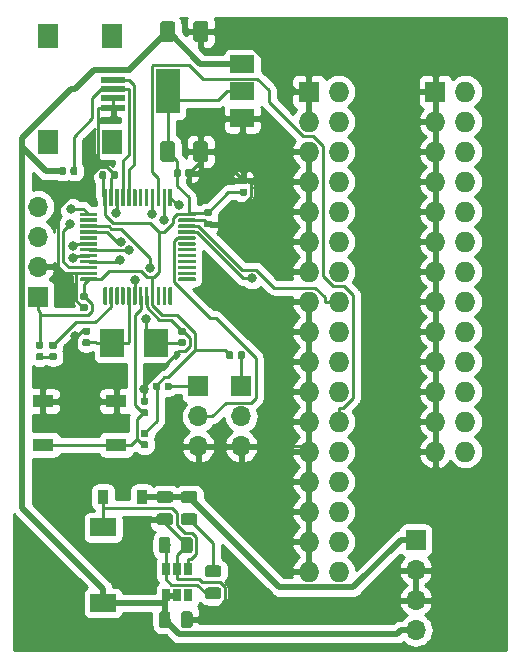
<source format=gbr>
G04 #@! TF.GenerationSoftware,KiCad,Pcbnew,(5.1.0)-1*
G04 #@! TF.CreationDate,2021-02-13T20:01:35+01:00*
G04 #@! TF.ProjectId,GreaseWeazle,47726561-7365-4576-9561-7a6c652e6b69,rev?*
G04 #@! TF.SameCoordinates,Original*
G04 #@! TF.FileFunction,Copper,L1,Top*
G04 #@! TF.FilePolarity,Positive*
%FSLAX46Y46*%
G04 Gerber Fmt 4.6, Leading zero omitted, Abs format (unit mm)*
G04 Created by KiCad (PCBNEW (5.1.0)-1) date 2021-02-13 20:01:35*
%MOMM*%
%LPD*%
G04 APERTURE LIST*
%ADD10C,0.100000*%
%ADD11C,0.590000*%
%ADD12C,1.250000*%
%ADD13R,2.000000X2.400000*%
%ADD14R,0.650000X1.060000*%
%ADD15R,2.000000X1.500000*%
%ADD16R,2.000000X3.800000*%
%ADD17C,0.300000*%
%ADD18R,1.800000X1.100000*%
%ADD19C,0.975000*%
%ADD20R,2.200000X1.500000*%
%ADD21O,1.700000X1.700000*%
%ADD22R,1.700000X1.700000*%
%ADD23O,1.727200X1.727200*%
%ADD24R,1.727200X1.727200*%
%ADD25R,1.700000X2.000000*%
%ADD26R,2.000000X0.500000*%
%ADD27R,0.900000X1.200000*%
%ADD28C,0.800000*%
%ADD29C,0.250000*%
%ADD30C,0.500000*%
%ADD31C,0.254000*%
G04 APERTURE END LIST*
D10*
G36*
X81363078Y-57000890D02*
G01*
X81377396Y-57003014D01*
X81391437Y-57006531D01*
X81405066Y-57011408D01*
X81418151Y-57017597D01*
X81430567Y-57025038D01*
X81442193Y-57033661D01*
X81452918Y-57043382D01*
X81462639Y-57054107D01*
X81471262Y-57065733D01*
X81478703Y-57078149D01*
X81484892Y-57091234D01*
X81489769Y-57104863D01*
X81493286Y-57118904D01*
X81495410Y-57133222D01*
X81496120Y-57147680D01*
X81496120Y-57492680D01*
X81495410Y-57507138D01*
X81493286Y-57521456D01*
X81489769Y-57535497D01*
X81484892Y-57549126D01*
X81478703Y-57562211D01*
X81471262Y-57574627D01*
X81462639Y-57586253D01*
X81452918Y-57596978D01*
X81442193Y-57606699D01*
X81430567Y-57615322D01*
X81418151Y-57622763D01*
X81405066Y-57628952D01*
X81391437Y-57633829D01*
X81377396Y-57637346D01*
X81363078Y-57639470D01*
X81348620Y-57640180D01*
X81053620Y-57640180D01*
X81039162Y-57639470D01*
X81024844Y-57637346D01*
X81010803Y-57633829D01*
X80997174Y-57628952D01*
X80984089Y-57622763D01*
X80971673Y-57615322D01*
X80960047Y-57606699D01*
X80949322Y-57596978D01*
X80939601Y-57586253D01*
X80930978Y-57574627D01*
X80923537Y-57562211D01*
X80917348Y-57549126D01*
X80912471Y-57535497D01*
X80908954Y-57521456D01*
X80906830Y-57507138D01*
X80906120Y-57492680D01*
X80906120Y-57147680D01*
X80906830Y-57133222D01*
X80908954Y-57118904D01*
X80912471Y-57104863D01*
X80917348Y-57091234D01*
X80923537Y-57078149D01*
X80930978Y-57065733D01*
X80939601Y-57054107D01*
X80949322Y-57043382D01*
X80960047Y-57033661D01*
X80971673Y-57025038D01*
X80984089Y-57017597D01*
X80997174Y-57011408D01*
X81010803Y-57006531D01*
X81024844Y-57003014D01*
X81039162Y-57000890D01*
X81053620Y-57000180D01*
X81348620Y-57000180D01*
X81363078Y-57000890D01*
X81363078Y-57000890D01*
G37*
D11*
X81201120Y-57320180D03*
D10*
G36*
X80393078Y-57000890D02*
G01*
X80407396Y-57003014D01*
X80421437Y-57006531D01*
X80435066Y-57011408D01*
X80448151Y-57017597D01*
X80460567Y-57025038D01*
X80472193Y-57033661D01*
X80482918Y-57043382D01*
X80492639Y-57054107D01*
X80501262Y-57065733D01*
X80508703Y-57078149D01*
X80514892Y-57091234D01*
X80519769Y-57104863D01*
X80523286Y-57118904D01*
X80525410Y-57133222D01*
X80526120Y-57147680D01*
X80526120Y-57492680D01*
X80525410Y-57507138D01*
X80523286Y-57521456D01*
X80519769Y-57535497D01*
X80514892Y-57549126D01*
X80508703Y-57562211D01*
X80501262Y-57574627D01*
X80492639Y-57586253D01*
X80482918Y-57596978D01*
X80472193Y-57606699D01*
X80460567Y-57615322D01*
X80448151Y-57622763D01*
X80435066Y-57628952D01*
X80421437Y-57633829D01*
X80407396Y-57637346D01*
X80393078Y-57639470D01*
X80378620Y-57640180D01*
X80083620Y-57640180D01*
X80069162Y-57639470D01*
X80054844Y-57637346D01*
X80040803Y-57633829D01*
X80027174Y-57628952D01*
X80014089Y-57622763D01*
X80001673Y-57615322D01*
X79990047Y-57606699D01*
X79979322Y-57596978D01*
X79969601Y-57586253D01*
X79960978Y-57574627D01*
X79953537Y-57562211D01*
X79947348Y-57549126D01*
X79942471Y-57535497D01*
X79938954Y-57521456D01*
X79936830Y-57507138D01*
X79936120Y-57492680D01*
X79936120Y-57147680D01*
X79936830Y-57133222D01*
X79938954Y-57118904D01*
X79942471Y-57104863D01*
X79947348Y-57091234D01*
X79953537Y-57078149D01*
X79960978Y-57065733D01*
X79969601Y-57054107D01*
X79979322Y-57043382D01*
X79990047Y-57033661D01*
X80001673Y-57025038D01*
X80014089Y-57017597D01*
X80027174Y-57011408D01*
X80040803Y-57006531D01*
X80054844Y-57003014D01*
X80069162Y-57000890D01*
X80083620Y-57000180D01*
X80378620Y-57000180D01*
X80393078Y-57000890D01*
X80393078Y-57000890D01*
G37*
D11*
X80231120Y-57320180D03*
D10*
G36*
X92330204Y-54797904D02*
G01*
X92354473Y-54801504D01*
X92378271Y-54807465D01*
X92401371Y-54815730D01*
X92423549Y-54826220D01*
X92444593Y-54838833D01*
X92464298Y-54853447D01*
X92482477Y-54869923D01*
X92498953Y-54888102D01*
X92513567Y-54907807D01*
X92526180Y-54928851D01*
X92536670Y-54951029D01*
X92544935Y-54974129D01*
X92550896Y-54997927D01*
X92554496Y-55022196D01*
X92555700Y-55046700D01*
X92555700Y-56296700D01*
X92554496Y-56321204D01*
X92550896Y-56345473D01*
X92544935Y-56369271D01*
X92536670Y-56392371D01*
X92526180Y-56414549D01*
X92513567Y-56435593D01*
X92498953Y-56455298D01*
X92482477Y-56473477D01*
X92464298Y-56489953D01*
X92444593Y-56504567D01*
X92423549Y-56517180D01*
X92401371Y-56527670D01*
X92378271Y-56535935D01*
X92354473Y-56541896D01*
X92330204Y-56545496D01*
X92305700Y-56546700D01*
X91555700Y-56546700D01*
X91531196Y-56545496D01*
X91506927Y-56541896D01*
X91483129Y-56535935D01*
X91460029Y-56527670D01*
X91437851Y-56517180D01*
X91416807Y-56504567D01*
X91397102Y-56489953D01*
X91378923Y-56473477D01*
X91362447Y-56455298D01*
X91347833Y-56435593D01*
X91335220Y-56414549D01*
X91324730Y-56392371D01*
X91316465Y-56369271D01*
X91310504Y-56345473D01*
X91306904Y-56321204D01*
X91305700Y-56296700D01*
X91305700Y-55046700D01*
X91306904Y-55022196D01*
X91310504Y-54997927D01*
X91316465Y-54974129D01*
X91324730Y-54951029D01*
X91335220Y-54928851D01*
X91347833Y-54907807D01*
X91362447Y-54888102D01*
X91378923Y-54869923D01*
X91397102Y-54853447D01*
X91416807Y-54838833D01*
X91437851Y-54826220D01*
X91460029Y-54815730D01*
X91483129Y-54807465D01*
X91506927Y-54801504D01*
X91531196Y-54797904D01*
X91555700Y-54796700D01*
X92305700Y-54796700D01*
X92330204Y-54797904D01*
X92330204Y-54797904D01*
G37*
D12*
X91930700Y-55671700D03*
D10*
G36*
X89530204Y-54797904D02*
G01*
X89554473Y-54801504D01*
X89578271Y-54807465D01*
X89601371Y-54815730D01*
X89623549Y-54826220D01*
X89644593Y-54838833D01*
X89664298Y-54853447D01*
X89682477Y-54869923D01*
X89698953Y-54888102D01*
X89713567Y-54907807D01*
X89726180Y-54928851D01*
X89736670Y-54951029D01*
X89744935Y-54974129D01*
X89750896Y-54997927D01*
X89754496Y-55022196D01*
X89755700Y-55046700D01*
X89755700Y-56296700D01*
X89754496Y-56321204D01*
X89750896Y-56345473D01*
X89744935Y-56369271D01*
X89736670Y-56392371D01*
X89726180Y-56414549D01*
X89713567Y-56435593D01*
X89698953Y-56455298D01*
X89682477Y-56473477D01*
X89664298Y-56489953D01*
X89644593Y-56504567D01*
X89623549Y-56517180D01*
X89601371Y-56527670D01*
X89578271Y-56535935D01*
X89554473Y-56541896D01*
X89530204Y-56545496D01*
X89505700Y-56546700D01*
X88755700Y-56546700D01*
X88731196Y-56545496D01*
X88706927Y-56541896D01*
X88683129Y-56535935D01*
X88660029Y-56527670D01*
X88637851Y-56517180D01*
X88616807Y-56504567D01*
X88597102Y-56489953D01*
X88578923Y-56473477D01*
X88562447Y-56455298D01*
X88547833Y-56435593D01*
X88535220Y-56414549D01*
X88524730Y-56392371D01*
X88516465Y-56369271D01*
X88510504Y-56345473D01*
X88506904Y-56321204D01*
X88505700Y-56296700D01*
X88505700Y-55046700D01*
X88506904Y-55022196D01*
X88510504Y-54997927D01*
X88516465Y-54974129D01*
X88524730Y-54951029D01*
X88535220Y-54928851D01*
X88547833Y-54907807D01*
X88562447Y-54888102D01*
X88578923Y-54869923D01*
X88597102Y-54853447D01*
X88616807Y-54838833D01*
X88637851Y-54826220D01*
X88660029Y-54815730D01*
X88683129Y-54807465D01*
X88706927Y-54801504D01*
X88731196Y-54797904D01*
X88755700Y-54796700D01*
X89505700Y-54796700D01*
X89530204Y-54797904D01*
X89530204Y-54797904D01*
G37*
D12*
X89130700Y-55671700D03*
D10*
G36*
X92330204Y-44625204D02*
G01*
X92354473Y-44628804D01*
X92378271Y-44634765D01*
X92401371Y-44643030D01*
X92423549Y-44653520D01*
X92444593Y-44666133D01*
X92464298Y-44680747D01*
X92482477Y-44697223D01*
X92498953Y-44715402D01*
X92513567Y-44735107D01*
X92526180Y-44756151D01*
X92536670Y-44778329D01*
X92544935Y-44801429D01*
X92550896Y-44825227D01*
X92554496Y-44849496D01*
X92555700Y-44874000D01*
X92555700Y-46124000D01*
X92554496Y-46148504D01*
X92550896Y-46172773D01*
X92544935Y-46196571D01*
X92536670Y-46219671D01*
X92526180Y-46241849D01*
X92513567Y-46262893D01*
X92498953Y-46282598D01*
X92482477Y-46300777D01*
X92464298Y-46317253D01*
X92444593Y-46331867D01*
X92423549Y-46344480D01*
X92401371Y-46354970D01*
X92378271Y-46363235D01*
X92354473Y-46369196D01*
X92330204Y-46372796D01*
X92305700Y-46374000D01*
X91555700Y-46374000D01*
X91531196Y-46372796D01*
X91506927Y-46369196D01*
X91483129Y-46363235D01*
X91460029Y-46354970D01*
X91437851Y-46344480D01*
X91416807Y-46331867D01*
X91397102Y-46317253D01*
X91378923Y-46300777D01*
X91362447Y-46282598D01*
X91347833Y-46262893D01*
X91335220Y-46241849D01*
X91324730Y-46219671D01*
X91316465Y-46196571D01*
X91310504Y-46172773D01*
X91306904Y-46148504D01*
X91305700Y-46124000D01*
X91305700Y-44874000D01*
X91306904Y-44849496D01*
X91310504Y-44825227D01*
X91316465Y-44801429D01*
X91324730Y-44778329D01*
X91335220Y-44756151D01*
X91347833Y-44735107D01*
X91362447Y-44715402D01*
X91378923Y-44697223D01*
X91397102Y-44680747D01*
X91416807Y-44666133D01*
X91437851Y-44653520D01*
X91460029Y-44643030D01*
X91483129Y-44634765D01*
X91506927Y-44628804D01*
X91531196Y-44625204D01*
X91555700Y-44624000D01*
X92305700Y-44624000D01*
X92330204Y-44625204D01*
X92330204Y-44625204D01*
G37*
D12*
X91930700Y-45499000D03*
D10*
G36*
X89530204Y-44625204D02*
G01*
X89554473Y-44628804D01*
X89578271Y-44634765D01*
X89601371Y-44643030D01*
X89623549Y-44653520D01*
X89644593Y-44666133D01*
X89664298Y-44680747D01*
X89682477Y-44697223D01*
X89698953Y-44715402D01*
X89713567Y-44735107D01*
X89726180Y-44756151D01*
X89736670Y-44778329D01*
X89744935Y-44801429D01*
X89750896Y-44825227D01*
X89754496Y-44849496D01*
X89755700Y-44874000D01*
X89755700Y-46124000D01*
X89754496Y-46148504D01*
X89750896Y-46172773D01*
X89744935Y-46196571D01*
X89736670Y-46219671D01*
X89726180Y-46241849D01*
X89713567Y-46262893D01*
X89698953Y-46282598D01*
X89682477Y-46300777D01*
X89664298Y-46317253D01*
X89644593Y-46331867D01*
X89623549Y-46344480D01*
X89601371Y-46354970D01*
X89578271Y-46363235D01*
X89554473Y-46369196D01*
X89530204Y-46372796D01*
X89505700Y-46374000D01*
X88755700Y-46374000D01*
X88731196Y-46372796D01*
X88706927Y-46369196D01*
X88683129Y-46363235D01*
X88660029Y-46354970D01*
X88637851Y-46344480D01*
X88616807Y-46331867D01*
X88597102Y-46317253D01*
X88578923Y-46300777D01*
X88562447Y-46282598D01*
X88547833Y-46262893D01*
X88535220Y-46241849D01*
X88524730Y-46219671D01*
X88516465Y-46196571D01*
X88510504Y-46172773D01*
X88506904Y-46148504D01*
X88505700Y-46124000D01*
X88505700Y-44874000D01*
X88506904Y-44849496D01*
X88510504Y-44825227D01*
X88516465Y-44801429D01*
X88524730Y-44778329D01*
X88535220Y-44756151D01*
X88547833Y-44735107D01*
X88562447Y-44715402D01*
X88578923Y-44697223D01*
X88597102Y-44680747D01*
X88616807Y-44666133D01*
X88637851Y-44653520D01*
X88660029Y-44643030D01*
X88683129Y-44634765D01*
X88706927Y-44628804D01*
X88731196Y-44625204D01*
X88755700Y-44624000D01*
X89505700Y-44624000D01*
X89530204Y-44625204D01*
X89530204Y-44625204D01*
G37*
D12*
X89130700Y-45499000D03*
D13*
X88128700Y-71859100D03*
X84428700Y-71859100D03*
D14*
X89938900Y-93241000D03*
X90888900Y-93241000D03*
X88988900Y-93241000D03*
X88988900Y-91041000D03*
X89938900Y-91041000D03*
X90888900Y-91041000D03*
D15*
X95458700Y-52866300D03*
X95458700Y-48266300D03*
X95458700Y-50566300D03*
D16*
X89158700Y-50566300D03*
D10*
G36*
X83103551Y-66331461D02*
G01*
X83110832Y-66332541D01*
X83117971Y-66334329D01*
X83124901Y-66336809D01*
X83131555Y-66339956D01*
X83137868Y-66343740D01*
X83143779Y-66348124D01*
X83149233Y-66353067D01*
X83154176Y-66358521D01*
X83158560Y-66364432D01*
X83162344Y-66370745D01*
X83165491Y-66377399D01*
X83167971Y-66384329D01*
X83169759Y-66391468D01*
X83170839Y-66398749D01*
X83171200Y-66406100D01*
X83171200Y-66556100D01*
X83170839Y-66563451D01*
X83169759Y-66570732D01*
X83167971Y-66577871D01*
X83165491Y-66584801D01*
X83162344Y-66591455D01*
X83158560Y-66597768D01*
X83154176Y-66603679D01*
X83149233Y-66609133D01*
X83143779Y-66614076D01*
X83137868Y-66618460D01*
X83131555Y-66622244D01*
X83124901Y-66625391D01*
X83117971Y-66627871D01*
X83110832Y-66629659D01*
X83103551Y-66630739D01*
X83096200Y-66631100D01*
X81771200Y-66631100D01*
X81763849Y-66630739D01*
X81756568Y-66629659D01*
X81749429Y-66627871D01*
X81742499Y-66625391D01*
X81735845Y-66622244D01*
X81729532Y-66618460D01*
X81723621Y-66614076D01*
X81718167Y-66609133D01*
X81713224Y-66603679D01*
X81708840Y-66597768D01*
X81705056Y-66591455D01*
X81701909Y-66584801D01*
X81699429Y-66577871D01*
X81697641Y-66570732D01*
X81696561Y-66563451D01*
X81696200Y-66556100D01*
X81696200Y-66406100D01*
X81696561Y-66398749D01*
X81697641Y-66391468D01*
X81699429Y-66384329D01*
X81701909Y-66377399D01*
X81705056Y-66370745D01*
X81708840Y-66364432D01*
X81713224Y-66358521D01*
X81718167Y-66353067D01*
X81723621Y-66348124D01*
X81729532Y-66343740D01*
X81735845Y-66339956D01*
X81742499Y-66336809D01*
X81749429Y-66334329D01*
X81756568Y-66332541D01*
X81763849Y-66331461D01*
X81771200Y-66331100D01*
X83096200Y-66331100D01*
X83103551Y-66331461D01*
X83103551Y-66331461D01*
G37*
D17*
X82433700Y-66481100D03*
D10*
G36*
X83103551Y-65831461D02*
G01*
X83110832Y-65832541D01*
X83117971Y-65834329D01*
X83124901Y-65836809D01*
X83131555Y-65839956D01*
X83137868Y-65843740D01*
X83143779Y-65848124D01*
X83149233Y-65853067D01*
X83154176Y-65858521D01*
X83158560Y-65864432D01*
X83162344Y-65870745D01*
X83165491Y-65877399D01*
X83167971Y-65884329D01*
X83169759Y-65891468D01*
X83170839Y-65898749D01*
X83171200Y-65906100D01*
X83171200Y-66056100D01*
X83170839Y-66063451D01*
X83169759Y-66070732D01*
X83167971Y-66077871D01*
X83165491Y-66084801D01*
X83162344Y-66091455D01*
X83158560Y-66097768D01*
X83154176Y-66103679D01*
X83149233Y-66109133D01*
X83143779Y-66114076D01*
X83137868Y-66118460D01*
X83131555Y-66122244D01*
X83124901Y-66125391D01*
X83117971Y-66127871D01*
X83110832Y-66129659D01*
X83103551Y-66130739D01*
X83096200Y-66131100D01*
X81771200Y-66131100D01*
X81763849Y-66130739D01*
X81756568Y-66129659D01*
X81749429Y-66127871D01*
X81742499Y-66125391D01*
X81735845Y-66122244D01*
X81729532Y-66118460D01*
X81723621Y-66114076D01*
X81718167Y-66109133D01*
X81713224Y-66103679D01*
X81708840Y-66097768D01*
X81705056Y-66091455D01*
X81701909Y-66084801D01*
X81699429Y-66077871D01*
X81697641Y-66070732D01*
X81696561Y-66063451D01*
X81696200Y-66056100D01*
X81696200Y-65906100D01*
X81696561Y-65898749D01*
X81697641Y-65891468D01*
X81699429Y-65884329D01*
X81701909Y-65877399D01*
X81705056Y-65870745D01*
X81708840Y-65864432D01*
X81713224Y-65858521D01*
X81718167Y-65853067D01*
X81723621Y-65848124D01*
X81729532Y-65843740D01*
X81735845Y-65839956D01*
X81742499Y-65836809D01*
X81749429Y-65834329D01*
X81756568Y-65832541D01*
X81763849Y-65831461D01*
X81771200Y-65831100D01*
X83096200Y-65831100D01*
X83103551Y-65831461D01*
X83103551Y-65831461D01*
G37*
D17*
X82433700Y-65981100D03*
D10*
G36*
X83103551Y-65331461D02*
G01*
X83110832Y-65332541D01*
X83117971Y-65334329D01*
X83124901Y-65336809D01*
X83131555Y-65339956D01*
X83137868Y-65343740D01*
X83143779Y-65348124D01*
X83149233Y-65353067D01*
X83154176Y-65358521D01*
X83158560Y-65364432D01*
X83162344Y-65370745D01*
X83165491Y-65377399D01*
X83167971Y-65384329D01*
X83169759Y-65391468D01*
X83170839Y-65398749D01*
X83171200Y-65406100D01*
X83171200Y-65556100D01*
X83170839Y-65563451D01*
X83169759Y-65570732D01*
X83167971Y-65577871D01*
X83165491Y-65584801D01*
X83162344Y-65591455D01*
X83158560Y-65597768D01*
X83154176Y-65603679D01*
X83149233Y-65609133D01*
X83143779Y-65614076D01*
X83137868Y-65618460D01*
X83131555Y-65622244D01*
X83124901Y-65625391D01*
X83117971Y-65627871D01*
X83110832Y-65629659D01*
X83103551Y-65630739D01*
X83096200Y-65631100D01*
X81771200Y-65631100D01*
X81763849Y-65630739D01*
X81756568Y-65629659D01*
X81749429Y-65627871D01*
X81742499Y-65625391D01*
X81735845Y-65622244D01*
X81729532Y-65618460D01*
X81723621Y-65614076D01*
X81718167Y-65609133D01*
X81713224Y-65603679D01*
X81708840Y-65597768D01*
X81705056Y-65591455D01*
X81701909Y-65584801D01*
X81699429Y-65577871D01*
X81697641Y-65570732D01*
X81696561Y-65563451D01*
X81696200Y-65556100D01*
X81696200Y-65406100D01*
X81696561Y-65398749D01*
X81697641Y-65391468D01*
X81699429Y-65384329D01*
X81701909Y-65377399D01*
X81705056Y-65370745D01*
X81708840Y-65364432D01*
X81713224Y-65358521D01*
X81718167Y-65353067D01*
X81723621Y-65348124D01*
X81729532Y-65343740D01*
X81735845Y-65339956D01*
X81742499Y-65336809D01*
X81749429Y-65334329D01*
X81756568Y-65332541D01*
X81763849Y-65331461D01*
X81771200Y-65331100D01*
X83096200Y-65331100D01*
X83103551Y-65331461D01*
X83103551Y-65331461D01*
G37*
D17*
X82433700Y-65481100D03*
D10*
G36*
X83103551Y-64831461D02*
G01*
X83110832Y-64832541D01*
X83117971Y-64834329D01*
X83124901Y-64836809D01*
X83131555Y-64839956D01*
X83137868Y-64843740D01*
X83143779Y-64848124D01*
X83149233Y-64853067D01*
X83154176Y-64858521D01*
X83158560Y-64864432D01*
X83162344Y-64870745D01*
X83165491Y-64877399D01*
X83167971Y-64884329D01*
X83169759Y-64891468D01*
X83170839Y-64898749D01*
X83171200Y-64906100D01*
X83171200Y-65056100D01*
X83170839Y-65063451D01*
X83169759Y-65070732D01*
X83167971Y-65077871D01*
X83165491Y-65084801D01*
X83162344Y-65091455D01*
X83158560Y-65097768D01*
X83154176Y-65103679D01*
X83149233Y-65109133D01*
X83143779Y-65114076D01*
X83137868Y-65118460D01*
X83131555Y-65122244D01*
X83124901Y-65125391D01*
X83117971Y-65127871D01*
X83110832Y-65129659D01*
X83103551Y-65130739D01*
X83096200Y-65131100D01*
X81771200Y-65131100D01*
X81763849Y-65130739D01*
X81756568Y-65129659D01*
X81749429Y-65127871D01*
X81742499Y-65125391D01*
X81735845Y-65122244D01*
X81729532Y-65118460D01*
X81723621Y-65114076D01*
X81718167Y-65109133D01*
X81713224Y-65103679D01*
X81708840Y-65097768D01*
X81705056Y-65091455D01*
X81701909Y-65084801D01*
X81699429Y-65077871D01*
X81697641Y-65070732D01*
X81696561Y-65063451D01*
X81696200Y-65056100D01*
X81696200Y-64906100D01*
X81696561Y-64898749D01*
X81697641Y-64891468D01*
X81699429Y-64884329D01*
X81701909Y-64877399D01*
X81705056Y-64870745D01*
X81708840Y-64864432D01*
X81713224Y-64858521D01*
X81718167Y-64853067D01*
X81723621Y-64848124D01*
X81729532Y-64843740D01*
X81735845Y-64839956D01*
X81742499Y-64836809D01*
X81749429Y-64834329D01*
X81756568Y-64832541D01*
X81763849Y-64831461D01*
X81771200Y-64831100D01*
X83096200Y-64831100D01*
X83103551Y-64831461D01*
X83103551Y-64831461D01*
G37*
D17*
X82433700Y-64981100D03*
D10*
G36*
X83103551Y-64331461D02*
G01*
X83110832Y-64332541D01*
X83117971Y-64334329D01*
X83124901Y-64336809D01*
X83131555Y-64339956D01*
X83137868Y-64343740D01*
X83143779Y-64348124D01*
X83149233Y-64353067D01*
X83154176Y-64358521D01*
X83158560Y-64364432D01*
X83162344Y-64370745D01*
X83165491Y-64377399D01*
X83167971Y-64384329D01*
X83169759Y-64391468D01*
X83170839Y-64398749D01*
X83171200Y-64406100D01*
X83171200Y-64556100D01*
X83170839Y-64563451D01*
X83169759Y-64570732D01*
X83167971Y-64577871D01*
X83165491Y-64584801D01*
X83162344Y-64591455D01*
X83158560Y-64597768D01*
X83154176Y-64603679D01*
X83149233Y-64609133D01*
X83143779Y-64614076D01*
X83137868Y-64618460D01*
X83131555Y-64622244D01*
X83124901Y-64625391D01*
X83117971Y-64627871D01*
X83110832Y-64629659D01*
X83103551Y-64630739D01*
X83096200Y-64631100D01*
X81771200Y-64631100D01*
X81763849Y-64630739D01*
X81756568Y-64629659D01*
X81749429Y-64627871D01*
X81742499Y-64625391D01*
X81735845Y-64622244D01*
X81729532Y-64618460D01*
X81723621Y-64614076D01*
X81718167Y-64609133D01*
X81713224Y-64603679D01*
X81708840Y-64597768D01*
X81705056Y-64591455D01*
X81701909Y-64584801D01*
X81699429Y-64577871D01*
X81697641Y-64570732D01*
X81696561Y-64563451D01*
X81696200Y-64556100D01*
X81696200Y-64406100D01*
X81696561Y-64398749D01*
X81697641Y-64391468D01*
X81699429Y-64384329D01*
X81701909Y-64377399D01*
X81705056Y-64370745D01*
X81708840Y-64364432D01*
X81713224Y-64358521D01*
X81718167Y-64353067D01*
X81723621Y-64348124D01*
X81729532Y-64343740D01*
X81735845Y-64339956D01*
X81742499Y-64336809D01*
X81749429Y-64334329D01*
X81756568Y-64332541D01*
X81763849Y-64331461D01*
X81771200Y-64331100D01*
X83096200Y-64331100D01*
X83103551Y-64331461D01*
X83103551Y-64331461D01*
G37*
D17*
X82433700Y-64481100D03*
D10*
G36*
X83103551Y-63831461D02*
G01*
X83110832Y-63832541D01*
X83117971Y-63834329D01*
X83124901Y-63836809D01*
X83131555Y-63839956D01*
X83137868Y-63843740D01*
X83143779Y-63848124D01*
X83149233Y-63853067D01*
X83154176Y-63858521D01*
X83158560Y-63864432D01*
X83162344Y-63870745D01*
X83165491Y-63877399D01*
X83167971Y-63884329D01*
X83169759Y-63891468D01*
X83170839Y-63898749D01*
X83171200Y-63906100D01*
X83171200Y-64056100D01*
X83170839Y-64063451D01*
X83169759Y-64070732D01*
X83167971Y-64077871D01*
X83165491Y-64084801D01*
X83162344Y-64091455D01*
X83158560Y-64097768D01*
X83154176Y-64103679D01*
X83149233Y-64109133D01*
X83143779Y-64114076D01*
X83137868Y-64118460D01*
X83131555Y-64122244D01*
X83124901Y-64125391D01*
X83117971Y-64127871D01*
X83110832Y-64129659D01*
X83103551Y-64130739D01*
X83096200Y-64131100D01*
X81771200Y-64131100D01*
X81763849Y-64130739D01*
X81756568Y-64129659D01*
X81749429Y-64127871D01*
X81742499Y-64125391D01*
X81735845Y-64122244D01*
X81729532Y-64118460D01*
X81723621Y-64114076D01*
X81718167Y-64109133D01*
X81713224Y-64103679D01*
X81708840Y-64097768D01*
X81705056Y-64091455D01*
X81701909Y-64084801D01*
X81699429Y-64077871D01*
X81697641Y-64070732D01*
X81696561Y-64063451D01*
X81696200Y-64056100D01*
X81696200Y-63906100D01*
X81696561Y-63898749D01*
X81697641Y-63891468D01*
X81699429Y-63884329D01*
X81701909Y-63877399D01*
X81705056Y-63870745D01*
X81708840Y-63864432D01*
X81713224Y-63858521D01*
X81718167Y-63853067D01*
X81723621Y-63848124D01*
X81729532Y-63843740D01*
X81735845Y-63839956D01*
X81742499Y-63836809D01*
X81749429Y-63834329D01*
X81756568Y-63832541D01*
X81763849Y-63831461D01*
X81771200Y-63831100D01*
X83096200Y-63831100D01*
X83103551Y-63831461D01*
X83103551Y-63831461D01*
G37*
D17*
X82433700Y-63981100D03*
D10*
G36*
X83103551Y-63331461D02*
G01*
X83110832Y-63332541D01*
X83117971Y-63334329D01*
X83124901Y-63336809D01*
X83131555Y-63339956D01*
X83137868Y-63343740D01*
X83143779Y-63348124D01*
X83149233Y-63353067D01*
X83154176Y-63358521D01*
X83158560Y-63364432D01*
X83162344Y-63370745D01*
X83165491Y-63377399D01*
X83167971Y-63384329D01*
X83169759Y-63391468D01*
X83170839Y-63398749D01*
X83171200Y-63406100D01*
X83171200Y-63556100D01*
X83170839Y-63563451D01*
X83169759Y-63570732D01*
X83167971Y-63577871D01*
X83165491Y-63584801D01*
X83162344Y-63591455D01*
X83158560Y-63597768D01*
X83154176Y-63603679D01*
X83149233Y-63609133D01*
X83143779Y-63614076D01*
X83137868Y-63618460D01*
X83131555Y-63622244D01*
X83124901Y-63625391D01*
X83117971Y-63627871D01*
X83110832Y-63629659D01*
X83103551Y-63630739D01*
X83096200Y-63631100D01*
X81771200Y-63631100D01*
X81763849Y-63630739D01*
X81756568Y-63629659D01*
X81749429Y-63627871D01*
X81742499Y-63625391D01*
X81735845Y-63622244D01*
X81729532Y-63618460D01*
X81723621Y-63614076D01*
X81718167Y-63609133D01*
X81713224Y-63603679D01*
X81708840Y-63597768D01*
X81705056Y-63591455D01*
X81701909Y-63584801D01*
X81699429Y-63577871D01*
X81697641Y-63570732D01*
X81696561Y-63563451D01*
X81696200Y-63556100D01*
X81696200Y-63406100D01*
X81696561Y-63398749D01*
X81697641Y-63391468D01*
X81699429Y-63384329D01*
X81701909Y-63377399D01*
X81705056Y-63370745D01*
X81708840Y-63364432D01*
X81713224Y-63358521D01*
X81718167Y-63353067D01*
X81723621Y-63348124D01*
X81729532Y-63343740D01*
X81735845Y-63339956D01*
X81742499Y-63336809D01*
X81749429Y-63334329D01*
X81756568Y-63332541D01*
X81763849Y-63331461D01*
X81771200Y-63331100D01*
X83096200Y-63331100D01*
X83103551Y-63331461D01*
X83103551Y-63331461D01*
G37*
D17*
X82433700Y-63481100D03*
D10*
G36*
X83103551Y-62831461D02*
G01*
X83110832Y-62832541D01*
X83117971Y-62834329D01*
X83124901Y-62836809D01*
X83131555Y-62839956D01*
X83137868Y-62843740D01*
X83143779Y-62848124D01*
X83149233Y-62853067D01*
X83154176Y-62858521D01*
X83158560Y-62864432D01*
X83162344Y-62870745D01*
X83165491Y-62877399D01*
X83167971Y-62884329D01*
X83169759Y-62891468D01*
X83170839Y-62898749D01*
X83171200Y-62906100D01*
X83171200Y-63056100D01*
X83170839Y-63063451D01*
X83169759Y-63070732D01*
X83167971Y-63077871D01*
X83165491Y-63084801D01*
X83162344Y-63091455D01*
X83158560Y-63097768D01*
X83154176Y-63103679D01*
X83149233Y-63109133D01*
X83143779Y-63114076D01*
X83137868Y-63118460D01*
X83131555Y-63122244D01*
X83124901Y-63125391D01*
X83117971Y-63127871D01*
X83110832Y-63129659D01*
X83103551Y-63130739D01*
X83096200Y-63131100D01*
X81771200Y-63131100D01*
X81763849Y-63130739D01*
X81756568Y-63129659D01*
X81749429Y-63127871D01*
X81742499Y-63125391D01*
X81735845Y-63122244D01*
X81729532Y-63118460D01*
X81723621Y-63114076D01*
X81718167Y-63109133D01*
X81713224Y-63103679D01*
X81708840Y-63097768D01*
X81705056Y-63091455D01*
X81701909Y-63084801D01*
X81699429Y-63077871D01*
X81697641Y-63070732D01*
X81696561Y-63063451D01*
X81696200Y-63056100D01*
X81696200Y-62906100D01*
X81696561Y-62898749D01*
X81697641Y-62891468D01*
X81699429Y-62884329D01*
X81701909Y-62877399D01*
X81705056Y-62870745D01*
X81708840Y-62864432D01*
X81713224Y-62858521D01*
X81718167Y-62853067D01*
X81723621Y-62848124D01*
X81729532Y-62843740D01*
X81735845Y-62839956D01*
X81742499Y-62836809D01*
X81749429Y-62834329D01*
X81756568Y-62832541D01*
X81763849Y-62831461D01*
X81771200Y-62831100D01*
X83096200Y-62831100D01*
X83103551Y-62831461D01*
X83103551Y-62831461D01*
G37*
D17*
X82433700Y-62981100D03*
D10*
G36*
X83103551Y-62331461D02*
G01*
X83110832Y-62332541D01*
X83117971Y-62334329D01*
X83124901Y-62336809D01*
X83131555Y-62339956D01*
X83137868Y-62343740D01*
X83143779Y-62348124D01*
X83149233Y-62353067D01*
X83154176Y-62358521D01*
X83158560Y-62364432D01*
X83162344Y-62370745D01*
X83165491Y-62377399D01*
X83167971Y-62384329D01*
X83169759Y-62391468D01*
X83170839Y-62398749D01*
X83171200Y-62406100D01*
X83171200Y-62556100D01*
X83170839Y-62563451D01*
X83169759Y-62570732D01*
X83167971Y-62577871D01*
X83165491Y-62584801D01*
X83162344Y-62591455D01*
X83158560Y-62597768D01*
X83154176Y-62603679D01*
X83149233Y-62609133D01*
X83143779Y-62614076D01*
X83137868Y-62618460D01*
X83131555Y-62622244D01*
X83124901Y-62625391D01*
X83117971Y-62627871D01*
X83110832Y-62629659D01*
X83103551Y-62630739D01*
X83096200Y-62631100D01*
X81771200Y-62631100D01*
X81763849Y-62630739D01*
X81756568Y-62629659D01*
X81749429Y-62627871D01*
X81742499Y-62625391D01*
X81735845Y-62622244D01*
X81729532Y-62618460D01*
X81723621Y-62614076D01*
X81718167Y-62609133D01*
X81713224Y-62603679D01*
X81708840Y-62597768D01*
X81705056Y-62591455D01*
X81701909Y-62584801D01*
X81699429Y-62577871D01*
X81697641Y-62570732D01*
X81696561Y-62563451D01*
X81696200Y-62556100D01*
X81696200Y-62406100D01*
X81696561Y-62398749D01*
X81697641Y-62391468D01*
X81699429Y-62384329D01*
X81701909Y-62377399D01*
X81705056Y-62370745D01*
X81708840Y-62364432D01*
X81713224Y-62358521D01*
X81718167Y-62353067D01*
X81723621Y-62348124D01*
X81729532Y-62343740D01*
X81735845Y-62339956D01*
X81742499Y-62336809D01*
X81749429Y-62334329D01*
X81756568Y-62332541D01*
X81763849Y-62331461D01*
X81771200Y-62331100D01*
X83096200Y-62331100D01*
X83103551Y-62331461D01*
X83103551Y-62331461D01*
G37*
D17*
X82433700Y-62481100D03*
D10*
G36*
X83103551Y-61831461D02*
G01*
X83110832Y-61832541D01*
X83117971Y-61834329D01*
X83124901Y-61836809D01*
X83131555Y-61839956D01*
X83137868Y-61843740D01*
X83143779Y-61848124D01*
X83149233Y-61853067D01*
X83154176Y-61858521D01*
X83158560Y-61864432D01*
X83162344Y-61870745D01*
X83165491Y-61877399D01*
X83167971Y-61884329D01*
X83169759Y-61891468D01*
X83170839Y-61898749D01*
X83171200Y-61906100D01*
X83171200Y-62056100D01*
X83170839Y-62063451D01*
X83169759Y-62070732D01*
X83167971Y-62077871D01*
X83165491Y-62084801D01*
X83162344Y-62091455D01*
X83158560Y-62097768D01*
X83154176Y-62103679D01*
X83149233Y-62109133D01*
X83143779Y-62114076D01*
X83137868Y-62118460D01*
X83131555Y-62122244D01*
X83124901Y-62125391D01*
X83117971Y-62127871D01*
X83110832Y-62129659D01*
X83103551Y-62130739D01*
X83096200Y-62131100D01*
X81771200Y-62131100D01*
X81763849Y-62130739D01*
X81756568Y-62129659D01*
X81749429Y-62127871D01*
X81742499Y-62125391D01*
X81735845Y-62122244D01*
X81729532Y-62118460D01*
X81723621Y-62114076D01*
X81718167Y-62109133D01*
X81713224Y-62103679D01*
X81708840Y-62097768D01*
X81705056Y-62091455D01*
X81701909Y-62084801D01*
X81699429Y-62077871D01*
X81697641Y-62070732D01*
X81696561Y-62063451D01*
X81696200Y-62056100D01*
X81696200Y-61906100D01*
X81696561Y-61898749D01*
X81697641Y-61891468D01*
X81699429Y-61884329D01*
X81701909Y-61877399D01*
X81705056Y-61870745D01*
X81708840Y-61864432D01*
X81713224Y-61858521D01*
X81718167Y-61853067D01*
X81723621Y-61848124D01*
X81729532Y-61843740D01*
X81735845Y-61839956D01*
X81742499Y-61836809D01*
X81749429Y-61834329D01*
X81756568Y-61832541D01*
X81763849Y-61831461D01*
X81771200Y-61831100D01*
X83096200Y-61831100D01*
X83103551Y-61831461D01*
X83103551Y-61831461D01*
G37*
D17*
X82433700Y-61981100D03*
D10*
G36*
X83103551Y-61331461D02*
G01*
X83110832Y-61332541D01*
X83117971Y-61334329D01*
X83124901Y-61336809D01*
X83131555Y-61339956D01*
X83137868Y-61343740D01*
X83143779Y-61348124D01*
X83149233Y-61353067D01*
X83154176Y-61358521D01*
X83158560Y-61364432D01*
X83162344Y-61370745D01*
X83165491Y-61377399D01*
X83167971Y-61384329D01*
X83169759Y-61391468D01*
X83170839Y-61398749D01*
X83171200Y-61406100D01*
X83171200Y-61556100D01*
X83170839Y-61563451D01*
X83169759Y-61570732D01*
X83167971Y-61577871D01*
X83165491Y-61584801D01*
X83162344Y-61591455D01*
X83158560Y-61597768D01*
X83154176Y-61603679D01*
X83149233Y-61609133D01*
X83143779Y-61614076D01*
X83137868Y-61618460D01*
X83131555Y-61622244D01*
X83124901Y-61625391D01*
X83117971Y-61627871D01*
X83110832Y-61629659D01*
X83103551Y-61630739D01*
X83096200Y-61631100D01*
X81771200Y-61631100D01*
X81763849Y-61630739D01*
X81756568Y-61629659D01*
X81749429Y-61627871D01*
X81742499Y-61625391D01*
X81735845Y-61622244D01*
X81729532Y-61618460D01*
X81723621Y-61614076D01*
X81718167Y-61609133D01*
X81713224Y-61603679D01*
X81708840Y-61597768D01*
X81705056Y-61591455D01*
X81701909Y-61584801D01*
X81699429Y-61577871D01*
X81697641Y-61570732D01*
X81696561Y-61563451D01*
X81696200Y-61556100D01*
X81696200Y-61406100D01*
X81696561Y-61398749D01*
X81697641Y-61391468D01*
X81699429Y-61384329D01*
X81701909Y-61377399D01*
X81705056Y-61370745D01*
X81708840Y-61364432D01*
X81713224Y-61358521D01*
X81718167Y-61353067D01*
X81723621Y-61348124D01*
X81729532Y-61343740D01*
X81735845Y-61339956D01*
X81742499Y-61336809D01*
X81749429Y-61334329D01*
X81756568Y-61332541D01*
X81763849Y-61331461D01*
X81771200Y-61331100D01*
X83096200Y-61331100D01*
X83103551Y-61331461D01*
X83103551Y-61331461D01*
G37*
D17*
X82433700Y-61481100D03*
D10*
G36*
X83103551Y-60831461D02*
G01*
X83110832Y-60832541D01*
X83117971Y-60834329D01*
X83124901Y-60836809D01*
X83131555Y-60839956D01*
X83137868Y-60843740D01*
X83143779Y-60848124D01*
X83149233Y-60853067D01*
X83154176Y-60858521D01*
X83158560Y-60864432D01*
X83162344Y-60870745D01*
X83165491Y-60877399D01*
X83167971Y-60884329D01*
X83169759Y-60891468D01*
X83170839Y-60898749D01*
X83171200Y-60906100D01*
X83171200Y-61056100D01*
X83170839Y-61063451D01*
X83169759Y-61070732D01*
X83167971Y-61077871D01*
X83165491Y-61084801D01*
X83162344Y-61091455D01*
X83158560Y-61097768D01*
X83154176Y-61103679D01*
X83149233Y-61109133D01*
X83143779Y-61114076D01*
X83137868Y-61118460D01*
X83131555Y-61122244D01*
X83124901Y-61125391D01*
X83117971Y-61127871D01*
X83110832Y-61129659D01*
X83103551Y-61130739D01*
X83096200Y-61131100D01*
X81771200Y-61131100D01*
X81763849Y-61130739D01*
X81756568Y-61129659D01*
X81749429Y-61127871D01*
X81742499Y-61125391D01*
X81735845Y-61122244D01*
X81729532Y-61118460D01*
X81723621Y-61114076D01*
X81718167Y-61109133D01*
X81713224Y-61103679D01*
X81708840Y-61097768D01*
X81705056Y-61091455D01*
X81701909Y-61084801D01*
X81699429Y-61077871D01*
X81697641Y-61070732D01*
X81696561Y-61063451D01*
X81696200Y-61056100D01*
X81696200Y-60906100D01*
X81696561Y-60898749D01*
X81697641Y-60891468D01*
X81699429Y-60884329D01*
X81701909Y-60877399D01*
X81705056Y-60870745D01*
X81708840Y-60864432D01*
X81713224Y-60858521D01*
X81718167Y-60853067D01*
X81723621Y-60848124D01*
X81729532Y-60843740D01*
X81735845Y-60839956D01*
X81742499Y-60836809D01*
X81749429Y-60834329D01*
X81756568Y-60832541D01*
X81763849Y-60831461D01*
X81771200Y-60831100D01*
X83096200Y-60831100D01*
X83103551Y-60831461D01*
X83103551Y-60831461D01*
G37*
D17*
X82433700Y-60981100D03*
D10*
G36*
X83928551Y-58831461D02*
G01*
X83935832Y-58832541D01*
X83942971Y-58834329D01*
X83949901Y-58836809D01*
X83956555Y-58839956D01*
X83962868Y-58843740D01*
X83968779Y-58848124D01*
X83974233Y-58853067D01*
X83979176Y-58858521D01*
X83983560Y-58864432D01*
X83987344Y-58870745D01*
X83990491Y-58877399D01*
X83992971Y-58884329D01*
X83994759Y-58891468D01*
X83995839Y-58898749D01*
X83996200Y-58906100D01*
X83996200Y-60231100D01*
X83995839Y-60238451D01*
X83994759Y-60245732D01*
X83992971Y-60252871D01*
X83990491Y-60259801D01*
X83987344Y-60266455D01*
X83983560Y-60272768D01*
X83979176Y-60278679D01*
X83974233Y-60284133D01*
X83968779Y-60289076D01*
X83962868Y-60293460D01*
X83956555Y-60297244D01*
X83949901Y-60300391D01*
X83942971Y-60302871D01*
X83935832Y-60304659D01*
X83928551Y-60305739D01*
X83921200Y-60306100D01*
X83771200Y-60306100D01*
X83763849Y-60305739D01*
X83756568Y-60304659D01*
X83749429Y-60302871D01*
X83742499Y-60300391D01*
X83735845Y-60297244D01*
X83729532Y-60293460D01*
X83723621Y-60289076D01*
X83718167Y-60284133D01*
X83713224Y-60278679D01*
X83708840Y-60272768D01*
X83705056Y-60266455D01*
X83701909Y-60259801D01*
X83699429Y-60252871D01*
X83697641Y-60245732D01*
X83696561Y-60238451D01*
X83696200Y-60231100D01*
X83696200Y-58906100D01*
X83696561Y-58898749D01*
X83697641Y-58891468D01*
X83699429Y-58884329D01*
X83701909Y-58877399D01*
X83705056Y-58870745D01*
X83708840Y-58864432D01*
X83713224Y-58858521D01*
X83718167Y-58853067D01*
X83723621Y-58848124D01*
X83729532Y-58843740D01*
X83735845Y-58839956D01*
X83742499Y-58836809D01*
X83749429Y-58834329D01*
X83756568Y-58832541D01*
X83763849Y-58831461D01*
X83771200Y-58831100D01*
X83921200Y-58831100D01*
X83928551Y-58831461D01*
X83928551Y-58831461D01*
G37*
D17*
X83846200Y-59568600D03*
D10*
G36*
X84428551Y-58831461D02*
G01*
X84435832Y-58832541D01*
X84442971Y-58834329D01*
X84449901Y-58836809D01*
X84456555Y-58839956D01*
X84462868Y-58843740D01*
X84468779Y-58848124D01*
X84474233Y-58853067D01*
X84479176Y-58858521D01*
X84483560Y-58864432D01*
X84487344Y-58870745D01*
X84490491Y-58877399D01*
X84492971Y-58884329D01*
X84494759Y-58891468D01*
X84495839Y-58898749D01*
X84496200Y-58906100D01*
X84496200Y-60231100D01*
X84495839Y-60238451D01*
X84494759Y-60245732D01*
X84492971Y-60252871D01*
X84490491Y-60259801D01*
X84487344Y-60266455D01*
X84483560Y-60272768D01*
X84479176Y-60278679D01*
X84474233Y-60284133D01*
X84468779Y-60289076D01*
X84462868Y-60293460D01*
X84456555Y-60297244D01*
X84449901Y-60300391D01*
X84442971Y-60302871D01*
X84435832Y-60304659D01*
X84428551Y-60305739D01*
X84421200Y-60306100D01*
X84271200Y-60306100D01*
X84263849Y-60305739D01*
X84256568Y-60304659D01*
X84249429Y-60302871D01*
X84242499Y-60300391D01*
X84235845Y-60297244D01*
X84229532Y-60293460D01*
X84223621Y-60289076D01*
X84218167Y-60284133D01*
X84213224Y-60278679D01*
X84208840Y-60272768D01*
X84205056Y-60266455D01*
X84201909Y-60259801D01*
X84199429Y-60252871D01*
X84197641Y-60245732D01*
X84196561Y-60238451D01*
X84196200Y-60231100D01*
X84196200Y-58906100D01*
X84196561Y-58898749D01*
X84197641Y-58891468D01*
X84199429Y-58884329D01*
X84201909Y-58877399D01*
X84205056Y-58870745D01*
X84208840Y-58864432D01*
X84213224Y-58858521D01*
X84218167Y-58853067D01*
X84223621Y-58848124D01*
X84229532Y-58843740D01*
X84235845Y-58839956D01*
X84242499Y-58836809D01*
X84249429Y-58834329D01*
X84256568Y-58832541D01*
X84263849Y-58831461D01*
X84271200Y-58831100D01*
X84421200Y-58831100D01*
X84428551Y-58831461D01*
X84428551Y-58831461D01*
G37*
D17*
X84346200Y-59568600D03*
D10*
G36*
X84928551Y-58831461D02*
G01*
X84935832Y-58832541D01*
X84942971Y-58834329D01*
X84949901Y-58836809D01*
X84956555Y-58839956D01*
X84962868Y-58843740D01*
X84968779Y-58848124D01*
X84974233Y-58853067D01*
X84979176Y-58858521D01*
X84983560Y-58864432D01*
X84987344Y-58870745D01*
X84990491Y-58877399D01*
X84992971Y-58884329D01*
X84994759Y-58891468D01*
X84995839Y-58898749D01*
X84996200Y-58906100D01*
X84996200Y-60231100D01*
X84995839Y-60238451D01*
X84994759Y-60245732D01*
X84992971Y-60252871D01*
X84990491Y-60259801D01*
X84987344Y-60266455D01*
X84983560Y-60272768D01*
X84979176Y-60278679D01*
X84974233Y-60284133D01*
X84968779Y-60289076D01*
X84962868Y-60293460D01*
X84956555Y-60297244D01*
X84949901Y-60300391D01*
X84942971Y-60302871D01*
X84935832Y-60304659D01*
X84928551Y-60305739D01*
X84921200Y-60306100D01*
X84771200Y-60306100D01*
X84763849Y-60305739D01*
X84756568Y-60304659D01*
X84749429Y-60302871D01*
X84742499Y-60300391D01*
X84735845Y-60297244D01*
X84729532Y-60293460D01*
X84723621Y-60289076D01*
X84718167Y-60284133D01*
X84713224Y-60278679D01*
X84708840Y-60272768D01*
X84705056Y-60266455D01*
X84701909Y-60259801D01*
X84699429Y-60252871D01*
X84697641Y-60245732D01*
X84696561Y-60238451D01*
X84696200Y-60231100D01*
X84696200Y-58906100D01*
X84696561Y-58898749D01*
X84697641Y-58891468D01*
X84699429Y-58884329D01*
X84701909Y-58877399D01*
X84705056Y-58870745D01*
X84708840Y-58864432D01*
X84713224Y-58858521D01*
X84718167Y-58853067D01*
X84723621Y-58848124D01*
X84729532Y-58843740D01*
X84735845Y-58839956D01*
X84742499Y-58836809D01*
X84749429Y-58834329D01*
X84756568Y-58832541D01*
X84763849Y-58831461D01*
X84771200Y-58831100D01*
X84921200Y-58831100D01*
X84928551Y-58831461D01*
X84928551Y-58831461D01*
G37*
D17*
X84846200Y-59568600D03*
D10*
G36*
X85428551Y-58831461D02*
G01*
X85435832Y-58832541D01*
X85442971Y-58834329D01*
X85449901Y-58836809D01*
X85456555Y-58839956D01*
X85462868Y-58843740D01*
X85468779Y-58848124D01*
X85474233Y-58853067D01*
X85479176Y-58858521D01*
X85483560Y-58864432D01*
X85487344Y-58870745D01*
X85490491Y-58877399D01*
X85492971Y-58884329D01*
X85494759Y-58891468D01*
X85495839Y-58898749D01*
X85496200Y-58906100D01*
X85496200Y-60231100D01*
X85495839Y-60238451D01*
X85494759Y-60245732D01*
X85492971Y-60252871D01*
X85490491Y-60259801D01*
X85487344Y-60266455D01*
X85483560Y-60272768D01*
X85479176Y-60278679D01*
X85474233Y-60284133D01*
X85468779Y-60289076D01*
X85462868Y-60293460D01*
X85456555Y-60297244D01*
X85449901Y-60300391D01*
X85442971Y-60302871D01*
X85435832Y-60304659D01*
X85428551Y-60305739D01*
X85421200Y-60306100D01*
X85271200Y-60306100D01*
X85263849Y-60305739D01*
X85256568Y-60304659D01*
X85249429Y-60302871D01*
X85242499Y-60300391D01*
X85235845Y-60297244D01*
X85229532Y-60293460D01*
X85223621Y-60289076D01*
X85218167Y-60284133D01*
X85213224Y-60278679D01*
X85208840Y-60272768D01*
X85205056Y-60266455D01*
X85201909Y-60259801D01*
X85199429Y-60252871D01*
X85197641Y-60245732D01*
X85196561Y-60238451D01*
X85196200Y-60231100D01*
X85196200Y-58906100D01*
X85196561Y-58898749D01*
X85197641Y-58891468D01*
X85199429Y-58884329D01*
X85201909Y-58877399D01*
X85205056Y-58870745D01*
X85208840Y-58864432D01*
X85213224Y-58858521D01*
X85218167Y-58853067D01*
X85223621Y-58848124D01*
X85229532Y-58843740D01*
X85235845Y-58839956D01*
X85242499Y-58836809D01*
X85249429Y-58834329D01*
X85256568Y-58832541D01*
X85263849Y-58831461D01*
X85271200Y-58831100D01*
X85421200Y-58831100D01*
X85428551Y-58831461D01*
X85428551Y-58831461D01*
G37*
D17*
X85346200Y-59568600D03*
D10*
G36*
X85928551Y-58831461D02*
G01*
X85935832Y-58832541D01*
X85942971Y-58834329D01*
X85949901Y-58836809D01*
X85956555Y-58839956D01*
X85962868Y-58843740D01*
X85968779Y-58848124D01*
X85974233Y-58853067D01*
X85979176Y-58858521D01*
X85983560Y-58864432D01*
X85987344Y-58870745D01*
X85990491Y-58877399D01*
X85992971Y-58884329D01*
X85994759Y-58891468D01*
X85995839Y-58898749D01*
X85996200Y-58906100D01*
X85996200Y-60231100D01*
X85995839Y-60238451D01*
X85994759Y-60245732D01*
X85992971Y-60252871D01*
X85990491Y-60259801D01*
X85987344Y-60266455D01*
X85983560Y-60272768D01*
X85979176Y-60278679D01*
X85974233Y-60284133D01*
X85968779Y-60289076D01*
X85962868Y-60293460D01*
X85956555Y-60297244D01*
X85949901Y-60300391D01*
X85942971Y-60302871D01*
X85935832Y-60304659D01*
X85928551Y-60305739D01*
X85921200Y-60306100D01*
X85771200Y-60306100D01*
X85763849Y-60305739D01*
X85756568Y-60304659D01*
X85749429Y-60302871D01*
X85742499Y-60300391D01*
X85735845Y-60297244D01*
X85729532Y-60293460D01*
X85723621Y-60289076D01*
X85718167Y-60284133D01*
X85713224Y-60278679D01*
X85708840Y-60272768D01*
X85705056Y-60266455D01*
X85701909Y-60259801D01*
X85699429Y-60252871D01*
X85697641Y-60245732D01*
X85696561Y-60238451D01*
X85696200Y-60231100D01*
X85696200Y-58906100D01*
X85696561Y-58898749D01*
X85697641Y-58891468D01*
X85699429Y-58884329D01*
X85701909Y-58877399D01*
X85705056Y-58870745D01*
X85708840Y-58864432D01*
X85713224Y-58858521D01*
X85718167Y-58853067D01*
X85723621Y-58848124D01*
X85729532Y-58843740D01*
X85735845Y-58839956D01*
X85742499Y-58836809D01*
X85749429Y-58834329D01*
X85756568Y-58832541D01*
X85763849Y-58831461D01*
X85771200Y-58831100D01*
X85921200Y-58831100D01*
X85928551Y-58831461D01*
X85928551Y-58831461D01*
G37*
D17*
X85846200Y-59568600D03*
D10*
G36*
X86428551Y-58831461D02*
G01*
X86435832Y-58832541D01*
X86442971Y-58834329D01*
X86449901Y-58836809D01*
X86456555Y-58839956D01*
X86462868Y-58843740D01*
X86468779Y-58848124D01*
X86474233Y-58853067D01*
X86479176Y-58858521D01*
X86483560Y-58864432D01*
X86487344Y-58870745D01*
X86490491Y-58877399D01*
X86492971Y-58884329D01*
X86494759Y-58891468D01*
X86495839Y-58898749D01*
X86496200Y-58906100D01*
X86496200Y-60231100D01*
X86495839Y-60238451D01*
X86494759Y-60245732D01*
X86492971Y-60252871D01*
X86490491Y-60259801D01*
X86487344Y-60266455D01*
X86483560Y-60272768D01*
X86479176Y-60278679D01*
X86474233Y-60284133D01*
X86468779Y-60289076D01*
X86462868Y-60293460D01*
X86456555Y-60297244D01*
X86449901Y-60300391D01*
X86442971Y-60302871D01*
X86435832Y-60304659D01*
X86428551Y-60305739D01*
X86421200Y-60306100D01*
X86271200Y-60306100D01*
X86263849Y-60305739D01*
X86256568Y-60304659D01*
X86249429Y-60302871D01*
X86242499Y-60300391D01*
X86235845Y-60297244D01*
X86229532Y-60293460D01*
X86223621Y-60289076D01*
X86218167Y-60284133D01*
X86213224Y-60278679D01*
X86208840Y-60272768D01*
X86205056Y-60266455D01*
X86201909Y-60259801D01*
X86199429Y-60252871D01*
X86197641Y-60245732D01*
X86196561Y-60238451D01*
X86196200Y-60231100D01*
X86196200Y-58906100D01*
X86196561Y-58898749D01*
X86197641Y-58891468D01*
X86199429Y-58884329D01*
X86201909Y-58877399D01*
X86205056Y-58870745D01*
X86208840Y-58864432D01*
X86213224Y-58858521D01*
X86218167Y-58853067D01*
X86223621Y-58848124D01*
X86229532Y-58843740D01*
X86235845Y-58839956D01*
X86242499Y-58836809D01*
X86249429Y-58834329D01*
X86256568Y-58832541D01*
X86263849Y-58831461D01*
X86271200Y-58831100D01*
X86421200Y-58831100D01*
X86428551Y-58831461D01*
X86428551Y-58831461D01*
G37*
D17*
X86346200Y-59568600D03*
D10*
G36*
X86928551Y-58831461D02*
G01*
X86935832Y-58832541D01*
X86942971Y-58834329D01*
X86949901Y-58836809D01*
X86956555Y-58839956D01*
X86962868Y-58843740D01*
X86968779Y-58848124D01*
X86974233Y-58853067D01*
X86979176Y-58858521D01*
X86983560Y-58864432D01*
X86987344Y-58870745D01*
X86990491Y-58877399D01*
X86992971Y-58884329D01*
X86994759Y-58891468D01*
X86995839Y-58898749D01*
X86996200Y-58906100D01*
X86996200Y-60231100D01*
X86995839Y-60238451D01*
X86994759Y-60245732D01*
X86992971Y-60252871D01*
X86990491Y-60259801D01*
X86987344Y-60266455D01*
X86983560Y-60272768D01*
X86979176Y-60278679D01*
X86974233Y-60284133D01*
X86968779Y-60289076D01*
X86962868Y-60293460D01*
X86956555Y-60297244D01*
X86949901Y-60300391D01*
X86942971Y-60302871D01*
X86935832Y-60304659D01*
X86928551Y-60305739D01*
X86921200Y-60306100D01*
X86771200Y-60306100D01*
X86763849Y-60305739D01*
X86756568Y-60304659D01*
X86749429Y-60302871D01*
X86742499Y-60300391D01*
X86735845Y-60297244D01*
X86729532Y-60293460D01*
X86723621Y-60289076D01*
X86718167Y-60284133D01*
X86713224Y-60278679D01*
X86708840Y-60272768D01*
X86705056Y-60266455D01*
X86701909Y-60259801D01*
X86699429Y-60252871D01*
X86697641Y-60245732D01*
X86696561Y-60238451D01*
X86696200Y-60231100D01*
X86696200Y-58906100D01*
X86696561Y-58898749D01*
X86697641Y-58891468D01*
X86699429Y-58884329D01*
X86701909Y-58877399D01*
X86705056Y-58870745D01*
X86708840Y-58864432D01*
X86713224Y-58858521D01*
X86718167Y-58853067D01*
X86723621Y-58848124D01*
X86729532Y-58843740D01*
X86735845Y-58839956D01*
X86742499Y-58836809D01*
X86749429Y-58834329D01*
X86756568Y-58832541D01*
X86763849Y-58831461D01*
X86771200Y-58831100D01*
X86921200Y-58831100D01*
X86928551Y-58831461D01*
X86928551Y-58831461D01*
G37*
D17*
X86846200Y-59568600D03*
D10*
G36*
X87428551Y-58831461D02*
G01*
X87435832Y-58832541D01*
X87442971Y-58834329D01*
X87449901Y-58836809D01*
X87456555Y-58839956D01*
X87462868Y-58843740D01*
X87468779Y-58848124D01*
X87474233Y-58853067D01*
X87479176Y-58858521D01*
X87483560Y-58864432D01*
X87487344Y-58870745D01*
X87490491Y-58877399D01*
X87492971Y-58884329D01*
X87494759Y-58891468D01*
X87495839Y-58898749D01*
X87496200Y-58906100D01*
X87496200Y-60231100D01*
X87495839Y-60238451D01*
X87494759Y-60245732D01*
X87492971Y-60252871D01*
X87490491Y-60259801D01*
X87487344Y-60266455D01*
X87483560Y-60272768D01*
X87479176Y-60278679D01*
X87474233Y-60284133D01*
X87468779Y-60289076D01*
X87462868Y-60293460D01*
X87456555Y-60297244D01*
X87449901Y-60300391D01*
X87442971Y-60302871D01*
X87435832Y-60304659D01*
X87428551Y-60305739D01*
X87421200Y-60306100D01*
X87271200Y-60306100D01*
X87263849Y-60305739D01*
X87256568Y-60304659D01*
X87249429Y-60302871D01*
X87242499Y-60300391D01*
X87235845Y-60297244D01*
X87229532Y-60293460D01*
X87223621Y-60289076D01*
X87218167Y-60284133D01*
X87213224Y-60278679D01*
X87208840Y-60272768D01*
X87205056Y-60266455D01*
X87201909Y-60259801D01*
X87199429Y-60252871D01*
X87197641Y-60245732D01*
X87196561Y-60238451D01*
X87196200Y-60231100D01*
X87196200Y-58906100D01*
X87196561Y-58898749D01*
X87197641Y-58891468D01*
X87199429Y-58884329D01*
X87201909Y-58877399D01*
X87205056Y-58870745D01*
X87208840Y-58864432D01*
X87213224Y-58858521D01*
X87218167Y-58853067D01*
X87223621Y-58848124D01*
X87229532Y-58843740D01*
X87235845Y-58839956D01*
X87242499Y-58836809D01*
X87249429Y-58834329D01*
X87256568Y-58832541D01*
X87263849Y-58831461D01*
X87271200Y-58831100D01*
X87421200Y-58831100D01*
X87428551Y-58831461D01*
X87428551Y-58831461D01*
G37*
D17*
X87346200Y-59568600D03*
D10*
G36*
X87928551Y-58831461D02*
G01*
X87935832Y-58832541D01*
X87942971Y-58834329D01*
X87949901Y-58836809D01*
X87956555Y-58839956D01*
X87962868Y-58843740D01*
X87968779Y-58848124D01*
X87974233Y-58853067D01*
X87979176Y-58858521D01*
X87983560Y-58864432D01*
X87987344Y-58870745D01*
X87990491Y-58877399D01*
X87992971Y-58884329D01*
X87994759Y-58891468D01*
X87995839Y-58898749D01*
X87996200Y-58906100D01*
X87996200Y-60231100D01*
X87995839Y-60238451D01*
X87994759Y-60245732D01*
X87992971Y-60252871D01*
X87990491Y-60259801D01*
X87987344Y-60266455D01*
X87983560Y-60272768D01*
X87979176Y-60278679D01*
X87974233Y-60284133D01*
X87968779Y-60289076D01*
X87962868Y-60293460D01*
X87956555Y-60297244D01*
X87949901Y-60300391D01*
X87942971Y-60302871D01*
X87935832Y-60304659D01*
X87928551Y-60305739D01*
X87921200Y-60306100D01*
X87771200Y-60306100D01*
X87763849Y-60305739D01*
X87756568Y-60304659D01*
X87749429Y-60302871D01*
X87742499Y-60300391D01*
X87735845Y-60297244D01*
X87729532Y-60293460D01*
X87723621Y-60289076D01*
X87718167Y-60284133D01*
X87713224Y-60278679D01*
X87708840Y-60272768D01*
X87705056Y-60266455D01*
X87701909Y-60259801D01*
X87699429Y-60252871D01*
X87697641Y-60245732D01*
X87696561Y-60238451D01*
X87696200Y-60231100D01*
X87696200Y-58906100D01*
X87696561Y-58898749D01*
X87697641Y-58891468D01*
X87699429Y-58884329D01*
X87701909Y-58877399D01*
X87705056Y-58870745D01*
X87708840Y-58864432D01*
X87713224Y-58858521D01*
X87718167Y-58853067D01*
X87723621Y-58848124D01*
X87729532Y-58843740D01*
X87735845Y-58839956D01*
X87742499Y-58836809D01*
X87749429Y-58834329D01*
X87756568Y-58832541D01*
X87763849Y-58831461D01*
X87771200Y-58831100D01*
X87921200Y-58831100D01*
X87928551Y-58831461D01*
X87928551Y-58831461D01*
G37*
D17*
X87846200Y-59568600D03*
D10*
G36*
X88428551Y-58831461D02*
G01*
X88435832Y-58832541D01*
X88442971Y-58834329D01*
X88449901Y-58836809D01*
X88456555Y-58839956D01*
X88462868Y-58843740D01*
X88468779Y-58848124D01*
X88474233Y-58853067D01*
X88479176Y-58858521D01*
X88483560Y-58864432D01*
X88487344Y-58870745D01*
X88490491Y-58877399D01*
X88492971Y-58884329D01*
X88494759Y-58891468D01*
X88495839Y-58898749D01*
X88496200Y-58906100D01*
X88496200Y-60231100D01*
X88495839Y-60238451D01*
X88494759Y-60245732D01*
X88492971Y-60252871D01*
X88490491Y-60259801D01*
X88487344Y-60266455D01*
X88483560Y-60272768D01*
X88479176Y-60278679D01*
X88474233Y-60284133D01*
X88468779Y-60289076D01*
X88462868Y-60293460D01*
X88456555Y-60297244D01*
X88449901Y-60300391D01*
X88442971Y-60302871D01*
X88435832Y-60304659D01*
X88428551Y-60305739D01*
X88421200Y-60306100D01*
X88271200Y-60306100D01*
X88263849Y-60305739D01*
X88256568Y-60304659D01*
X88249429Y-60302871D01*
X88242499Y-60300391D01*
X88235845Y-60297244D01*
X88229532Y-60293460D01*
X88223621Y-60289076D01*
X88218167Y-60284133D01*
X88213224Y-60278679D01*
X88208840Y-60272768D01*
X88205056Y-60266455D01*
X88201909Y-60259801D01*
X88199429Y-60252871D01*
X88197641Y-60245732D01*
X88196561Y-60238451D01*
X88196200Y-60231100D01*
X88196200Y-58906100D01*
X88196561Y-58898749D01*
X88197641Y-58891468D01*
X88199429Y-58884329D01*
X88201909Y-58877399D01*
X88205056Y-58870745D01*
X88208840Y-58864432D01*
X88213224Y-58858521D01*
X88218167Y-58853067D01*
X88223621Y-58848124D01*
X88229532Y-58843740D01*
X88235845Y-58839956D01*
X88242499Y-58836809D01*
X88249429Y-58834329D01*
X88256568Y-58832541D01*
X88263849Y-58831461D01*
X88271200Y-58831100D01*
X88421200Y-58831100D01*
X88428551Y-58831461D01*
X88428551Y-58831461D01*
G37*
D17*
X88346200Y-59568600D03*
D10*
G36*
X88928551Y-58831461D02*
G01*
X88935832Y-58832541D01*
X88942971Y-58834329D01*
X88949901Y-58836809D01*
X88956555Y-58839956D01*
X88962868Y-58843740D01*
X88968779Y-58848124D01*
X88974233Y-58853067D01*
X88979176Y-58858521D01*
X88983560Y-58864432D01*
X88987344Y-58870745D01*
X88990491Y-58877399D01*
X88992971Y-58884329D01*
X88994759Y-58891468D01*
X88995839Y-58898749D01*
X88996200Y-58906100D01*
X88996200Y-60231100D01*
X88995839Y-60238451D01*
X88994759Y-60245732D01*
X88992971Y-60252871D01*
X88990491Y-60259801D01*
X88987344Y-60266455D01*
X88983560Y-60272768D01*
X88979176Y-60278679D01*
X88974233Y-60284133D01*
X88968779Y-60289076D01*
X88962868Y-60293460D01*
X88956555Y-60297244D01*
X88949901Y-60300391D01*
X88942971Y-60302871D01*
X88935832Y-60304659D01*
X88928551Y-60305739D01*
X88921200Y-60306100D01*
X88771200Y-60306100D01*
X88763849Y-60305739D01*
X88756568Y-60304659D01*
X88749429Y-60302871D01*
X88742499Y-60300391D01*
X88735845Y-60297244D01*
X88729532Y-60293460D01*
X88723621Y-60289076D01*
X88718167Y-60284133D01*
X88713224Y-60278679D01*
X88708840Y-60272768D01*
X88705056Y-60266455D01*
X88701909Y-60259801D01*
X88699429Y-60252871D01*
X88697641Y-60245732D01*
X88696561Y-60238451D01*
X88696200Y-60231100D01*
X88696200Y-58906100D01*
X88696561Y-58898749D01*
X88697641Y-58891468D01*
X88699429Y-58884329D01*
X88701909Y-58877399D01*
X88705056Y-58870745D01*
X88708840Y-58864432D01*
X88713224Y-58858521D01*
X88718167Y-58853067D01*
X88723621Y-58848124D01*
X88729532Y-58843740D01*
X88735845Y-58839956D01*
X88742499Y-58836809D01*
X88749429Y-58834329D01*
X88756568Y-58832541D01*
X88763849Y-58831461D01*
X88771200Y-58831100D01*
X88921200Y-58831100D01*
X88928551Y-58831461D01*
X88928551Y-58831461D01*
G37*
D17*
X88846200Y-59568600D03*
D10*
G36*
X89428551Y-58831461D02*
G01*
X89435832Y-58832541D01*
X89442971Y-58834329D01*
X89449901Y-58836809D01*
X89456555Y-58839956D01*
X89462868Y-58843740D01*
X89468779Y-58848124D01*
X89474233Y-58853067D01*
X89479176Y-58858521D01*
X89483560Y-58864432D01*
X89487344Y-58870745D01*
X89490491Y-58877399D01*
X89492971Y-58884329D01*
X89494759Y-58891468D01*
X89495839Y-58898749D01*
X89496200Y-58906100D01*
X89496200Y-60231100D01*
X89495839Y-60238451D01*
X89494759Y-60245732D01*
X89492971Y-60252871D01*
X89490491Y-60259801D01*
X89487344Y-60266455D01*
X89483560Y-60272768D01*
X89479176Y-60278679D01*
X89474233Y-60284133D01*
X89468779Y-60289076D01*
X89462868Y-60293460D01*
X89456555Y-60297244D01*
X89449901Y-60300391D01*
X89442971Y-60302871D01*
X89435832Y-60304659D01*
X89428551Y-60305739D01*
X89421200Y-60306100D01*
X89271200Y-60306100D01*
X89263849Y-60305739D01*
X89256568Y-60304659D01*
X89249429Y-60302871D01*
X89242499Y-60300391D01*
X89235845Y-60297244D01*
X89229532Y-60293460D01*
X89223621Y-60289076D01*
X89218167Y-60284133D01*
X89213224Y-60278679D01*
X89208840Y-60272768D01*
X89205056Y-60266455D01*
X89201909Y-60259801D01*
X89199429Y-60252871D01*
X89197641Y-60245732D01*
X89196561Y-60238451D01*
X89196200Y-60231100D01*
X89196200Y-58906100D01*
X89196561Y-58898749D01*
X89197641Y-58891468D01*
X89199429Y-58884329D01*
X89201909Y-58877399D01*
X89205056Y-58870745D01*
X89208840Y-58864432D01*
X89213224Y-58858521D01*
X89218167Y-58853067D01*
X89223621Y-58848124D01*
X89229532Y-58843740D01*
X89235845Y-58839956D01*
X89242499Y-58836809D01*
X89249429Y-58834329D01*
X89256568Y-58832541D01*
X89263849Y-58831461D01*
X89271200Y-58831100D01*
X89421200Y-58831100D01*
X89428551Y-58831461D01*
X89428551Y-58831461D01*
G37*
D17*
X89346200Y-59568600D03*
D10*
G36*
X91428551Y-60831461D02*
G01*
X91435832Y-60832541D01*
X91442971Y-60834329D01*
X91449901Y-60836809D01*
X91456555Y-60839956D01*
X91462868Y-60843740D01*
X91468779Y-60848124D01*
X91474233Y-60853067D01*
X91479176Y-60858521D01*
X91483560Y-60864432D01*
X91487344Y-60870745D01*
X91490491Y-60877399D01*
X91492971Y-60884329D01*
X91494759Y-60891468D01*
X91495839Y-60898749D01*
X91496200Y-60906100D01*
X91496200Y-61056100D01*
X91495839Y-61063451D01*
X91494759Y-61070732D01*
X91492971Y-61077871D01*
X91490491Y-61084801D01*
X91487344Y-61091455D01*
X91483560Y-61097768D01*
X91479176Y-61103679D01*
X91474233Y-61109133D01*
X91468779Y-61114076D01*
X91462868Y-61118460D01*
X91456555Y-61122244D01*
X91449901Y-61125391D01*
X91442971Y-61127871D01*
X91435832Y-61129659D01*
X91428551Y-61130739D01*
X91421200Y-61131100D01*
X90096200Y-61131100D01*
X90088849Y-61130739D01*
X90081568Y-61129659D01*
X90074429Y-61127871D01*
X90067499Y-61125391D01*
X90060845Y-61122244D01*
X90054532Y-61118460D01*
X90048621Y-61114076D01*
X90043167Y-61109133D01*
X90038224Y-61103679D01*
X90033840Y-61097768D01*
X90030056Y-61091455D01*
X90026909Y-61084801D01*
X90024429Y-61077871D01*
X90022641Y-61070732D01*
X90021561Y-61063451D01*
X90021200Y-61056100D01*
X90021200Y-60906100D01*
X90021561Y-60898749D01*
X90022641Y-60891468D01*
X90024429Y-60884329D01*
X90026909Y-60877399D01*
X90030056Y-60870745D01*
X90033840Y-60864432D01*
X90038224Y-60858521D01*
X90043167Y-60853067D01*
X90048621Y-60848124D01*
X90054532Y-60843740D01*
X90060845Y-60839956D01*
X90067499Y-60836809D01*
X90074429Y-60834329D01*
X90081568Y-60832541D01*
X90088849Y-60831461D01*
X90096200Y-60831100D01*
X91421200Y-60831100D01*
X91428551Y-60831461D01*
X91428551Y-60831461D01*
G37*
D17*
X90758700Y-60981100D03*
D10*
G36*
X91428551Y-61331461D02*
G01*
X91435832Y-61332541D01*
X91442971Y-61334329D01*
X91449901Y-61336809D01*
X91456555Y-61339956D01*
X91462868Y-61343740D01*
X91468779Y-61348124D01*
X91474233Y-61353067D01*
X91479176Y-61358521D01*
X91483560Y-61364432D01*
X91487344Y-61370745D01*
X91490491Y-61377399D01*
X91492971Y-61384329D01*
X91494759Y-61391468D01*
X91495839Y-61398749D01*
X91496200Y-61406100D01*
X91496200Y-61556100D01*
X91495839Y-61563451D01*
X91494759Y-61570732D01*
X91492971Y-61577871D01*
X91490491Y-61584801D01*
X91487344Y-61591455D01*
X91483560Y-61597768D01*
X91479176Y-61603679D01*
X91474233Y-61609133D01*
X91468779Y-61614076D01*
X91462868Y-61618460D01*
X91456555Y-61622244D01*
X91449901Y-61625391D01*
X91442971Y-61627871D01*
X91435832Y-61629659D01*
X91428551Y-61630739D01*
X91421200Y-61631100D01*
X90096200Y-61631100D01*
X90088849Y-61630739D01*
X90081568Y-61629659D01*
X90074429Y-61627871D01*
X90067499Y-61625391D01*
X90060845Y-61622244D01*
X90054532Y-61618460D01*
X90048621Y-61614076D01*
X90043167Y-61609133D01*
X90038224Y-61603679D01*
X90033840Y-61597768D01*
X90030056Y-61591455D01*
X90026909Y-61584801D01*
X90024429Y-61577871D01*
X90022641Y-61570732D01*
X90021561Y-61563451D01*
X90021200Y-61556100D01*
X90021200Y-61406100D01*
X90021561Y-61398749D01*
X90022641Y-61391468D01*
X90024429Y-61384329D01*
X90026909Y-61377399D01*
X90030056Y-61370745D01*
X90033840Y-61364432D01*
X90038224Y-61358521D01*
X90043167Y-61353067D01*
X90048621Y-61348124D01*
X90054532Y-61343740D01*
X90060845Y-61339956D01*
X90067499Y-61336809D01*
X90074429Y-61334329D01*
X90081568Y-61332541D01*
X90088849Y-61331461D01*
X90096200Y-61331100D01*
X91421200Y-61331100D01*
X91428551Y-61331461D01*
X91428551Y-61331461D01*
G37*
D17*
X90758700Y-61481100D03*
D10*
G36*
X91428551Y-61831461D02*
G01*
X91435832Y-61832541D01*
X91442971Y-61834329D01*
X91449901Y-61836809D01*
X91456555Y-61839956D01*
X91462868Y-61843740D01*
X91468779Y-61848124D01*
X91474233Y-61853067D01*
X91479176Y-61858521D01*
X91483560Y-61864432D01*
X91487344Y-61870745D01*
X91490491Y-61877399D01*
X91492971Y-61884329D01*
X91494759Y-61891468D01*
X91495839Y-61898749D01*
X91496200Y-61906100D01*
X91496200Y-62056100D01*
X91495839Y-62063451D01*
X91494759Y-62070732D01*
X91492971Y-62077871D01*
X91490491Y-62084801D01*
X91487344Y-62091455D01*
X91483560Y-62097768D01*
X91479176Y-62103679D01*
X91474233Y-62109133D01*
X91468779Y-62114076D01*
X91462868Y-62118460D01*
X91456555Y-62122244D01*
X91449901Y-62125391D01*
X91442971Y-62127871D01*
X91435832Y-62129659D01*
X91428551Y-62130739D01*
X91421200Y-62131100D01*
X90096200Y-62131100D01*
X90088849Y-62130739D01*
X90081568Y-62129659D01*
X90074429Y-62127871D01*
X90067499Y-62125391D01*
X90060845Y-62122244D01*
X90054532Y-62118460D01*
X90048621Y-62114076D01*
X90043167Y-62109133D01*
X90038224Y-62103679D01*
X90033840Y-62097768D01*
X90030056Y-62091455D01*
X90026909Y-62084801D01*
X90024429Y-62077871D01*
X90022641Y-62070732D01*
X90021561Y-62063451D01*
X90021200Y-62056100D01*
X90021200Y-61906100D01*
X90021561Y-61898749D01*
X90022641Y-61891468D01*
X90024429Y-61884329D01*
X90026909Y-61877399D01*
X90030056Y-61870745D01*
X90033840Y-61864432D01*
X90038224Y-61858521D01*
X90043167Y-61853067D01*
X90048621Y-61848124D01*
X90054532Y-61843740D01*
X90060845Y-61839956D01*
X90067499Y-61836809D01*
X90074429Y-61834329D01*
X90081568Y-61832541D01*
X90088849Y-61831461D01*
X90096200Y-61831100D01*
X91421200Y-61831100D01*
X91428551Y-61831461D01*
X91428551Y-61831461D01*
G37*
D17*
X90758700Y-61981100D03*
D10*
G36*
X91428551Y-62331461D02*
G01*
X91435832Y-62332541D01*
X91442971Y-62334329D01*
X91449901Y-62336809D01*
X91456555Y-62339956D01*
X91462868Y-62343740D01*
X91468779Y-62348124D01*
X91474233Y-62353067D01*
X91479176Y-62358521D01*
X91483560Y-62364432D01*
X91487344Y-62370745D01*
X91490491Y-62377399D01*
X91492971Y-62384329D01*
X91494759Y-62391468D01*
X91495839Y-62398749D01*
X91496200Y-62406100D01*
X91496200Y-62556100D01*
X91495839Y-62563451D01*
X91494759Y-62570732D01*
X91492971Y-62577871D01*
X91490491Y-62584801D01*
X91487344Y-62591455D01*
X91483560Y-62597768D01*
X91479176Y-62603679D01*
X91474233Y-62609133D01*
X91468779Y-62614076D01*
X91462868Y-62618460D01*
X91456555Y-62622244D01*
X91449901Y-62625391D01*
X91442971Y-62627871D01*
X91435832Y-62629659D01*
X91428551Y-62630739D01*
X91421200Y-62631100D01*
X90096200Y-62631100D01*
X90088849Y-62630739D01*
X90081568Y-62629659D01*
X90074429Y-62627871D01*
X90067499Y-62625391D01*
X90060845Y-62622244D01*
X90054532Y-62618460D01*
X90048621Y-62614076D01*
X90043167Y-62609133D01*
X90038224Y-62603679D01*
X90033840Y-62597768D01*
X90030056Y-62591455D01*
X90026909Y-62584801D01*
X90024429Y-62577871D01*
X90022641Y-62570732D01*
X90021561Y-62563451D01*
X90021200Y-62556100D01*
X90021200Y-62406100D01*
X90021561Y-62398749D01*
X90022641Y-62391468D01*
X90024429Y-62384329D01*
X90026909Y-62377399D01*
X90030056Y-62370745D01*
X90033840Y-62364432D01*
X90038224Y-62358521D01*
X90043167Y-62353067D01*
X90048621Y-62348124D01*
X90054532Y-62343740D01*
X90060845Y-62339956D01*
X90067499Y-62336809D01*
X90074429Y-62334329D01*
X90081568Y-62332541D01*
X90088849Y-62331461D01*
X90096200Y-62331100D01*
X91421200Y-62331100D01*
X91428551Y-62331461D01*
X91428551Y-62331461D01*
G37*
D17*
X90758700Y-62481100D03*
D10*
G36*
X91428551Y-62831461D02*
G01*
X91435832Y-62832541D01*
X91442971Y-62834329D01*
X91449901Y-62836809D01*
X91456555Y-62839956D01*
X91462868Y-62843740D01*
X91468779Y-62848124D01*
X91474233Y-62853067D01*
X91479176Y-62858521D01*
X91483560Y-62864432D01*
X91487344Y-62870745D01*
X91490491Y-62877399D01*
X91492971Y-62884329D01*
X91494759Y-62891468D01*
X91495839Y-62898749D01*
X91496200Y-62906100D01*
X91496200Y-63056100D01*
X91495839Y-63063451D01*
X91494759Y-63070732D01*
X91492971Y-63077871D01*
X91490491Y-63084801D01*
X91487344Y-63091455D01*
X91483560Y-63097768D01*
X91479176Y-63103679D01*
X91474233Y-63109133D01*
X91468779Y-63114076D01*
X91462868Y-63118460D01*
X91456555Y-63122244D01*
X91449901Y-63125391D01*
X91442971Y-63127871D01*
X91435832Y-63129659D01*
X91428551Y-63130739D01*
X91421200Y-63131100D01*
X90096200Y-63131100D01*
X90088849Y-63130739D01*
X90081568Y-63129659D01*
X90074429Y-63127871D01*
X90067499Y-63125391D01*
X90060845Y-63122244D01*
X90054532Y-63118460D01*
X90048621Y-63114076D01*
X90043167Y-63109133D01*
X90038224Y-63103679D01*
X90033840Y-63097768D01*
X90030056Y-63091455D01*
X90026909Y-63084801D01*
X90024429Y-63077871D01*
X90022641Y-63070732D01*
X90021561Y-63063451D01*
X90021200Y-63056100D01*
X90021200Y-62906100D01*
X90021561Y-62898749D01*
X90022641Y-62891468D01*
X90024429Y-62884329D01*
X90026909Y-62877399D01*
X90030056Y-62870745D01*
X90033840Y-62864432D01*
X90038224Y-62858521D01*
X90043167Y-62853067D01*
X90048621Y-62848124D01*
X90054532Y-62843740D01*
X90060845Y-62839956D01*
X90067499Y-62836809D01*
X90074429Y-62834329D01*
X90081568Y-62832541D01*
X90088849Y-62831461D01*
X90096200Y-62831100D01*
X91421200Y-62831100D01*
X91428551Y-62831461D01*
X91428551Y-62831461D01*
G37*
D17*
X90758700Y-62981100D03*
D10*
G36*
X91428551Y-63331461D02*
G01*
X91435832Y-63332541D01*
X91442971Y-63334329D01*
X91449901Y-63336809D01*
X91456555Y-63339956D01*
X91462868Y-63343740D01*
X91468779Y-63348124D01*
X91474233Y-63353067D01*
X91479176Y-63358521D01*
X91483560Y-63364432D01*
X91487344Y-63370745D01*
X91490491Y-63377399D01*
X91492971Y-63384329D01*
X91494759Y-63391468D01*
X91495839Y-63398749D01*
X91496200Y-63406100D01*
X91496200Y-63556100D01*
X91495839Y-63563451D01*
X91494759Y-63570732D01*
X91492971Y-63577871D01*
X91490491Y-63584801D01*
X91487344Y-63591455D01*
X91483560Y-63597768D01*
X91479176Y-63603679D01*
X91474233Y-63609133D01*
X91468779Y-63614076D01*
X91462868Y-63618460D01*
X91456555Y-63622244D01*
X91449901Y-63625391D01*
X91442971Y-63627871D01*
X91435832Y-63629659D01*
X91428551Y-63630739D01*
X91421200Y-63631100D01*
X90096200Y-63631100D01*
X90088849Y-63630739D01*
X90081568Y-63629659D01*
X90074429Y-63627871D01*
X90067499Y-63625391D01*
X90060845Y-63622244D01*
X90054532Y-63618460D01*
X90048621Y-63614076D01*
X90043167Y-63609133D01*
X90038224Y-63603679D01*
X90033840Y-63597768D01*
X90030056Y-63591455D01*
X90026909Y-63584801D01*
X90024429Y-63577871D01*
X90022641Y-63570732D01*
X90021561Y-63563451D01*
X90021200Y-63556100D01*
X90021200Y-63406100D01*
X90021561Y-63398749D01*
X90022641Y-63391468D01*
X90024429Y-63384329D01*
X90026909Y-63377399D01*
X90030056Y-63370745D01*
X90033840Y-63364432D01*
X90038224Y-63358521D01*
X90043167Y-63353067D01*
X90048621Y-63348124D01*
X90054532Y-63343740D01*
X90060845Y-63339956D01*
X90067499Y-63336809D01*
X90074429Y-63334329D01*
X90081568Y-63332541D01*
X90088849Y-63331461D01*
X90096200Y-63331100D01*
X91421200Y-63331100D01*
X91428551Y-63331461D01*
X91428551Y-63331461D01*
G37*
D17*
X90758700Y-63481100D03*
D10*
G36*
X91428551Y-63831461D02*
G01*
X91435832Y-63832541D01*
X91442971Y-63834329D01*
X91449901Y-63836809D01*
X91456555Y-63839956D01*
X91462868Y-63843740D01*
X91468779Y-63848124D01*
X91474233Y-63853067D01*
X91479176Y-63858521D01*
X91483560Y-63864432D01*
X91487344Y-63870745D01*
X91490491Y-63877399D01*
X91492971Y-63884329D01*
X91494759Y-63891468D01*
X91495839Y-63898749D01*
X91496200Y-63906100D01*
X91496200Y-64056100D01*
X91495839Y-64063451D01*
X91494759Y-64070732D01*
X91492971Y-64077871D01*
X91490491Y-64084801D01*
X91487344Y-64091455D01*
X91483560Y-64097768D01*
X91479176Y-64103679D01*
X91474233Y-64109133D01*
X91468779Y-64114076D01*
X91462868Y-64118460D01*
X91456555Y-64122244D01*
X91449901Y-64125391D01*
X91442971Y-64127871D01*
X91435832Y-64129659D01*
X91428551Y-64130739D01*
X91421200Y-64131100D01*
X90096200Y-64131100D01*
X90088849Y-64130739D01*
X90081568Y-64129659D01*
X90074429Y-64127871D01*
X90067499Y-64125391D01*
X90060845Y-64122244D01*
X90054532Y-64118460D01*
X90048621Y-64114076D01*
X90043167Y-64109133D01*
X90038224Y-64103679D01*
X90033840Y-64097768D01*
X90030056Y-64091455D01*
X90026909Y-64084801D01*
X90024429Y-64077871D01*
X90022641Y-64070732D01*
X90021561Y-64063451D01*
X90021200Y-64056100D01*
X90021200Y-63906100D01*
X90021561Y-63898749D01*
X90022641Y-63891468D01*
X90024429Y-63884329D01*
X90026909Y-63877399D01*
X90030056Y-63870745D01*
X90033840Y-63864432D01*
X90038224Y-63858521D01*
X90043167Y-63853067D01*
X90048621Y-63848124D01*
X90054532Y-63843740D01*
X90060845Y-63839956D01*
X90067499Y-63836809D01*
X90074429Y-63834329D01*
X90081568Y-63832541D01*
X90088849Y-63831461D01*
X90096200Y-63831100D01*
X91421200Y-63831100D01*
X91428551Y-63831461D01*
X91428551Y-63831461D01*
G37*
D17*
X90758700Y-63981100D03*
D10*
G36*
X91428551Y-64331461D02*
G01*
X91435832Y-64332541D01*
X91442971Y-64334329D01*
X91449901Y-64336809D01*
X91456555Y-64339956D01*
X91462868Y-64343740D01*
X91468779Y-64348124D01*
X91474233Y-64353067D01*
X91479176Y-64358521D01*
X91483560Y-64364432D01*
X91487344Y-64370745D01*
X91490491Y-64377399D01*
X91492971Y-64384329D01*
X91494759Y-64391468D01*
X91495839Y-64398749D01*
X91496200Y-64406100D01*
X91496200Y-64556100D01*
X91495839Y-64563451D01*
X91494759Y-64570732D01*
X91492971Y-64577871D01*
X91490491Y-64584801D01*
X91487344Y-64591455D01*
X91483560Y-64597768D01*
X91479176Y-64603679D01*
X91474233Y-64609133D01*
X91468779Y-64614076D01*
X91462868Y-64618460D01*
X91456555Y-64622244D01*
X91449901Y-64625391D01*
X91442971Y-64627871D01*
X91435832Y-64629659D01*
X91428551Y-64630739D01*
X91421200Y-64631100D01*
X90096200Y-64631100D01*
X90088849Y-64630739D01*
X90081568Y-64629659D01*
X90074429Y-64627871D01*
X90067499Y-64625391D01*
X90060845Y-64622244D01*
X90054532Y-64618460D01*
X90048621Y-64614076D01*
X90043167Y-64609133D01*
X90038224Y-64603679D01*
X90033840Y-64597768D01*
X90030056Y-64591455D01*
X90026909Y-64584801D01*
X90024429Y-64577871D01*
X90022641Y-64570732D01*
X90021561Y-64563451D01*
X90021200Y-64556100D01*
X90021200Y-64406100D01*
X90021561Y-64398749D01*
X90022641Y-64391468D01*
X90024429Y-64384329D01*
X90026909Y-64377399D01*
X90030056Y-64370745D01*
X90033840Y-64364432D01*
X90038224Y-64358521D01*
X90043167Y-64353067D01*
X90048621Y-64348124D01*
X90054532Y-64343740D01*
X90060845Y-64339956D01*
X90067499Y-64336809D01*
X90074429Y-64334329D01*
X90081568Y-64332541D01*
X90088849Y-64331461D01*
X90096200Y-64331100D01*
X91421200Y-64331100D01*
X91428551Y-64331461D01*
X91428551Y-64331461D01*
G37*
D17*
X90758700Y-64481100D03*
D10*
G36*
X91428551Y-64831461D02*
G01*
X91435832Y-64832541D01*
X91442971Y-64834329D01*
X91449901Y-64836809D01*
X91456555Y-64839956D01*
X91462868Y-64843740D01*
X91468779Y-64848124D01*
X91474233Y-64853067D01*
X91479176Y-64858521D01*
X91483560Y-64864432D01*
X91487344Y-64870745D01*
X91490491Y-64877399D01*
X91492971Y-64884329D01*
X91494759Y-64891468D01*
X91495839Y-64898749D01*
X91496200Y-64906100D01*
X91496200Y-65056100D01*
X91495839Y-65063451D01*
X91494759Y-65070732D01*
X91492971Y-65077871D01*
X91490491Y-65084801D01*
X91487344Y-65091455D01*
X91483560Y-65097768D01*
X91479176Y-65103679D01*
X91474233Y-65109133D01*
X91468779Y-65114076D01*
X91462868Y-65118460D01*
X91456555Y-65122244D01*
X91449901Y-65125391D01*
X91442971Y-65127871D01*
X91435832Y-65129659D01*
X91428551Y-65130739D01*
X91421200Y-65131100D01*
X90096200Y-65131100D01*
X90088849Y-65130739D01*
X90081568Y-65129659D01*
X90074429Y-65127871D01*
X90067499Y-65125391D01*
X90060845Y-65122244D01*
X90054532Y-65118460D01*
X90048621Y-65114076D01*
X90043167Y-65109133D01*
X90038224Y-65103679D01*
X90033840Y-65097768D01*
X90030056Y-65091455D01*
X90026909Y-65084801D01*
X90024429Y-65077871D01*
X90022641Y-65070732D01*
X90021561Y-65063451D01*
X90021200Y-65056100D01*
X90021200Y-64906100D01*
X90021561Y-64898749D01*
X90022641Y-64891468D01*
X90024429Y-64884329D01*
X90026909Y-64877399D01*
X90030056Y-64870745D01*
X90033840Y-64864432D01*
X90038224Y-64858521D01*
X90043167Y-64853067D01*
X90048621Y-64848124D01*
X90054532Y-64843740D01*
X90060845Y-64839956D01*
X90067499Y-64836809D01*
X90074429Y-64834329D01*
X90081568Y-64832541D01*
X90088849Y-64831461D01*
X90096200Y-64831100D01*
X91421200Y-64831100D01*
X91428551Y-64831461D01*
X91428551Y-64831461D01*
G37*
D17*
X90758700Y-64981100D03*
D10*
G36*
X91428551Y-65331461D02*
G01*
X91435832Y-65332541D01*
X91442971Y-65334329D01*
X91449901Y-65336809D01*
X91456555Y-65339956D01*
X91462868Y-65343740D01*
X91468779Y-65348124D01*
X91474233Y-65353067D01*
X91479176Y-65358521D01*
X91483560Y-65364432D01*
X91487344Y-65370745D01*
X91490491Y-65377399D01*
X91492971Y-65384329D01*
X91494759Y-65391468D01*
X91495839Y-65398749D01*
X91496200Y-65406100D01*
X91496200Y-65556100D01*
X91495839Y-65563451D01*
X91494759Y-65570732D01*
X91492971Y-65577871D01*
X91490491Y-65584801D01*
X91487344Y-65591455D01*
X91483560Y-65597768D01*
X91479176Y-65603679D01*
X91474233Y-65609133D01*
X91468779Y-65614076D01*
X91462868Y-65618460D01*
X91456555Y-65622244D01*
X91449901Y-65625391D01*
X91442971Y-65627871D01*
X91435832Y-65629659D01*
X91428551Y-65630739D01*
X91421200Y-65631100D01*
X90096200Y-65631100D01*
X90088849Y-65630739D01*
X90081568Y-65629659D01*
X90074429Y-65627871D01*
X90067499Y-65625391D01*
X90060845Y-65622244D01*
X90054532Y-65618460D01*
X90048621Y-65614076D01*
X90043167Y-65609133D01*
X90038224Y-65603679D01*
X90033840Y-65597768D01*
X90030056Y-65591455D01*
X90026909Y-65584801D01*
X90024429Y-65577871D01*
X90022641Y-65570732D01*
X90021561Y-65563451D01*
X90021200Y-65556100D01*
X90021200Y-65406100D01*
X90021561Y-65398749D01*
X90022641Y-65391468D01*
X90024429Y-65384329D01*
X90026909Y-65377399D01*
X90030056Y-65370745D01*
X90033840Y-65364432D01*
X90038224Y-65358521D01*
X90043167Y-65353067D01*
X90048621Y-65348124D01*
X90054532Y-65343740D01*
X90060845Y-65339956D01*
X90067499Y-65336809D01*
X90074429Y-65334329D01*
X90081568Y-65332541D01*
X90088849Y-65331461D01*
X90096200Y-65331100D01*
X91421200Y-65331100D01*
X91428551Y-65331461D01*
X91428551Y-65331461D01*
G37*
D17*
X90758700Y-65481100D03*
D10*
G36*
X91428551Y-65831461D02*
G01*
X91435832Y-65832541D01*
X91442971Y-65834329D01*
X91449901Y-65836809D01*
X91456555Y-65839956D01*
X91462868Y-65843740D01*
X91468779Y-65848124D01*
X91474233Y-65853067D01*
X91479176Y-65858521D01*
X91483560Y-65864432D01*
X91487344Y-65870745D01*
X91490491Y-65877399D01*
X91492971Y-65884329D01*
X91494759Y-65891468D01*
X91495839Y-65898749D01*
X91496200Y-65906100D01*
X91496200Y-66056100D01*
X91495839Y-66063451D01*
X91494759Y-66070732D01*
X91492971Y-66077871D01*
X91490491Y-66084801D01*
X91487344Y-66091455D01*
X91483560Y-66097768D01*
X91479176Y-66103679D01*
X91474233Y-66109133D01*
X91468779Y-66114076D01*
X91462868Y-66118460D01*
X91456555Y-66122244D01*
X91449901Y-66125391D01*
X91442971Y-66127871D01*
X91435832Y-66129659D01*
X91428551Y-66130739D01*
X91421200Y-66131100D01*
X90096200Y-66131100D01*
X90088849Y-66130739D01*
X90081568Y-66129659D01*
X90074429Y-66127871D01*
X90067499Y-66125391D01*
X90060845Y-66122244D01*
X90054532Y-66118460D01*
X90048621Y-66114076D01*
X90043167Y-66109133D01*
X90038224Y-66103679D01*
X90033840Y-66097768D01*
X90030056Y-66091455D01*
X90026909Y-66084801D01*
X90024429Y-66077871D01*
X90022641Y-66070732D01*
X90021561Y-66063451D01*
X90021200Y-66056100D01*
X90021200Y-65906100D01*
X90021561Y-65898749D01*
X90022641Y-65891468D01*
X90024429Y-65884329D01*
X90026909Y-65877399D01*
X90030056Y-65870745D01*
X90033840Y-65864432D01*
X90038224Y-65858521D01*
X90043167Y-65853067D01*
X90048621Y-65848124D01*
X90054532Y-65843740D01*
X90060845Y-65839956D01*
X90067499Y-65836809D01*
X90074429Y-65834329D01*
X90081568Y-65832541D01*
X90088849Y-65831461D01*
X90096200Y-65831100D01*
X91421200Y-65831100D01*
X91428551Y-65831461D01*
X91428551Y-65831461D01*
G37*
D17*
X90758700Y-65981100D03*
D10*
G36*
X91428551Y-66331461D02*
G01*
X91435832Y-66332541D01*
X91442971Y-66334329D01*
X91449901Y-66336809D01*
X91456555Y-66339956D01*
X91462868Y-66343740D01*
X91468779Y-66348124D01*
X91474233Y-66353067D01*
X91479176Y-66358521D01*
X91483560Y-66364432D01*
X91487344Y-66370745D01*
X91490491Y-66377399D01*
X91492971Y-66384329D01*
X91494759Y-66391468D01*
X91495839Y-66398749D01*
X91496200Y-66406100D01*
X91496200Y-66556100D01*
X91495839Y-66563451D01*
X91494759Y-66570732D01*
X91492971Y-66577871D01*
X91490491Y-66584801D01*
X91487344Y-66591455D01*
X91483560Y-66597768D01*
X91479176Y-66603679D01*
X91474233Y-66609133D01*
X91468779Y-66614076D01*
X91462868Y-66618460D01*
X91456555Y-66622244D01*
X91449901Y-66625391D01*
X91442971Y-66627871D01*
X91435832Y-66629659D01*
X91428551Y-66630739D01*
X91421200Y-66631100D01*
X90096200Y-66631100D01*
X90088849Y-66630739D01*
X90081568Y-66629659D01*
X90074429Y-66627871D01*
X90067499Y-66625391D01*
X90060845Y-66622244D01*
X90054532Y-66618460D01*
X90048621Y-66614076D01*
X90043167Y-66609133D01*
X90038224Y-66603679D01*
X90033840Y-66597768D01*
X90030056Y-66591455D01*
X90026909Y-66584801D01*
X90024429Y-66577871D01*
X90022641Y-66570732D01*
X90021561Y-66563451D01*
X90021200Y-66556100D01*
X90021200Y-66406100D01*
X90021561Y-66398749D01*
X90022641Y-66391468D01*
X90024429Y-66384329D01*
X90026909Y-66377399D01*
X90030056Y-66370745D01*
X90033840Y-66364432D01*
X90038224Y-66358521D01*
X90043167Y-66353067D01*
X90048621Y-66348124D01*
X90054532Y-66343740D01*
X90060845Y-66339956D01*
X90067499Y-66336809D01*
X90074429Y-66334329D01*
X90081568Y-66332541D01*
X90088849Y-66331461D01*
X90096200Y-66331100D01*
X91421200Y-66331100D01*
X91428551Y-66331461D01*
X91428551Y-66331461D01*
G37*
D17*
X90758700Y-66481100D03*
D10*
G36*
X89428551Y-67156461D02*
G01*
X89435832Y-67157541D01*
X89442971Y-67159329D01*
X89449901Y-67161809D01*
X89456555Y-67164956D01*
X89462868Y-67168740D01*
X89468779Y-67173124D01*
X89474233Y-67178067D01*
X89479176Y-67183521D01*
X89483560Y-67189432D01*
X89487344Y-67195745D01*
X89490491Y-67202399D01*
X89492971Y-67209329D01*
X89494759Y-67216468D01*
X89495839Y-67223749D01*
X89496200Y-67231100D01*
X89496200Y-68556100D01*
X89495839Y-68563451D01*
X89494759Y-68570732D01*
X89492971Y-68577871D01*
X89490491Y-68584801D01*
X89487344Y-68591455D01*
X89483560Y-68597768D01*
X89479176Y-68603679D01*
X89474233Y-68609133D01*
X89468779Y-68614076D01*
X89462868Y-68618460D01*
X89456555Y-68622244D01*
X89449901Y-68625391D01*
X89442971Y-68627871D01*
X89435832Y-68629659D01*
X89428551Y-68630739D01*
X89421200Y-68631100D01*
X89271200Y-68631100D01*
X89263849Y-68630739D01*
X89256568Y-68629659D01*
X89249429Y-68627871D01*
X89242499Y-68625391D01*
X89235845Y-68622244D01*
X89229532Y-68618460D01*
X89223621Y-68614076D01*
X89218167Y-68609133D01*
X89213224Y-68603679D01*
X89208840Y-68597768D01*
X89205056Y-68591455D01*
X89201909Y-68584801D01*
X89199429Y-68577871D01*
X89197641Y-68570732D01*
X89196561Y-68563451D01*
X89196200Y-68556100D01*
X89196200Y-67231100D01*
X89196561Y-67223749D01*
X89197641Y-67216468D01*
X89199429Y-67209329D01*
X89201909Y-67202399D01*
X89205056Y-67195745D01*
X89208840Y-67189432D01*
X89213224Y-67183521D01*
X89218167Y-67178067D01*
X89223621Y-67173124D01*
X89229532Y-67168740D01*
X89235845Y-67164956D01*
X89242499Y-67161809D01*
X89249429Y-67159329D01*
X89256568Y-67157541D01*
X89263849Y-67156461D01*
X89271200Y-67156100D01*
X89421200Y-67156100D01*
X89428551Y-67156461D01*
X89428551Y-67156461D01*
G37*
D17*
X89346200Y-67893600D03*
D10*
G36*
X88928551Y-67156461D02*
G01*
X88935832Y-67157541D01*
X88942971Y-67159329D01*
X88949901Y-67161809D01*
X88956555Y-67164956D01*
X88962868Y-67168740D01*
X88968779Y-67173124D01*
X88974233Y-67178067D01*
X88979176Y-67183521D01*
X88983560Y-67189432D01*
X88987344Y-67195745D01*
X88990491Y-67202399D01*
X88992971Y-67209329D01*
X88994759Y-67216468D01*
X88995839Y-67223749D01*
X88996200Y-67231100D01*
X88996200Y-68556100D01*
X88995839Y-68563451D01*
X88994759Y-68570732D01*
X88992971Y-68577871D01*
X88990491Y-68584801D01*
X88987344Y-68591455D01*
X88983560Y-68597768D01*
X88979176Y-68603679D01*
X88974233Y-68609133D01*
X88968779Y-68614076D01*
X88962868Y-68618460D01*
X88956555Y-68622244D01*
X88949901Y-68625391D01*
X88942971Y-68627871D01*
X88935832Y-68629659D01*
X88928551Y-68630739D01*
X88921200Y-68631100D01*
X88771200Y-68631100D01*
X88763849Y-68630739D01*
X88756568Y-68629659D01*
X88749429Y-68627871D01*
X88742499Y-68625391D01*
X88735845Y-68622244D01*
X88729532Y-68618460D01*
X88723621Y-68614076D01*
X88718167Y-68609133D01*
X88713224Y-68603679D01*
X88708840Y-68597768D01*
X88705056Y-68591455D01*
X88701909Y-68584801D01*
X88699429Y-68577871D01*
X88697641Y-68570732D01*
X88696561Y-68563451D01*
X88696200Y-68556100D01*
X88696200Y-67231100D01*
X88696561Y-67223749D01*
X88697641Y-67216468D01*
X88699429Y-67209329D01*
X88701909Y-67202399D01*
X88705056Y-67195745D01*
X88708840Y-67189432D01*
X88713224Y-67183521D01*
X88718167Y-67178067D01*
X88723621Y-67173124D01*
X88729532Y-67168740D01*
X88735845Y-67164956D01*
X88742499Y-67161809D01*
X88749429Y-67159329D01*
X88756568Y-67157541D01*
X88763849Y-67156461D01*
X88771200Y-67156100D01*
X88921200Y-67156100D01*
X88928551Y-67156461D01*
X88928551Y-67156461D01*
G37*
D17*
X88846200Y-67893600D03*
D10*
G36*
X88428551Y-67156461D02*
G01*
X88435832Y-67157541D01*
X88442971Y-67159329D01*
X88449901Y-67161809D01*
X88456555Y-67164956D01*
X88462868Y-67168740D01*
X88468779Y-67173124D01*
X88474233Y-67178067D01*
X88479176Y-67183521D01*
X88483560Y-67189432D01*
X88487344Y-67195745D01*
X88490491Y-67202399D01*
X88492971Y-67209329D01*
X88494759Y-67216468D01*
X88495839Y-67223749D01*
X88496200Y-67231100D01*
X88496200Y-68556100D01*
X88495839Y-68563451D01*
X88494759Y-68570732D01*
X88492971Y-68577871D01*
X88490491Y-68584801D01*
X88487344Y-68591455D01*
X88483560Y-68597768D01*
X88479176Y-68603679D01*
X88474233Y-68609133D01*
X88468779Y-68614076D01*
X88462868Y-68618460D01*
X88456555Y-68622244D01*
X88449901Y-68625391D01*
X88442971Y-68627871D01*
X88435832Y-68629659D01*
X88428551Y-68630739D01*
X88421200Y-68631100D01*
X88271200Y-68631100D01*
X88263849Y-68630739D01*
X88256568Y-68629659D01*
X88249429Y-68627871D01*
X88242499Y-68625391D01*
X88235845Y-68622244D01*
X88229532Y-68618460D01*
X88223621Y-68614076D01*
X88218167Y-68609133D01*
X88213224Y-68603679D01*
X88208840Y-68597768D01*
X88205056Y-68591455D01*
X88201909Y-68584801D01*
X88199429Y-68577871D01*
X88197641Y-68570732D01*
X88196561Y-68563451D01*
X88196200Y-68556100D01*
X88196200Y-67231100D01*
X88196561Y-67223749D01*
X88197641Y-67216468D01*
X88199429Y-67209329D01*
X88201909Y-67202399D01*
X88205056Y-67195745D01*
X88208840Y-67189432D01*
X88213224Y-67183521D01*
X88218167Y-67178067D01*
X88223621Y-67173124D01*
X88229532Y-67168740D01*
X88235845Y-67164956D01*
X88242499Y-67161809D01*
X88249429Y-67159329D01*
X88256568Y-67157541D01*
X88263849Y-67156461D01*
X88271200Y-67156100D01*
X88421200Y-67156100D01*
X88428551Y-67156461D01*
X88428551Y-67156461D01*
G37*
D17*
X88346200Y-67893600D03*
D10*
G36*
X87928551Y-67156461D02*
G01*
X87935832Y-67157541D01*
X87942971Y-67159329D01*
X87949901Y-67161809D01*
X87956555Y-67164956D01*
X87962868Y-67168740D01*
X87968779Y-67173124D01*
X87974233Y-67178067D01*
X87979176Y-67183521D01*
X87983560Y-67189432D01*
X87987344Y-67195745D01*
X87990491Y-67202399D01*
X87992971Y-67209329D01*
X87994759Y-67216468D01*
X87995839Y-67223749D01*
X87996200Y-67231100D01*
X87996200Y-68556100D01*
X87995839Y-68563451D01*
X87994759Y-68570732D01*
X87992971Y-68577871D01*
X87990491Y-68584801D01*
X87987344Y-68591455D01*
X87983560Y-68597768D01*
X87979176Y-68603679D01*
X87974233Y-68609133D01*
X87968779Y-68614076D01*
X87962868Y-68618460D01*
X87956555Y-68622244D01*
X87949901Y-68625391D01*
X87942971Y-68627871D01*
X87935832Y-68629659D01*
X87928551Y-68630739D01*
X87921200Y-68631100D01*
X87771200Y-68631100D01*
X87763849Y-68630739D01*
X87756568Y-68629659D01*
X87749429Y-68627871D01*
X87742499Y-68625391D01*
X87735845Y-68622244D01*
X87729532Y-68618460D01*
X87723621Y-68614076D01*
X87718167Y-68609133D01*
X87713224Y-68603679D01*
X87708840Y-68597768D01*
X87705056Y-68591455D01*
X87701909Y-68584801D01*
X87699429Y-68577871D01*
X87697641Y-68570732D01*
X87696561Y-68563451D01*
X87696200Y-68556100D01*
X87696200Y-67231100D01*
X87696561Y-67223749D01*
X87697641Y-67216468D01*
X87699429Y-67209329D01*
X87701909Y-67202399D01*
X87705056Y-67195745D01*
X87708840Y-67189432D01*
X87713224Y-67183521D01*
X87718167Y-67178067D01*
X87723621Y-67173124D01*
X87729532Y-67168740D01*
X87735845Y-67164956D01*
X87742499Y-67161809D01*
X87749429Y-67159329D01*
X87756568Y-67157541D01*
X87763849Y-67156461D01*
X87771200Y-67156100D01*
X87921200Y-67156100D01*
X87928551Y-67156461D01*
X87928551Y-67156461D01*
G37*
D17*
X87846200Y-67893600D03*
D10*
G36*
X87428551Y-67156461D02*
G01*
X87435832Y-67157541D01*
X87442971Y-67159329D01*
X87449901Y-67161809D01*
X87456555Y-67164956D01*
X87462868Y-67168740D01*
X87468779Y-67173124D01*
X87474233Y-67178067D01*
X87479176Y-67183521D01*
X87483560Y-67189432D01*
X87487344Y-67195745D01*
X87490491Y-67202399D01*
X87492971Y-67209329D01*
X87494759Y-67216468D01*
X87495839Y-67223749D01*
X87496200Y-67231100D01*
X87496200Y-68556100D01*
X87495839Y-68563451D01*
X87494759Y-68570732D01*
X87492971Y-68577871D01*
X87490491Y-68584801D01*
X87487344Y-68591455D01*
X87483560Y-68597768D01*
X87479176Y-68603679D01*
X87474233Y-68609133D01*
X87468779Y-68614076D01*
X87462868Y-68618460D01*
X87456555Y-68622244D01*
X87449901Y-68625391D01*
X87442971Y-68627871D01*
X87435832Y-68629659D01*
X87428551Y-68630739D01*
X87421200Y-68631100D01*
X87271200Y-68631100D01*
X87263849Y-68630739D01*
X87256568Y-68629659D01*
X87249429Y-68627871D01*
X87242499Y-68625391D01*
X87235845Y-68622244D01*
X87229532Y-68618460D01*
X87223621Y-68614076D01*
X87218167Y-68609133D01*
X87213224Y-68603679D01*
X87208840Y-68597768D01*
X87205056Y-68591455D01*
X87201909Y-68584801D01*
X87199429Y-68577871D01*
X87197641Y-68570732D01*
X87196561Y-68563451D01*
X87196200Y-68556100D01*
X87196200Y-67231100D01*
X87196561Y-67223749D01*
X87197641Y-67216468D01*
X87199429Y-67209329D01*
X87201909Y-67202399D01*
X87205056Y-67195745D01*
X87208840Y-67189432D01*
X87213224Y-67183521D01*
X87218167Y-67178067D01*
X87223621Y-67173124D01*
X87229532Y-67168740D01*
X87235845Y-67164956D01*
X87242499Y-67161809D01*
X87249429Y-67159329D01*
X87256568Y-67157541D01*
X87263849Y-67156461D01*
X87271200Y-67156100D01*
X87421200Y-67156100D01*
X87428551Y-67156461D01*
X87428551Y-67156461D01*
G37*
D17*
X87346200Y-67893600D03*
D10*
G36*
X86928551Y-67156461D02*
G01*
X86935832Y-67157541D01*
X86942971Y-67159329D01*
X86949901Y-67161809D01*
X86956555Y-67164956D01*
X86962868Y-67168740D01*
X86968779Y-67173124D01*
X86974233Y-67178067D01*
X86979176Y-67183521D01*
X86983560Y-67189432D01*
X86987344Y-67195745D01*
X86990491Y-67202399D01*
X86992971Y-67209329D01*
X86994759Y-67216468D01*
X86995839Y-67223749D01*
X86996200Y-67231100D01*
X86996200Y-68556100D01*
X86995839Y-68563451D01*
X86994759Y-68570732D01*
X86992971Y-68577871D01*
X86990491Y-68584801D01*
X86987344Y-68591455D01*
X86983560Y-68597768D01*
X86979176Y-68603679D01*
X86974233Y-68609133D01*
X86968779Y-68614076D01*
X86962868Y-68618460D01*
X86956555Y-68622244D01*
X86949901Y-68625391D01*
X86942971Y-68627871D01*
X86935832Y-68629659D01*
X86928551Y-68630739D01*
X86921200Y-68631100D01*
X86771200Y-68631100D01*
X86763849Y-68630739D01*
X86756568Y-68629659D01*
X86749429Y-68627871D01*
X86742499Y-68625391D01*
X86735845Y-68622244D01*
X86729532Y-68618460D01*
X86723621Y-68614076D01*
X86718167Y-68609133D01*
X86713224Y-68603679D01*
X86708840Y-68597768D01*
X86705056Y-68591455D01*
X86701909Y-68584801D01*
X86699429Y-68577871D01*
X86697641Y-68570732D01*
X86696561Y-68563451D01*
X86696200Y-68556100D01*
X86696200Y-67231100D01*
X86696561Y-67223749D01*
X86697641Y-67216468D01*
X86699429Y-67209329D01*
X86701909Y-67202399D01*
X86705056Y-67195745D01*
X86708840Y-67189432D01*
X86713224Y-67183521D01*
X86718167Y-67178067D01*
X86723621Y-67173124D01*
X86729532Y-67168740D01*
X86735845Y-67164956D01*
X86742499Y-67161809D01*
X86749429Y-67159329D01*
X86756568Y-67157541D01*
X86763849Y-67156461D01*
X86771200Y-67156100D01*
X86921200Y-67156100D01*
X86928551Y-67156461D01*
X86928551Y-67156461D01*
G37*
D17*
X86846200Y-67893600D03*
D10*
G36*
X86428551Y-67156461D02*
G01*
X86435832Y-67157541D01*
X86442971Y-67159329D01*
X86449901Y-67161809D01*
X86456555Y-67164956D01*
X86462868Y-67168740D01*
X86468779Y-67173124D01*
X86474233Y-67178067D01*
X86479176Y-67183521D01*
X86483560Y-67189432D01*
X86487344Y-67195745D01*
X86490491Y-67202399D01*
X86492971Y-67209329D01*
X86494759Y-67216468D01*
X86495839Y-67223749D01*
X86496200Y-67231100D01*
X86496200Y-68556100D01*
X86495839Y-68563451D01*
X86494759Y-68570732D01*
X86492971Y-68577871D01*
X86490491Y-68584801D01*
X86487344Y-68591455D01*
X86483560Y-68597768D01*
X86479176Y-68603679D01*
X86474233Y-68609133D01*
X86468779Y-68614076D01*
X86462868Y-68618460D01*
X86456555Y-68622244D01*
X86449901Y-68625391D01*
X86442971Y-68627871D01*
X86435832Y-68629659D01*
X86428551Y-68630739D01*
X86421200Y-68631100D01*
X86271200Y-68631100D01*
X86263849Y-68630739D01*
X86256568Y-68629659D01*
X86249429Y-68627871D01*
X86242499Y-68625391D01*
X86235845Y-68622244D01*
X86229532Y-68618460D01*
X86223621Y-68614076D01*
X86218167Y-68609133D01*
X86213224Y-68603679D01*
X86208840Y-68597768D01*
X86205056Y-68591455D01*
X86201909Y-68584801D01*
X86199429Y-68577871D01*
X86197641Y-68570732D01*
X86196561Y-68563451D01*
X86196200Y-68556100D01*
X86196200Y-67231100D01*
X86196561Y-67223749D01*
X86197641Y-67216468D01*
X86199429Y-67209329D01*
X86201909Y-67202399D01*
X86205056Y-67195745D01*
X86208840Y-67189432D01*
X86213224Y-67183521D01*
X86218167Y-67178067D01*
X86223621Y-67173124D01*
X86229532Y-67168740D01*
X86235845Y-67164956D01*
X86242499Y-67161809D01*
X86249429Y-67159329D01*
X86256568Y-67157541D01*
X86263849Y-67156461D01*
X86271200Y-67156100D01*
X86421200Y-67156100D01*
X86428551Y-67156461D01*
X86428551Y-67156461D01*
G37*
D17*
X86346200Y-67893600D03*
D10*
G36*
X85928551Y-67156461D02*
G01*
X85935832Y-67157541D01*
X85942971Y-67159329D01*
X85949901Y-67161809D01*
X85956555Y-67164956D01*
X85962868Y-67168740D01*
X85968779Y-67173124D01*
X85974233Y-67178067D01*
X85979176Y-67183521D01*
X85983560Y-67189432D01*
X85987344Y-67195745D01*
X85990491Y-67202399D01*
X85992971Y-67209329D01*
X85994759Y-67216468D01*
X85995839Y-67223749D01*
X85996200Y-67231100D01*
X85996200Y-68556100D01*
X85995839Y-68563451D01*
X85994759Y-68570732D01*
X85992971Y-68577871D01*
X85990491Y-68584801D01*
X85987344Y-68591455D01*
X85983560Y-68597768D01*
X85979176Y-68603679D01*
X85974233Y-68609133D01*
X85968779Y-68614076D01*
X85962868Y-68618460D01*
X85956555Y-68622244D01*
X85949901Y-68625391D01*
X85942971Y-68627871D01*
X85935832Y-68629659D01*
X85928551Y-68630739D01*
X85921200Y-68631100D01*
X85771200Y-68631100D01*
X85763849Y-68630739D01*
X85756568Y-68629659D01*
X85749429Y-68627871D01*
X85742499Y-68625391D01*
X85735845Y-68622244D01*
X85729532Y-68618460D01*
X85723621Y-68614076D01*
X85718167Y-68609133D01*
X85713224Y-68603679D01*
X85708840Y-68597768D01*
X85705056Y-68591455D01*
X85701909Y-68584801D01*
X85699429Y-68577871D01*
X85697641Y-68570732D01*
X85696561Y-68563451D01*
X85696200Y-68556100D01*
X85696200Y-67231100D01*
X85696561Y-67223749D01*
X85697641Y-67216468D01*
X85699429Y-67209329D01*
X85701909Y-67202399D01*
X85705056Y-67195745D01*
X85708840Y-67189432D01*
X85713224Y-67183521D01*
X85718167Y-67178067D01*
X85723621Y-67173124D01*
X85729532Y-67168740D01*
X85735845Y-67164956D01*
X85742499Y-67161809D01*
X85749429Y-67159329D01*
X85756568Y-67157541D01*
X85763849Y-67156461D01*
X85771200Y-67156100D01*
X85921200Y-67156100D01*
X85928551Y-67156461D01*
X85928551Y-67156461D01*
G37*
D17*
X85846200Y-67893600D03*
D10*
G36*
X85428551Y-67156461D02*
G01*
X85435832Y-67157541D01*
X85442971Y-67159329D01*
X85449901Y-67161809D01*
X85456555Y-67164956D01*
X85462868Y-67168740D01*
X85468779Y-67173124D01*
X85474233Y-67178067D01*
X85479176Y-67183521D01*
X85483560Y-67189432D01*
X85487344Y-67195745D01*
X85490491Y-67202399D01*
X85492971Y-67209329D01*
X85494759Y-67216468D01*
X85495839Y-67223749D01*
X85496200Y-67231100D01*
X85496200Y-68556100D01*
X85495839Y-68563451D01*
X85494759Y-68570732D01*
X85492971Y-68577871D01*
X85490491Y-68584801D01*
X85487344Y-68591455D01*
X85483560Y-68597768D01*
X85479176Y-68603679D01*
X85474233Y-68609133D01*
X85468779Y-68614076D01*
X85462868Y-68618460D01*
X85456555Y-68622244D01*
X85449901Y-68625391D01*
X85442971Y-68627871D01*
X85435832Y-68629659D01*
X85428551Y-68630739D01*
X85421200Y-68631100D01*
X85271200Y-68631100D01*
X85263849Y-68630739D01*
X85256568Y-68629659D01*
X85249429Y-68627871D01*
X85242499Y-68625391D01*
X85235845Y-68622244D01*
X85229532Y-68618460D01*
X85223621Y-68614076D01*
X85218167Y-68609133D01*
X85213224Y-68603679D01*
X85208840Y-68597768D01*
X85205056Y-68591455D01*
X85201909Y-68584801D01*
X85199429Y-68577871D01*
X85197641Y-68570732D01*
X85196561Y-68563451D01*
X85196200Y-68556100D01*
X85196200Y-67231100D01*
X85196561Y-67223749D01*
X85197641Y-67216468D01*
X85199429Y-67209329D01*
X85201909Y-67202399D01*
X85205056Y-67195745D01*
X85208840Y-67189432D01*
X85213224Y-67183521D01*
X85218167Y-67178067D01*
X85223621Y-67173124D01*
X85229532Y-67168740D01*
X85235845Y-67164956D01*
X85242499Y-67161809D01*
X85249429Y-67159329D01*
X85256568Y-67157541D01*
X85263849Y-67156461D01*
X85271200Y-67156100D01*
X85421200Y-67156100D01*
X85428551Y-67156461D01*
X85428551Y-67156461D01*
G37*
D17*
X85346200Y-67893600D03*
D10*
G36*
X84928551Y-67156461D02*
G01*
X84935832Y-67157541D01*
X84942971Y-67159329D01*
X84949901Y-67161809D01*
X84956555Y-67164956D01*
X84962868Y-67168740D01*
X84968779Y-67173124D01*
X84974233Y-67178067D01*
X84979176Y-67183521D01*
X84983560Y-67189432D01*
X84987344Y-67195745D01*
X84990491Y-67202399D01*
X84992971Y-67209329D01*
X84994759Y-67216468D01*
X84995839Y-67223749D01*
X84996200Y-67231100D01*
X84996200Y-68556100D01*
X84995839Y-68563451D01*
X84994759Y-68570732D01*
X84992971Y-68577871D01*
X84990491Y-68584801D01*
X84987344Y-68591455D01*
X84983560Y-68597768D01*
X84979176Y-68603679D01*
X84974233Y-68609133D01*
X84968779Y-68614076D01*
X84962868Y-68618460D01*
X84956555Y-68622244D01*
X84949901Y-68625391D01*
X84942971Y-68627871D01*
X84935832Y-68629659D01*
X84928551Y-68630739D01*
X84921200Y-68631100D01*
X84771200Y-68631100D01*
X84763849Y-68630739D01*
X84756568Y-68629659D01*
X84749429Y-68627871D01*
X84742499Y-68625391D01*
X84735845Y-68622244D01*
X84729532Y-68618460D01*
X84723621Y-68614076D01*
X84718167Y-68609133D01*
X84713224Y-68603679D01*
X84708840Y-68597768D01*
X84705056Y-68591455D01*
X84701909Y-68584801D01*
X84699429Y-68577871D01*
X84697641Y-68570732D01*
X84696561Y-68563451D01*
X84696200Y-68556100D01*
X84696200Y-67231100D01*
X84696561Y-67223749D01*
X84697641Y-67216468D01*
X84699429Y-67209329D01*
X84701909Y-67202399D01*
X84705056Y-67195745D01*
X84708840Y-67189432D01*
X84713224Y-67183521D01*
X84718167Y-67178067D01*
X84723621Y-67173124D01*
X84729532Y-67168740D01*
X84735845Y-67164956D01*
X84742499Y-67161809D01*
X84749429Y-67159329D01*
X84756568Y-67157541D01*
X84763849Y-67156461D01*
X84771200Y-67156100D01*
X84921200Y-67156100D01*
X84928551Y-67156461D01*
X84928551Y-67156461D01*
G37*
D17*
X84846200Y-67893600D03*
D10*
G36*
X84428551Y-67156461D02*
G01*
X84435832Y-67157541D01*
X84442971Y-67159329D01*
X84449901Y-67161809D01*
X84456555Y-67164956D01*
X84462868Y-67168740D01*
X84468779Y-67173124D01*
X84474233Y-67178067D01*
X84479176Y-67183521D01*
X84483560Y-67189432D01*
X84487344Y-67195745D01*
X84490491Y-67202399D01*
X84492971Y-67209329D01*
X84494759Y-67216468D01*
X84495839Y-67223749D01*
X84496200Y-67231100D01*
X84496200Y-68556100D01*
X84495839Y-68563451D01*
X84494759Y-68570732D01*
X84492971Y-68577871D01*
X84490491Y-68584801D01*
X84487344Y-68591455D01*
X84483560Y-68597768D01*
X84479176Y-68603679D01*
X84474233Y-68609133D01*
X84468779Y-68614076D01*
X84462868Y-68618460D01*
X84456555Y-68622244D01*
X84449901Y-68625391D01*
X84442971Y-68627871D01*
X84435832Y-68629659D01*
X84428551Y-68630739D01*
X84421200Y-68631100D01*
X84271200Y-68631100D01*
X84263849Y-68630739D01*
X84256568Y-68629659D01*
X84249429Y-68627871D01*
X84242499Y-68625391D01*
X84235845Y-68622244D01*
X84229532Y-68618460D01*
X84223621Y-68614076D01*
X84218167Y-68609133D01*
X84213224Y-68603679D01*
X84208840Y-68597768D01*
X84205056Y-68591455D01*
X84201909Y-68584801D01*
X84199429Y-68577871D01*
X84197641Y-68570732D01*
X84196561Y-68563451D01*
X84196200Y-68556100D01*
X84196200Y-67231100D01*
X84196561Y-67223749D01*
X84197641Y-67216468D01*
X84199429Y-67209329D01*
X84201909Y-67202399D01*
X84205056Y-67195745D01*
X84208840Y-67189432D01*
X84213224Y-67183521D01*
X84218167Y-67178067D01*
X84223621Y-67173124D01*
X84229532Y-67168740D01*
X84235845Y-67164956D01*
X84242499Y-67161809D01*
X84249429Y-67159329D01*
X84256568Y-67157541D01*
X84263849Y-67156461D01*
X84271200Y-67156100D01*
X84421200Y-67156100D01*
X84428551Y-67156461D01*
X84428551Y-67156461D01*
G37*
D17*
X84346200Y-67893600D03*
D10*
G36*
X83928551Y-67156461D02*
G01*
X83935832Y-67157541D01*
X83942971Y-67159329D01*
X83949901Y-67161809D01*
X83956555Y-67164956D01*
X83962868Y-67168740D01*
X83968779Y-67173124D01*
X83974233Y-67178067D01*
X83979176Y-67183521D01*
X83983560Y-67189432D01*
X83987344Y-67195745D01*
X83990491Y-67202399D01*
X83992971Y-67209329D01*
X83994759Y-67216468D01*
X83995839Y-67223749D01*
X83996200Y-67231100D01*
X83996200Y-68556100D01*
X83995839Y-68563451D01*
X83994759Y-68570732D01*
X83992971Y-68577871D01*
X83990491Y-68584801D01*
X83987344Y-68591455D01*
X83983560Y-68597768D01*
X83979176Y-68603679D01*
X83974233Y-68609133D01*
X83968779Y-68614076D01*
X83962868Y-68618460D01*
X83956555Y-68622244D01*
X83949901Y-68625391D01*
X83942971Y-68627871D01*
X83935832Y-68629659D01*
X83928551Y-68630739D01*
X83921200Y-68631100D01*
X83771200Y-68631100D01*
X83763849Y-68630739D01*
X83756568Y-68629659D01*
X83749429Y-68627871D01*
X83742499Y-68625391D01*
X83735845Y-68622244D01*
X83729532Y-68618460D01*
X83723621Y-68614076D01*
X83718167Y-68609133D01*
X83713224Y-68603679D01*
X83708840Y-68597768D01*
X83705056Y-68591455D01*
X83701909Y-68584801D01*
X83699429Y-68577871D01*
X83697641Y-68570732D01*
X83696561Y-68563451D01*
X83696200Y-68556100D01*
X83696200Y-67231100D01*
X83696561Y-67223749D01*
X83697641Y-67216468D01*
X83699429Y-67209329D01*
X83701909Y-67202399D01*
X83705056Y-67195745D01*
X83708840Y-67189432D01*
X83713224Y-67183521D01*
X83718167Y-67178067D01*
X83723621Y-67173124D01*
X83729532Y-67168740D01*
X83735845Y-67164956D01*
X83742499Y-67161809D01*
X83749429Y-67159329D01*
X83756568Y-67157541D01*
X83763849Y-67156461D01*
X83771200Y-67156100D01*
X83921200Y-67156100D01*
X83928551Y-67156461D01*
X83928551Y-67156461D01*
G37*
D17*
X83846200Y-67893600D03*
D18*
X84776200Y-80508700D03*
X78576200Y-80508700D03*
X84776200Y-76808700D03*
X78576200Y-76808700D03*
D10*
G36*
X91017042Y-88292574D02*
G01*
X91040703Y-88296084D01*
X91063907Y-88301896D01*
X91086429Y-88309954D01*
X91108053Y-88320182D01*
X91128570Y-88332479D01*
X91147783Y-88346729D01*
X91165507Y-88362793D01*
X91181571Y-88380517D01*
X91195821Y-88399730D01*
X91208118Y-88420247D01*
X91218346Y-88441871D01*
X91226404Y-88464393D01*
X91232216Y-88487597D01*
X91235726Y-88511258D01*
X91236900Y-88535150D01*
X91236900Y-89447650D01*
X91235726Y-89471542D01*
X91232216Y-89495203D01*
X91226404Y-89518407D01*
X91218346Y-89540929D01*
X91208118Y-89562553D01*
X91195821Y-89583070D01*
X91181571Y-89602283D01*
X91165507Y-89620007D01*
X91147783Y-89636071D01*
X91128570Y-89650321D01*
X91108053Y-89662618D01*
X91086429Y-89672846D01*
X91063907Y-89680904D01*
X91040703Y-89686716D01*
X91017042Y-89690226D01*
X90993150Y-89691400D01*
X90505650Y-89691400D01*
X90481758Y-89690226D01*
X90458097Y-89686716D01*
X90434893Y-89680904D01*
X90412371Y-89672846D01*
X90390747Y-89662618D01*
X90370230Y-89650321D01*
X90351017Y-89636071D01*
X90333293Y-89620007D01*
X90317229Y-89602283D01*
X90302979Y-89583070D01*
X90290682Y-89562553D01*
X90280454Y-89540929D01*
X90272396Y-89518407D01*
X90266584Y-89495203D01*
X90263074Y-89471542D01*
X90261900Y-89447650D01*
X90261900Y-88535150D01*
X90263074Y-88511258D01*
X90266584Y-88487597D01*
X90272396Y-88464393D01*
X90280454Y-88441871D01*
X90290682Y-88420247D01*
X90302979Y-88399730D01*
X90317229Y-88380517D01*
X90333293Y-88362793D01*
X90351017Y-88346729D01*
X90370230Y-88332479D01*
X90390747Y-88320182D01*
X90412371Y-88309954D01*
X90434893Y-88301896D01*
X90458097Y-88296084D01*
X90481758Y-88292574D01*
X90505650Y-88291400D01*
X90993150Y-88291400D01*
X91017042Y-88292574D01*
X91017042Y-88292574D01*
G37*
D19*
X90749400Y-88991400D03*
D10*
G36*
X89142042Y-88292574D02*
G01*
X89165703Y-88296084D01*
X89188907Y-88301896D01*
X89211429Y-88309954D01*
X89233053Y-88320182D01*
X89253570Y-88332479D01*
X89272783Y-88346729D01*
X89290507Y-88362793D01*
X89306571Y-88380517D01*
X89320821Y-88399730D01*
X89333118Y-88420247D01*
X89343346Y-88441871D01*
X89351404Y-88464393D01*
X89357216Y-88487597D01*
X89360726Y-88511258D01*
X89361900Y-88535150D01*
X89361900Y-89447650D01*
X89360726Y-89471542D01*
X89357216Y-89495203D01*
X89351404Y-89518407D01*
X89343346Y-89540929D01*
X89333118Y-89562553D01*
X89320821Y-89583070D01*
X89306571Y-89602283D01*
X89290507Y-89620007D01*
X89272783Y-89636071D01*
X89253570Y-89650321D01*
X89233053Y-89662618D01*
X89211429Y-89672846D01*
X89188907Y-89680904D01*
X89165703Y-89686716D01*
X89142042Y-89690226D01*
X89118150Y-89691400D01*
X88630650Y-89691400D01*
X88606758Y-89690226D01*
X88583097Y-89686716D01*
X88559893Y-89680904D01*
X88537371Y-89672846D01*
X88515747Y-89662618D01*
X88495230Y-89650321D01*
X88476017Y-89636071D01*
X88458293Y-89620007D01*
X88442229Y-89602283D01*
X88427979Y-89583070D01*
X88415682Y-89562553D01*
X88405454Y-89540929D01*
X88397396Y-89518407D01*
X88391584Y-89495203D01*
X88388074Y-89471542D01*
X88386900Y-89447650D01*
X88386900Y-88535150D01*
X88388074Y-88511258D01*
X88391584Y-88487597D01*
X88397396Y-88464393D01*
X88405454Y-88441871D01*
X88415682Y-88420247D01*
X88427979Y-88399730D01*
X88442229Y-88380517D01*
X88458293Y-88362793D01*
X88476017Y-88346729D01*
X88495230Y-88332479D01*
X88515747Y-88320182D01*
X88537371Y-88309954D01*
X88559893Y-88301896D01*
X88583097Y-88296084D01*
X88606758Y-88292574D01*
X88630650Y-88291400D01*
X89118150Y-88291400D01*
X89142042Y-88292574D01*
X89142042Y-88292574D01*
G37*
D19*
X88874400Y-88991400D03*
D10*
G36*
X93467042Y-92579474D02*
G01*
X93490703Y-92582984D01*
X93513907Y-92588796D01*
X93536429Y-92596854D01*
X93558053Y-92607082D01*
X93578570Y-92619379D01*
X93597783Y-92633629D01*
X93615507Y-92649693D01*
X93631571Y-92667417D01*
X93645821Y-92686630D01*
X93658118Y-92707147D01*
X93668346Y-92728771D01*
X93676404Y-92751293D01*
X93682216Y-92774497D01*
X93685726Y-92798158D01*
X93686900Y-92822050D01*
X93686900Y-93309550D01*
X93685726Y-93333442D01*
X93682216Y-93357103D01*
X93676404Y-93380307D01*
X93668346Y-93402829D01*
X93658118Y-93424453D01*
X93645821Y-93444970D01*
X93631571Y-93464183D01*
X93615507Y-93481907D01*
X93597783Y-93497971D01*
X93578570Y-93512221D01*
X93558053Y-93524518D01*
X93536429Y-93534746D01*
X93513907Y-93542804D01*
X93490703Y-93548616D01*
X93467042Y-93552126D01*
X93443150Y-93553300D01*
X92530650Y-93553300D01*
X92506758Y-93552126D01*
X92483097Y-93548616D01*
X92459893Y-93542804D01*
X92437371Y-93534746D01*
X92415747Y-93524518D01*
X92395230Y-93512221D01*
X92376017Y-93497971D01*
X92358293Y-93481907D01*
X92342229Y-93464183D01*
X92327979Y-93444970D01*
X92315682Y-93424453D01*
X92305454Y-93402829D01*
X92297396Y-93380307D01*
X92291584Y-93357103D01*
X92288074Y-93333442D01*
X92286900Y-93309550D01*
X92286900Y-92822050D01*
X92288074Y-92798158D01*
X92291584Y-92774497D01*
X92297396Y-92751293D01*
X92305454Y-92728771D01*
X92315682Y-92707147D01*
X92327979Y-92686630D01*
X92342229Y-92667417D01*
X92358293Y-92649693D01*
X92376017Y-92633629D01*
X92395230Y-92619379D01*
X92415747Y-92607082D01*
X92437371Y-92596854D01*
X92459893Y-92588796D01*
X92483097Y-92582984D01*
X92506758Y-92579474D01*
X92530650Y-92578300D01*
X93443150Y-92578300D01*
X93467042Y-92579474D01*
X93467042Y-92579474D01*
G37*
D19*
X92986900Y-93065800D03*
D10*
G36*
X93467042Y-90704474D02*
G01*
X93490703Y-90707984D01*
X93513907Y-90713796D01*
X93536429Y-90721854D01*
X93558053Y-90732082D01*
X93578570Y-90744379D01*
X93597783Y-90758629D01*
X93615507Y-90774693D01*
X93631571Y-90792417D01*
X93645821Y-90811630D01*
X93658118Y-90832147D01*
X93668346Y-90853771D01*
X93676404Y-90876293D01*
X93682216Y-90899497D01*
X93685726Y-90923158D01*
X93686900Y-90947050D01*
X93686900Y-91434550D01*
X93685726Y-91458442D01*
X93682216Y-91482103D01*
X93676404Y-91505307D01*
X93668346Y-91527829D01*
X93658118Y-91549453D01*
X93645821Y-91569970D01*
X93631571Y-91589183D01*
X93615507Y-91606907D01*
X93597783Y-91622971D01*
X93578570Y-91637221D01*
X93558053Y-91649518D01*
X93536429Y-91659746D01*
X93513907Y-91667804D01*
X93490703Y-91673616D01*
X93467042Y-91677126D01*
X93443150Y-91678300D01*
X92530650Y-91678300D01*
X92506758Y-91677126D01*
X92483097Y-91673616D01*
X92459893Y-91667804D01*
X92437371Y-91659746D01*
X92415747Y-91649518D01*
X92395230Y-91637221D01*
X92376017Y-91622971D01*
X92358293Y-91606907D01*
X92342229Y-91589183D01*
X92327979Y-91569970D01*
X92315682Y-91549453D01*
X92305454Y-91527829D01*
X92297396Y-91505307D01*
X92291584Y-91482103D01*
X92288074Y-91458442D01*
X92286900Y-91434550D01*
X92286900Y-90947050D01*
X92288074Y-90923158D01*
X92291584Y-90899497D01*
X92297396Y-90876293D01*
X92305454Y-90853771D01*
X92315682Y-90832147D01*
X92327979Y-90811630D01*
X92342229Y-90792417D01*
X92358293Y-90774693D01*
X92376017Y-90758629D01*
X92395230Y-90744379D01*
X92415747Y-90732082D01*
X92437371Y-90721854D01*
X92459893Y-90713796D01*
X92483097Y-90707984D01*
X92506758Y-90704474D01*
X92530650Y-90703300D01*
X93443150Y-90703300D01*
X93467042Y-90704474D01*
X93467042Y-90704474D01*
G37*
D19*
X92986900Y-91190800D03*
D10*
G36*
X91422342Y-86305674D02*
G01*
X91446003Y-86309184D01*
X91469207Y-86314996D01*
X91491729Y-86323054D01*
X91513353Y-86333282D01*
X91533870Y-86345579D01*
X91553083Y-86359829D01*
X91570807Y-86375893D01*
X91586871Y-86393617D01*
X91601121Y-86412830D01*
X91613418Y-86433347D01*
X91623646Y-86454971D01*
X91631704Y-86477493D01*
X91637516Y-86500697D01*
X91641026Y-86524358D01*
X91642200Y-86548250D01*
X91642200Y-87035750D01*
X91641026Y-87059642D01*
X91637516Y-87083303D01*
X91631704Y-87106507D01*
X91623646Y-87129029D01*
X91613418Y-87150653D01*
X91601121Y-87171170D01*
X91586871Y-87190383D01*
X91570807Y-87208107D01*
X91553083Y-87224171D01*
X91533870Y-87238421D01*
X91513353Y-87250718D01*
X91491729Y-87260946D01*
X91469207Y-87269004D01*
X91446003Y-87274816D01*
X91422342Y-87278326D01*
X91398450Y-87279500D01*
X90485950Y-87279500D01*
X90462058Y-87278326D01*
X90438397Y-87274816D01*
X90415193Y-87269004D01*
X90392671Y-87260946D01*
X90371047Y-87250718D01*
X90350530Y-87238421D01*
X90331317Y-87224171D01*
X90313593Y-87208107D01*
X90297529Y-87190383D01*
X90283279Y-87171170D01*
X90270982Y-87150653D01*
X90260754Y-87129029D01*
X90252696Y-87106507D01*
X90246884Y-87083303D01*
X90243374Y-87059642D01*
X90242200Y-87035750D01*
X90242200Y-86548250D01*
X90243374Y-86524358D01*
X90246884Y-86500697D01*
X90252696Y-86477493D01*
X90260754Y-86454971D01*
X90270982Y-86433347D01*
X90283279Y-86412830D01*
X90297529Y-86393617D01*
X90313593Y-86375893D01*
X90331317Y-86359829D01*
X90350530Y-86345579D01*
X90371047Y-86333282D01*
X90392671Y-86323054D01*
X90415193Y-86314996D01*
X90438397Y-86309184D01*
X90462058Y-86305674D01*
X90485950Y-86304500D01*
X91398450Y-86304500D01*
X91422342Y-86305674D01*
X91422342Y-86305674D01*
G37*
D19*
X90942200Y-86792000D03*
D10*
G36*
X91422342Y-84430674D02*
G01*
X91446003Y-84434184D01*
X91469207Y-84439996D01*
X91491729Y-84448054D01*
X91513353Y-84458282D01*
X91533870Y-84470579D01*
X91553083Y-84484829D01*
X91570807Y-84500893D01*
X91586871Y-84518617D01*
X91601121Y-84537830D01*
X91613418Y-84558347D01*
X91623646Y-84579971D01*
X91631704Y-84602493D01*
X91637516Y-84625697D01*
X91641026Y-84649358D01*
X91642200Y-84673250D01*
X91642200Y-85160750D01*
X91641026Y-85184642D01*
X91637516Y-85208303D01*
X91631704Y-85231507D01*
X91623646Y-85254029D01*
X91613418Y-85275653D01*
X91601121Y-85296170D01*
X91586871Y-85315383D01*
X91570807Y-85333107D01*
X91553083Y-85349171D01*
X91533870Y-85363421D01*
X91513353Y-85375718D01*
X91491729Y-85385946D01*
X91469207Y-85394004D01*
X91446003Y-85399816D01*
X91422342Y-85403326D01*
X91398450Y-85404500D01*
X90485950Y-85404500D01*
X90462058Y-85403326D01*
X90438397Y-85399816D01*
X90415193Y-85394004D01*
X90392671Y-85385946D01*
X90371047Y-85375718D01*
X90350530Y-85363421D01*
X90331317Y-85349171D01*
X90313593Y-85333107D01*
X90297529Y-85315383D01*
X90283279Y-85296170D01*
X90270982Y-85275653D01*
X90260754Y-85254029D01*
X90252696Y-85231507D01*
X90246884Y-85208303D01*
X90243374Y-85184642D01*
X90242200Y-85160750D01*
X90242200Y-84673250D01*
X90243374Y-84649358D01*
X90246884Y-84625697D01*
X90252696Y-84602493D01*
X90260754Y-84579971D01*
X90270982Y-84558347D01*
X90283279Y-84537830D01*
X90297529Y-84518617D01*
X90313593Y-84500893D01*
X90331317Y-84484829D01*
X90350530Y-84470579D01*
X90371047Y-84458282D01*
X90392671Y-84448054D01*
X90415193Y-84439996D01*
X90438397Y-84434184D01*
X90462058Y-84430674D01*
X90485950Y-84429500D01*
X91398450Y-84429500D01*
X91422342Y-84430674D01*
X91422342Y-84430674D01*
G37*
D19*
X90942200Y-84917000D03*
D10*
G36*
X78469758Y-71773310D02*
G01*
X78484076Y-71775434D01*
X78498117Y-71778951D01*
X78511746Y-71783828D01*
X78524831Y-71790017D01*
X78537247Y-71797458D01*
X78548873Y-71806081D01*
X78559598Y-71815802D01*
X78569319Y-71826527D01*
X78577942Y-71838153D01*
X78585383Y-71850569D01*
X78591572Y-71863654D01*
X78596449Y-71877283D01*
X78599966Y-71891324D01*
X78602090Y-71905642D01*
X78602800Y-71920100D01*
X78602800Y-72215100D01*
X78602090Y-72229558D01*
X78599966Y-72243876D01*
X78596449Y-72257917D01*
X78591572Y-72271546D01*
X78585383Y-72284631D01*
X78577942Y-72297047D01*
X78569319Y-72308673D01*
X78559598Y-72319398D01*
X78548873Y-72329119D01*
X78537247Y-72337742D01*
X78524831Y-72345183D01*
X78511746Y-72351372D01*
X78498117Y-72356249D01*
X78484076Y-72359766D01*
X78469758Y-72361890D01*
X78455300Y-72362600D01*
X78110300Y-72362600D01*
X78095842Y-72361890D01*
X78081524Y-72359766D01*
X78067483Y-72356249D01*
X78053854Y-72351372D01*
X78040769Y-72345183D01*
X78028353Y-72337742D01*
X78016727Y-72329119D01*
X78006002Y-72319398D01*
X77996281Y-72308673D01*
X77987658Y-72297047D01*
X77980217Y-72284631D01*
X77974028Y-72271546D01*
X77969151Y-72257917D01*
X77965634Y-72243876D01*
X77963510Y-72229558D01*
X77962800Y-72215100D01*
X77962800Y-71920100D01*
X77963510Y-71905642D01*
X77965634Y-71891324D01*
X77969151Y-71877283D01*
X77974028Y-71863654D01*
X77980217Y-71850569D01*
X77987658Y-71838153D01*
X77996281Y-71826527D01*
X78006002Y-71815802D01*
X78016727Y-71806081D01*
X78028353Y-71797458D01*
X78040769Y-71790017D01*
X78053854Y-71783828D01*
X78067483Y-71778951D01*
X78081524Y-71775434D01*
X78095842Y-71773310D01*
X78110300Y-71772600D01*
X78455300Y-71772600D01*
X78469758Y-71773310D01*
X78469758Y-71773310D01*
G37*
D11*
X78282800Y-72067600D03*
D10*
G36*
X78469758Y-72743310D02*
G01*
X78484076Y-72745434D01*
X78498117Y-72748951D01*
X78511746Y-72753828D01*
X78524831Y-72760017D01*
X78537247Y-72767458D01*
X78548873Y-72776081D01*
X78559598Y-72785802D01*
X78569319Y-72796527D01*
X78577942Y-72808153D01*
X78585383Y-72820569D01*
X78591572Y-72833654D01*
X78596449Y-72847283D01*
X78599966Y-72861324D01*
X78602090Y-72875642D01*
X78602800Y-72890100D01*
X78602800Y-73185100D01*
X78602090Y-73199558D01*
X78599966Y-73213876D01*
X78596449Y-73227917D01*
X78591572Y-73241546D01*
X78585383Y-73254631D01*
X78577942Y-73267047D01*
X78569319Y-73278673D01*
X78559598Y-73289398D01*
X78548873Y-73299119D01*
X78537247Y-73307742D01*
X78524831Y-73315183D01*
X78511746Y-73321372D01*
X78498117Y-73326249D01*
X78484076Y-73329766D01*
X78469758Y-73331890D01*
X78455300Y-73332600D01*
X78110300Y-73332600D01*
X78095842Y-73331890D01*
X78081524Y-73329766D01*
X78067483Y-73326249D01*
X78053854Y-73321372D01*
X78040769Y-73315183D01*
X78028353Y-73307742D01*
X78016727Y-73299119D01*
X78006002Y-73289398D01*
X77996281Y-73278673D01*
X77987658Y-73267047D01*
X77980217Y-73254631D01*
X77974028Y-73241546D01*
X77969151Y-73227917D01*
X77965634Y-73213876D01*
X77963510Y-73199558D01*
X77962800Y-73185100D01*
X77962800Y-72890100D01*
X77963510Y-72875642D01*
X77965634Y-72861324D01*
X77969151Y-72847283D01*
X77974028Y-72833654D01*
X77980217Y-72820569D01*
X77987658Y-72808153D01*
X77996281Y-72796527D01*
X78006002Y-72785802D01*
X78016727Y-72776081D01*
X78028353Y-72767458D01*
X78040769Y-72760017D01*
X78053854Y-72753828D01*
X78067483Y-72748951D01*
X78081524Y-72745434D01*
X78095842Y-72743310D01*
X78110300Y-72742600D01*
X78455300Y-72742600D01*
X78469758Y-72743310D01*
X78469758Y-72743310D01*
G37*
D11*
X78282800Y-73037600D03*
D10*
G36*
X87349558Y-80210910D02*
G01*
X87363876Y-80213034D01*
X87377917Y-80216551D01*
X87391546Y-80221428D01*
X87404631Y-80227617D01*
X87417047Y-80235058D01*
X87428673Y-80243681D01*
X87439398Y-80253402D01*
X87449119Y-80264127D01*
X87457742Y-80275753D01*
X87465183Y-80288169D01*
X87471372Y-80301254D01*
X87476249Y-80314883D01*
X87479766Y-80328924D01*
X87481890Y-80343242D01*
X87482600Y-80357700D01*
X87482600Y-80652700D01*
X87481890Y-80667158D01*
X87479766Y-80681476D01*
X87476249Y-80695517D01*
X87471372Y-80709146D01*
X87465183Y-80722231D01*
X87457742Y-80734647D01*
X87449119Y-80746273D01*
X87439398Y-80756998D01*
X87428673Y-80766719D01*
X87417047Y-80775342D01*
X87404631Y-80782783D01*
X87391546Y-80788972D01*
X87377917Y-80793849D01*
X87363876Y-80797366D01*
X87349558Y-80799490D01*
X87335100Y-80800200D01*
X86990100Y-80800200D01*
X86975642Y-80799490D01*
X86961324Y-80797366D01*
X86947283Y-80793849D01*
X86933654Y-80788972D01*
X86920569Y-80782783D01*
X86908153Y-80775342D01*
X86896527Y-80766719D01*
X86885802Y-80756998D01*
X86876081Y-80746273D01*
X86867458Y-80734647D01*
X86860017Y-80722231D01*
X86853828Y-80709146D01*
X86848951Y-80695517D01*
X86845434Y-80681476D01*
X86843310Y-80667158D01*
X86842600Y-80652700D01*
X86842600Y-80357700D01*
X86843310Y-80343242D01*
X86845434Y-80328924D01*
X86848951Y-80314883D01*
X86853828Y-80301254D01*
X86860017Y-80288169D01*
X86867458Y-80275753D01*
X86876081Y-80264127D01*
X86885802Y-80253402D01*
X86896527Y-80243681D01*
X86908153Y-80235058D01*
X86920569Y-80227617D01*
X86933654Y-80221428D01*
X86947283Y-80216551D01*
X86961324Y-80213034D01*
X86975642Y-80210910D01*
X86990100Y-80210200D01*
X87335100Y-80210200D01*
X87349558Y-80210910D01*
X87349558Y-80210910D01*
G37*
D11*
X87162600Y-80505200D03*
D10*
G36*
X87349558Y-79240910D02*
G01*
X87363876Y-79243034D01*
X87377917Y-79246551D01*
X87391546Y-79251428D01*
X87404631Y-79257617D01*
X87417047Y-79265058D01*
X87428673Y-79273681D01*
X87439398Y-79283402D01*
X87449119Y-79294127D01*
X87457742Y-79305753D01*
X87465183Y-79318169D01*
X87471372Y-79331254D01*
X87476249Y-79344883D01*
X87479766Y-79358924D01*
X87481890Y-79373242D01*
X87482600Y-79387700D01*
X87482600Y-79682700D01*
X87481890Y-79697158D01*
X87479766Y-79711476D01*
X87476249Y-79725517D01*
X87471372Y-79739146D01*
X87465183Y-79752231D01*
X87457742Y-79764647D01*
X87449119Y-79776273D01*
X87439398Y-79786998D01*
X87428673Y-79796719D01*
X87417047Y-79805342D01*
X87404631Y-79812783D01*
X87391546Y-79818972D01*
X87377917Y-79823849D01*
X87363876Y-79827366D01*
X87349558Y-79829490D01*
X87335100Y-79830200D01*
X86990100Y-79830200D01*
X86975642Y-79829490D01*
X86961324Y-79827366D01*
X86947283Y-79823849D01*
X86933654Y-79818972D01*
X86920569Y-79812783D01*
X86908153Y-79805342D01*
X86896527Y-79796719D01*
X86885802Y-79786998D01*
X86876081Y-79776273D01*
X86867458Y-79764647D01*
X86860017Y-79752231D01*
X86853828Y-79739146D01*
X86848951Y-79725517D01*
X86845434Y-79711476D01*
X86843310Y-79697158D01*
X86842600Y-79682700D01*
X86842600Y-79387700D01*
X86843310Y-79373242D01*
X86845434Y-79358924D01*
X86848951Y-79344883D01*
X86853828Y-79331254D01*
X86860017Y-79318169D01*
X86867458Y-79305753D01*
X86876081Y-79294127D01*
X86885802Y-79283402D01*
X86896527Y-79273681D01*
X86908153Y-79265058D01*
X86920569Y-79257617D01*
X86933654Y-79251428D01*
X86947283Y-79246551D01*
X86961324Y-79243034D01*
X86975642Y-79240910D01*
X86990100Y-79240200D01*
X87335100Y-79240200D01*
X87349558Y-79240910D01*
X87349558Y-79240910D01*
G37*
D11*
X87162600Y-79535200D03*
D10*
G36*
X88368658Y-75230510D02*
G01*
X88382976Y-75232634D01*
X88397017Y-75236151D01*
X88410646Y-75241028D01*
X88423731Y-75247217D01*
X88436147Y-75254658D01*
X88447773Y-75263281D01*
X88458498Y-75273002D01*
X88468219Y-75283727D01*
X88476842Y-75295353D01*
X88484283Y-75307769D01*
X88490472Y-75320854D01*
X88495349Y-75334483D01*
X88498866Y-75348524D01*
X88500990Y-75362842D01*
X88501700Y-75377300D01*
X88501700Y-75722300D01*
X88500990Y-75736758D01*
X88498866Y-75751076D01*
X88495349Y-75765117D01*
X88490472Y-75778746D01*
X88484283Y-75791831D01*
X88476842Y-75804247D01*
X88468219Y-75815873D01*
X88458498Y-75826598D01*
X88447773Y-75836319D01*
X88436147Y-75844942D01*
X88423731Y-75852383D01*
X88410646Y-75858572D01*
X88397017Y-75863449D01*
X88382976Y-75866966D01*
X88368658Y-75869090D01*
X88354200Y-75869800D01*
X88059200Y-75869800D01*
X88044742Y-75869090D01*
X88030424Y-75866966D01*
X88016383Y-75863449D01*
X88002754Y-75858572D01*
X87989669Y-75852383D01*
X87977253Y-75844942D01*
X87965627Y-75836319D01*
X87954902Y-75826598D01*
X87945181Y-75815873D01*
X87936558Y-75804247D01*
X87929117Y-75791831D01*
X87922928Y-75778746D01*
X87918051Y-75765117D01*
X87914534Y-75751076D01*
X87912410Y-75736758D01*
X87911700Y-75722300D01*
X87911700Y-75377300D01*
X87912410Y-75362842D01*
X87914534Y-75348524D01*
X87918051Y-75334483D01*
X87922928Y-75320854D01*
X87929117Y-75307769D01*
X87936558Y-75295353D01*
X87945181Y-75283727D01*
X87954902Y-75273002D01*
X87965627Y-75263281D01*
X87977253Y-75254658D01*
X87989669Y-75247217D01*
X88002754Y-75241028D01*
X88016383Y-75236151D01*
X88030424Y-75232634D01*
X88044742Y-75230510D01*
X88059200Y-75229800D01*
X88354200Y-75229800D01*
X88368658Y-75230510D01*
X88368658Y-75230510D01*
G37*
D11*
X88206700Y-75549800D03*
D10*
G36*
X89338658Y-75230510D02*
G01*
X89352976Y-75232634D01*
X89367017Y-75236151D01*
X89380646Y-75241028D01*
X89393731Y-75247217D01*
X89406147Y-75254658D01*
X89417773Y-75263281D01*
X89428498Y-75273002D01*
X89438219Y-75283727D01*
X89446842Y-75295353D01*
X89454283Y-75307769D01*
X89460472Y-75320854D01*
X89465349Y-75334483D01*
X89468866Y-75348524D01*
X89470990Y-75362842D01*
X89471700Y-75377300D01*
X89471700Y-75722300D01*
X89470990Y-75736758D01*
X89468866Y-75751076D01*
X89465349Y-75765117D01*
X89460472Y-75778746D01*
X89454283Y-75791831D01*
X89446842Y-75804247D01*
X89438219Y-75815873D01*
X89428498Y-75826598D01*
X89417773Y-75836319D01*
X89406147Y-75844942D01*
X89393731Y-75852383D01*
X89380646Y-75858572D01*
X89367017Y-75863449D01*
X89352976Y-75866966D01*
X89338658Y-75869090D01*
X89324200Y-75869800D01*
X89029200Y-75869800D01*
X89014742Y-75869090D01*
X89000424Y-75866966D01*
X88986383Y-75863449D01*
X88972754Y-75858572D01*
X88959669Y-75852383D01*
X88947253Y-75844942D01*
X88935627Y-75836319D01*
X88924902Y-75826598D01*
X88915181Y-75815873D01*
X88906558Y-75804247D01*
X88899117Y-75791831D01*
X88892928Y-75778746D01*
X88888051Y-75765117D01*
X88884534Y-75751076D01*
X88882410Y-75736758D01*
X88881700Y-75722300D01*
X88881700Y-75377300D01*
X88882410Y-75362842D01*
X88884534Y-75348524D01*
X88888051Y-75334483D01*
X88892928Y-75320854D01*
X88899117Y-75307769D01*
X88906558Y-75295353D01*
X88915181Y-75283727D01*
X88924902Y-75273002D01*
X88935627Y-75263281D01*
X88947253Y-75254658D01*
X88959669Y-75247217D01*
X88972754Y-75241028D01*
X88986383Y-75236151D01*
X89000424Y-75232634D01*
X89014742Y-75230510D01*
X89029200Y-75229800D01*
X89324200Y-75229800D01*
X89338658Y-75230510D01*
X89338658Y-75230510D01*
G37*
D11*
X89176700Y-75549800D03*
D10*
G36*
X94551058Y-72583810D02*
G01*
X94565376Y-72585934D01*
X94579417Y-72589451D01*
X94593046Y-72594328D01*
X94606131Y-72600517D01*
X94618547Y-72607958D01*
X94630173Y-72616581D01*
X94640898Y-72626302D01*
X94650619Y-72637027D01*
X94659242Y-72648653D01*
X94666683Y-72661069D01*
X94672872Y-72674154D01*
X94677749Y-72687783D01*
X94681266Y-72701824D01*
X94683390Y-72716142D01*
X94684100Y-72730600D01*
X94684100Y-73075600D01*
X94683390Y-73090058D01*
X94681266Y-73104376D01*
X94677749Y-73118417D01*
X94672872Y-73132046D01*
X94666683Y-73145131D01*
X94659242Y-73157547D01*
X94650619Y-73169173D01*
X94640898Y-73179898D01*
X94630173Y-73189619D01*
X94618547Y-73198242D01*
X94606131Y-73205683D01*
X94593046Y-73211872D01*
X94579417Y-73216749D01*
X94565376Y-73220266D01*
X94551058Y-73222390D01*
X94536600Y-73223100D01*
X94241600Y-73223100D01*
X94227142Y-73222390D01*
X94212824Y-73220266D01*
X94198783Y-73216749D01*
X94185154Y-73211872D01*
X94172069Y-73205683D01*
X94159653Y-73198242D01*
X94148027Y-73189619D01*
X94137302Y-73179898D01*
X94127581Y-73169173D01*
X94118958Y-73157547D01*
X94111517Y-73145131D01*
X94105328Y-73132046D01*
X94100451Y-73118417D01*
X94096934Y-73104376D01*
X94094810Y-73090058D01*
X94094100Y-73075600D01*
X94094100Y-72730600D01*
X94094810Y-72716142D01*
X94096934Y-72701824D01*
X94100451Y-72687783D01*
X94105328Y-72674154D01*
X94111517Y-72661069D01*
X94118958Y-72648653D01*
X94127581Y-72637027D01*
X94137302Y-72626302D01*
X94148027Y-72616581D01*
X94159653Y-72607958D01*
X94172069Y-72600517D01*
X94185154Y-72594328D01*
X94198783Y-72589451D01*
X94212824Y-72585934D01*
X94227142Y-72583810D01*
X94241600Y-72583100D01*
X94536600Y-72583100D01*
X94551058Y-72583810D01*
X94551058Y-72583810D01*
G37*
D11*
X94389100Y-72903100D03*
D10*
G36*
X95521058Y-72583810D02*
G01*
X95535376Y-72585934D01*
X95549417Y-72589451D01*
X95563046Y-72594328D01*
X95576131Y-72600517D01*
X95588547Y-72607958D01*
X95600173Y-72616581D01*
X95610898Y-72626302D01*
X95620619Y-72637027D01*
X95629242Y-72648653D01*
X95636683Y-72661069D01*
X95642872Y-72674154D01*
X95647749Y-72687783D01*
X95651266Y-72701824D01*
X95653390Y-72716142D01*
X95654100Y-72730600D01*
X95654100Y-73075600D01*
X95653390Y-73090058D01*
X95651266Y-73104376D01*
X95647749Y-73118417D01*
X95642872Y-73132046D01*
X95636683Y-73145131D01*
X95629242Y-73157547D01*
X95620619Y-73169173D01*
X95610898Y-73179898D01*
X95600173Y-73189619D01*
X95588547Y-73198242D01*
X95576131Y-73205683D01*
X95563046Y-73211872D01*
X95549417Y-73216749D01*
X95535376Y-73220266D01*
X95521058Y-73222390D01*
X95506600Y-73223100D01*
X95211600Y-73223100D01*
X95197142Y-73222390D01*
X95182824Y-73220266D01*
X95168783Y-73216749D01*
X95155154Y-73211872D01*
X95142069Y-73205683D01*
X95129653Y-73198242D01*
X95118027Y-73189619D01*
X95107302Y-73179898D01*
X95097581Y-73169173D01*
X95088958Y-73157547D01*
X95081517Y-73145131D01*
X95075328Y-73132046D01*
X95070451Y-73118417D01*
X95066934Y-73104376D01*
X95064810Y-73090058D01*
X95064100Y-73075600D01*
X95064100Y-72730600D01*
X95064810Y-72716142D01*
X95066934Y-72701824D01*
X95070451Y-72687783D01*
X95075328Y-72674154D01*
X95081517Y-72661069D01*
X95088958Y-72648653D01*
X95097581Y-72637027D01*
X95107302Y-72626302D01*
X95118027Y-72616581D01*
X95129653Y-72607958D01*
X95142069Y-72600517D01*
X95155154Y-72594328D01*
X95168783Y-72589451D01*
X95182824Y-72585934D01*
X95197142Y-72583810D01*
X95211600Y-72583100D01*
X95506600Y-72583100D01*
X95521058Y-72583810D01*
X95521058Y-72583810D01*
G37*
D11*
X95359100Y-72903100D03*
D20*
X83665100Y-87493200D03*
X83665100Y-93893200D03*
D21*
X91734600Y-80634800D03*
X91734600Y-78094800D03*
D22*
X91734600Y-75554800D03*
D21*
X95356700Y-80634800D03*
X95356700Y-78094800D03*
D22*
X95356700Y-75554800D03*
D23*
X114332000Y-81076400D03*
X111792000Y-81076400D03*
X114332000Y-78536400D03*
X111792000Y-78536400D03*
X114332000Y-75996400D03*
X111792000Y-75996400D03*
X114332000Y-73456400D03*
X111792000Y-73456400D03*
X114332000Y-70916400D03*
X111792000Y-70916400D03*
X114332000Y-68376400D03*
X111792000Y-68376400D03*
X114332000Y-65836400D03*
X111792000Y-65836400D03*
X114332000Y-63296400D03*
X111792000Y-63296400D03*
X114332000Y-60756400D03*
X111792000Y-60756400D03*
X114332000Y-58216400D03*
X111792000Y-58216400D03*
X114332000Y-55676400D03*
X111792000Y-55676400D03*
X114332000Y-53136400D03*
X111792000Y-53136400D03*
X114332000Y-50596400D03*
D24*
X111792000Y-50596400D03*
D25*
X78973600Y-54823300D03*
X84423600Y-54823300D03*
X78973600Y-45923300D03*
X84423600Y-45923300D03*
D26*
X84523600Y-51973300D03*
X84523600Y-51173300D03*
X84523600Y-50373300D03*
X84523600Y-49573300D03*
X84523600Y-48773300D03*
D23*
X103612000Y-91236400D03*
X101072000Y-91236400D03*
X103612000Y-88696400D03*
X101072000Y-88696400D03*
X103612000Y-86156400D03*
X101072000Y-86156400D03*
X103612000Y-83616400D03*
X101072000Y-83616400D03*
X103612000Y-81076400D03*
X101072000Y-81076400D03*
X103612000Y-78536400D03*
X101072000Y-78536400D03*
X103612000Y-75996400D03*
X101072000Y-75996400D03*
X103612000Y-73456400D03*
X101072000Y-73456400D03*
X103612000Y-70916400D03*
X101072000Y-70916400D03*
X103612000Y-68376400D03*
X101072000Y-68376400D03*
X103612000Y-65836400D03*
X101072000Y-65836400D03*
X103612000Y-63296400D03*
X101072000Y-63296400D03*
X103612000Y-60756400D03*
X101072000Y-60756400D03*
X103612000Y-58216400D03*
X101072000Y-58216400D03*
X103612000Y-55676400D03*
X101072000Y-55676400D03*
X103612000Y-53136400D03*
X101072000Y-53136400D03*
X103612000Y-50596400D03*
D24*
X101072000Y-50596400D03*
D21*
X110150000Y-96179600D03*
X110150000Y-93639600D03*
X110150000Y-91099600D03*
D22*
X110150000Y-88559600D03*
D21*
X78115200Y-60330100D03*
X78115200Y-62870100D03*
X78115200Y-65410100D03*
D22*
X78115200Y-67950100D03*
D27*
X83666100Y-84927400D03*
X86966100Y-84927400D03*
D10*
G36*
X79607658Y-72733110D02*
G01*
X79621976Y-72735234D01*
X79636017Y-72738751D01*
X79649646Y-72743628D01*
X79662731Y-72749817D01*
X79675147Y-72757258D01*
X79686773Y-72765881D01*
X79697498Y-72775602D01*
X79707219Y-72786327D01*
X79715842Y-72797953D01*
X79723283Y-72810369D01*
X79729472Y-72823454D01*
X79734349Y-72837083D01*
X79737866Y-72851124D01*
X79739990Y-72865442D01*
X79740700Y-72879900D01*
X79740700Y-73174900D01*
X79739990Y-73189358D01*
X79737866Y-73203676D01*
X79734349Y-73217717D01*
X79729472Y-73231346D01*
X79723283Y-73244431D01*
X79715842Y-73256847D01*
X79707219Y-73268473D01*
X79697498Y-73279198D01*
X79686773Y-73288919D01*
X79675147Y-73297542D01*
X79662731Y-73304983D01*
X79649646Y-73311172D01*
X79636017Y-73316049D01*
X79621976Y-73319566D01*
X79607658Y-73321690D01*
X79593200Y-73322400D01*
X79248200Y-73322400D01*
X79233742Y-73321690D01*
X79219424Y-73319566D01*
X79205383Y-73316049D01*
X79191754Y-73311172D01*
X79178669Y-73304983D01*
X79166253Y-73297542D01*
X79154627Y-73288919D01*
X79143902Y-73279198D01*
X79134181Y-73268473D01*
X79125558Y-73256847D01*
X79118117Y-73244431D01*
X79111928Y-73231346D01*
X79107051Y-73217717D01*
X79103534Y-73203676D01*
X79101410Y-73189358D01*
X79100700Y-73174900D01*
X79100700Y-72879900D01*
X79101410Y-72865442D01*
X79103534Y-72851124D01*
X79107051Y-72837083D01*
X79111928Y-72823454D01*
X79118117Y-72810369D01*
X79125558Y-72797953D01*
X79134181Y-72786327D01*
X79143902Y-72775602D01*
X79154627Y-72765881D01*
X79166253Y-72757258D01*
X79178669Y-72749817D01*
X79191754Y-72743628D01*
X79205383Y-72738751D01*
X79219424Y-72735234D01*
X79233742Y-72733110D01*
X79248200Y-72732400D01*
X79593200Y-72732400D01*
X79607658Y-72733110D01*
X79607658Y-72733110D01*
G37*
D11*
X79420700Y-73027400D03*
D10*
G36*
X79607658Y-71763110D02*
G01*
X79621976Y-71765234D01*
X79636017Y-71768751D01*
X79649646Y-71773628D01*
X79662731Y-71779817D01*
X79675147Y-71787258D01*
X79686773Y-71795881D01*
X79697498Y-71805602D01*
X79707219Y-71816327D01*
X79715842Y-71827953D01*
X79723283Y-71840369D01*
X79729472Y-71853454D01*
X79734349Y-71867083D01*
X79737866Y-71881124D01*
X79739990Y-71895442D01*
X79740700Y-71909900D01*
X79740700Y-72204900D01*
X79739990Y-72219358D01*
X79737866Y-72233676D01*
X79734349Y-72247717D01*
X79729472Y-72261346D01*
X79723283Y-72274431D01*
X79715842Y-72286847D01*
X79707219Y-72298473D01*
X79697498Y-72309198D01*
X79686773Y-72318919D01*
X79675147Y-72327542D01*
X79662731Y-72334983D01*
X79649646Y-72341172D01*
X79636017Y-72346049D01*
X79621976Y-72349566D01*
X79607658Y-72351690D01*
X79593200Y-72352400D01*
X79248200Y-72352400D01*
X79233742Y-72351690D01*
X79219424Y-72349566D01*
X79205383Y-72346049D01*
X79191754Y-72341172D01*
X79178669Y-72334983D01*
X79166253Y-72327542D01*
X79154627Y-72318919D01*
X79143902Y-72309198D01*
X79134181Y-72298473D01*
X79125558Y-72286847D01*
X79118117Y-72274431D01*
X79111928Y-72261346D01*
X79107051Y-72247717D01*
X79103534Y-72233676D01*
X79101410Y-72219358D01*
X79100700Y-72204900D01*
X79100700Y-71909900D01*
X79101410Y-71895442D01*
X79103534Y-71881124D01*
X79107051Y-71867083D01*
X79111928Y-71853454D01*
X79118117Y-71840369D01*
X79125558Y-71827953D01*
X79134181Y-71816327D01*
X79143902Y-71805602D01*
X79154627Y-71795881D01*
X79166253Y-71787258D01*
X79178669Y-71779817D01*
X79191754Y-71773628D01*
X79205383Y-71768751D01*
X79219424Y-71765234D01*
X79233742Y-71763110D01*
X79248200Y-71762400D01*
X79593200Y-71762400D01*
X79607658Y-71763110D01*
X79607658Y-71763110D01*
G37*
D11*
X79420700Y-72057400D03*
D10*
G36*
X89364942Y-86303374D02*
G01*
X89388603Y-86306884D01*
X89411807Y-86312696D01*
X89434329Y-86320754D01*
X89455953Y-86330982D01*
X89476470Y-86343279D01*
X89495683Y-86357529D01*
X89513407Y-86373593D01*
X89529471Y-86391317D01*
X89543721Y-86410530D01*
X89556018Y-86431047D01*
X89566246Y-86452671D01*
X89574304Y-86475193D01*
X89580116Y-86498397D01*
X89583626Y-86522058D01*
X89584800Y-86545950D01*
X89584800Y-87033450D01*
X89583626Y-87057342D01*
X89580116Y-87081003D01*
X89574304Y-87104207D01*
X89566246Y-87126729D01*
X89556018Y-87148353D01*
X89543721Y-87168870D01*
X89529471Y-87188083D01*
X89513407Y-87205807D01*
X89495683Y-87221871D01*
X89476470Y-87236121D01*
X89455953Y-87248418D01*
X89434329Y-87258646D01*
X89411807Y-87266704D01*
X89388603Y-87272516D01*
X89364942Y-87276026D01*
X89341050Y-87277200D01*
X88428550Y-87277200D01*
X88404658Y-87276026D01*
X88380997Y-87272516D01*
X88357793Y-87266704D01*
X88335271Y-87258646D01*
X88313647Y-87248418D01*
X88293130Y-87236121D01*
X88273917Y-87221871D01*
X88256193Y-87205807D01*
X88240129Y-87188083D01*
X88225879Y-87168870D01*
X88213582Y-87148353D01*
X88203354Y-87126729D01*
X88195296Y-87104207D01*
X88189484Y-87081003D01*
X88185974Y-87057342D01*
X88184800Y-87033450D01*
X88184800Y-86545950D01*
X88185974Y-86522058D01*
X88189484Y-86498397D01*
X88195296Y-86475193D01*
X88203354Y-86452671D01*
X88213582Y-86431047D01*
X88225879Y-86410530D01*
X88240129Y-86391317D01*
X88256193Y-86373593D01*
X88273917Y-86357529D01*
X88293130Y-86343279D01*
X88313647Y-86330982D01*
X88335271Y-86320754D01*
X88357793Y-86312696D01*
X88380997Y-86306884D01*
X88404658Y-86303374D01*
X88428550Y-86302200D01*
X89341050Y-86302200D01*
X89364942Y-86303374D01*
X89364942Y-86303374D01*
G37*
D19*
X88884800Y-86789700D03*
D10*
G36*
X89364942Y-84428374D02*
G01*
X89388603Y-84431884D01*
X89411807Y-84437696D01*
X89434329Y-84445754D01*
X89455953Y-84455982D01*
X89476470Y-84468279D01*
X89495683Y-84482529D01*
X89513407Y-84498593D01*
X89529471Y-84516317D01*
X89543721Y-84535530D01*
X89556018Y-84556047D01*
X89566246Y-84577671D01*
X89574304Y-84600193D01*
X89580116Y-84623397D01*
X89583626Y-84647058D01*
X89584800Y-84670950D01*
X89584800Y-85158450D01*
X89583626Y-85182342D01*
X89580116Y-85206003D01*
X89574304Y-85229207D01*
X89566246Y-85251729D01*
X89556018Y-85273353D01*
X89543721Y-85293870D01*
X89529471Y-85313083D01*
X89513407Y-85330807D01*
X89495683Y-85346871D01*
X89476470Y-85361121D01*
X89455953Y-85373418D01*
X89434329Y-85383646D01*
X89411807Y-85391704D01*
X89388603Y-85397516D01*
X89364942Y-85401026D01*
X89341050Y-85402200D01*
X88428550Y-85402200D01*
X88404658Y-85401026D01*
X88380997Y-85397516D01*
X88357793Y-85391704D01*
X88335271Y-85383646D01*
X88313647Y-85373418D01*
X88293130Y-85361121D01*
X88273917Y-85346871D01*
X88256193Y-85330807D01*
X88240129Y-85313083D01*
X88225879Y-85293870D01*
X88213582Y-85273353D01*
X88203354Y-85251729D01*
X88195296Y-85229207D01*
X88189484Y-85206003D01*
X88185974Y-85182342D01*
X88184800Y-85158450D01*
X88184800Y-84670950D01*
X88185974Y-84647058D01*
X88189484Y-84623397D01*
X88195296Y-84600193D01*
X88203354Y-84577671D01*
X88213582Y-84556047D01*
X88225879Y-84535530D01*
X88240129Y-84516317D01*
X88256193Y-84498593D01*
X88273917Y-84482529D01*
X88293130Y-84468279D01*
X88313647Y-84455982D01*
X88335271Y-84445754D01*
X88357793Y-84437696D01*
X88380997Y-84431884D01*
X88404658Y-84428374D01*
X88428550Y-84427200D01*
X89341050Y-84427200D01*
X89364942Y-84428374D01*
X89364942Y-84428374D01*
G37*
D19*
X88884800Y-84914700D03*
D10*
G36*
X91017042Y-94604474D02*
G01*
X91040703Y-94607984D01*
X91063907Y-94613796D01*
X91086429Y-94621854D01*
X91108053Y-94632082D01*
X91128570Y-94644379D01*
X91147783Y-94658629D01*
X91165507Y-94674693D01*
X91181571Y-94692417D01*
X91195821Y-94711630D01*
X91208118Y-94732147D01*
X91218346Y-94753771D01*
X91226404Y-94776293D01*
X91232216Y-94799497D01*
X91235726Y-94823158D01*
X91236900Y-94847050D01*
X91236900Y-95759550D01*
X91235726Y-95783442D01*
X91232216Y-95807103D01*
X91226404Y-95830307D01*
X91218346Y-95852829D01*
X91208118Y-95874453D01*
X91195821Y-95894970D01*
X91181571Y-95914183D01*
X91165507Y-95931907D01*
X91147783Y-95947971D01*
X91128570Y-95962221D01*
X91108053Y-95974518D01*
X91086429Y-95984746D01*
X91063907Y-95992804D01*
X91040703Y-95998616D01*
X91017042Y-96002126D01*
X90993150Y-96003300D01*
X90505650Y-96003300D01*
X90481758Y-96002126D01*
X90458097Y-95998616D01*
X90434893Y-95992804D01*
X90412371Y-95984746D01*
X90390747Y-95974518D01*
X90370230Y-95962221D01*
X90351017Y-95947971D01*
X90333293Y-95931907D01*
X90317229Y-95914183D01*
X90302979Y-95894970D01*
X90290682Y-95874453D01*
X90280454Y-95852829D01*
X90272396Y-95830307D01*
X90266584Y-95807103D01*
X90263074Y-95783442D01*
X90261900Y-95759550D01*
X90261900Y-94847050D01*
X90263074Y-94823158D01*
X90266584Y-94799497D01*
X90272396Y-94776293D01*
X90280454Y-94753771D01*
X90290682Y-94732147D01*
X90302979Y-94711630D01*
X90317229Y-94692417D01*
X90333293Y-94674693D01*
X90351017Y-94658629D01*
X90370230Y-94644379D01*
X90390747Y-94632082D01*
X90412371Y-94621854D01*
X90434893Y-94613796D01*
X90458097Y-94607984D01*
X90481758Y-94604474D01*
X90505650Y-94603300D01*
X90993150Y-94603300D01*
X91017042Y-94604474D01*
X91017042Y-94604474D01*
G37*
D19*
X90749400Y-95303300D03*
D10*
G36*
X89142042Y-94604474D02*
G01*
X89165703Y-94607984D01*
X89188907Y-94613796D01*
X89211429Y-94621854D01*
X89233053Y-94632082D01*
X89253570Y-94644379D01*
X89272783Y-94658629D01*
X89290507Y-94674693D01*
X89306571Y-94692417D01*
X89320821Y-94711630D01*
X89333118Y-94732147D01*
X89343346Y-94753771D01*
X89351404Y-94776293D01*
X89357216Y-94799497D01*
X89360726Y-94823158D01*
X89361900Y-94847050D01*
X89361900Y-95759550D01*
X89360726Y-95783442D01*
X89357216Y-95807103D01*
X89351404Y-95830307D01*
X89343346Y-95852829D01*
X89333118Y-95874453D01*
X89320821Y-95894970D01*
X89306571Y-95914183D01*
X89290507Y-95931907D01*
X89272783Y-95947971D01*
X89253570Y-95962221D01*
X89233053Y-95974518D01*
X89211429Y-95984746D01*
X89188907Y-95992804D01*
X89165703Y-95998616D01*
X89142042Y-96002126D01*
X89118150Y-96003300D01*
X88630650Y-96003300D01*
X88606758Y-96002126D01*
X88583097Y-95998616D01*
X88559893Y-95992804D01*
X88537371Y-95984746D01*
X88515747Y-95974518D01*
X88495230Y-95962221D01*
X88476017Y-95947971D01*
X88458293Y-95931907D01*
X88442229Y-95914183D01*
X88427979Y-95894970D01*
X88415682Y-95874453D01*
X88405454Y-95852829D01*
X88397396Y-95830307D01*
X88391584Y-95807103D01*
X88388074Y-95783442D01*
X88386900Y-95759550D01*
X88386900Y-94847050D01*
X88388074Y-94823158D01*
X88391584Y-94799497D01*
X88397396Y-94776293D01*
X88405454Y-94753771D01*
X88415682Y-94732147D01*
X88427979Y-94711630D01*
X88442229Y-94692417D01*
X88458293Y-94674693D01*
X88476017Y-94658629D01*
X88495230Y-94644379D01*
X88515747Y-94632082D01*
X88537371Y-94621854D01*
X88559893Y-94613796D01*
X88583097Y-94607984D01*
X88606758Y-94604474D01*
X88630650Y-94603300D01*
X89118150Y-94603300D01*
X89142042Y-94604474D01*
X89142042Y-94604474D01*
G37*
D19*
X88874400Y-95303300D03*
D10*
G36*
X90111158Y-57176110D02*
G01*
X90125476Y-57178234D01*
X90139517Y-57181751D01*
X90153146Y-57186628D01*
X90166231Y-57192817D01*
X90178647Y-57200258D01*
X90190273Y-57208881D01*
X90200998Y-57218602D01*
X90210719Y-57229327D01*
X90219342Y-57240953D01*
X90226783Y-57253369D01*
X90232972Y-57266454D01*
X90237849Y-57280083D01*
X90241366Y-57294124D01*
X90243490Y-57308442D01*
X90244200Y-57322900D01*
X90244200Y-57667900D01*
X90243490Y-57682358D01*
X90241366Y-57696676D01*
X90237849Y-57710717D01*
X90232972Y-57724346D01*
X90226783Y-57737431D01*
X90219342Y-57749847D01*
X90210719Y-57761473D01*
X90200998Y-57772198D01*
X90190273Y-57781919D01*
X90178647Y-57790542D01*
X90166231Y-57797983D01*
X90153146Y-57804172D01*
X90139517Y-57809049D01*
X90125476Y-57812566D01*
X90111158Y-57814690D01*
X90096700Y-57815400D01*
X89801700Y-57815400D01*
X89787242Y-57814690D01*
X89772924Y-57812566D01*
X89758883Y-57809049D01*
X89745254Y-57804172D01*
X89732169Y-57797983D01*
X89719753Y-57790542D01*
X89708127Y-57781919D01*
X89697402Y-57772198D01*
X89687681Y-57761473D01*
X89679058Y-57749847D01*
X89671617Y-57737431D01*
X89665428Y-57724346D01*
X89660551Y-57710717D01*
X89657034Y-57696676D01*
X89654910Y-57682358D01*
X89654200Y-57667900D01*
X89654200Y-57322900D01*
X89654910Y-57308442D01*
X89657034Y-57294124D01*
X89660551Y-57280083D01*
X89665428Y-57266454D01*
X89671617Y-57253369D01*
X89679058Y-57240953D01*
X89687681Y-57229327D01*
X89697402Y-57218602D01*
X89708127Y-57208881D01*
X89719753Y-57200258D01*
X89732169Y-57192817D01*
X89745254Y-57186628D01*
X89758883Y-57181751D01*
X89772924Y-57178234D01*
X89787242Y-57176110D01*
X89801700Y-57175400D01*
X90096700Y-57175400D01*
X90111158Y-57176110D01*
X90111158Y-57176110D01*
G37*
D11*
X89949200Y-57495400D03*
D10*
G36*
X91081158Y-57176110D02*
G01*
X91095476Y-57178234D01*
X91109517Y-57181751D01*
X91123146Y-57186628D01*
X91136231Y-57192817D01*
X91148647Y-57200258D01*
X91160273Y-57208881D01*
X91170998Y-57218602D01*
X91180719Y-57229327D01*
X91189342Y-57240953D01*
X91196783Y-57253369D01*
X91202972Y-57266454D01*
X91207849Y-57280083D01*
X91211366Y-57294124D01*
X91213490Y-57308442D01*
X91214200Y-57322900D01*
X91214200Y-57667900D01*
X91213490Y-57682358D01*
X91211366Y-57696676D01*
X91207849Y-57710717D01*
X91202972Y-57724346D01*
X91196783Y-57737431D01*
X91189342Y-57749847D01*
X91180719Y-57761473D01*
X91170998Y-57772198D01*
X91160273Y-57781919D01*
X91148647Y-57790542D01*
X91136231Y-57797983D01*
X91123146Y-57804172D01*
X91109517Y-57809049D01*
X91095476Y-57812566D01*
X91081158Y-57814690D01*
X91066700Y-57815400D01*
X90771700Y-57815400D01*
X90757242Y-57814690D01*
X90742924Y-57812566D01*
X90728883Y-57809049D01*
X90715254Y-57804172D01*
X90702169Y-57797983D01*
X90689753Y-57790542D01*
X90678127Y-57781919D01*
X90667402Y-57772198D01*
X90657681Y-57761473D01*
X90649058Y-57749847D01*
X90641617Y-57737431D01*
X90635428Y-57724346D01*
X90630551Y-57710717D01*
X90627034Y-57696676D01*
X90624910Y-57682358D01*
X90624200Y-57667900D01*
X90624200Y-57322900D01*
X90624910Y-57308442D01*
X90627034Y-57294124D01*
X90630551Y-57280083D01*
X90635428Y-57266454D01*
X90641617Y-57253369D01*
X90649058Y-57240953D01*
X90657681Y-57229327D01*
X90667402Y-57218602D01*
X90678127Y-57208881D01*
X90689753Y-57200258D01*
X90702169Y-57192817D01*
X90715254Y-57186628D01*
X90728883Y-57181751D01*
X90742924Y-57178234D01*
X90757242Y-57176110D01*
X90771700Y-57175400D01*
X91066700Y-57175400D01*
X91081158Y-57176110D01*
X91081158Y-57176110D01*
G37*
D11*
X90919200Y-57495400D03*
D10*
G36*
X90529658Y-71554510D02*
G01*
X90543976Y-71556634D01*
X90558017Y-71560151D01*
X90571646Y-71565028D01*
X90584731Y-71571217D01*
X90597147Y-71578658D01*
X90608773Y-71587281D01*
X90619498Y-71597002D01*
X90629219Y-71607727D01*
X90637842Y-71619353D01*
X90645283Y-71631769D01*
X90651472Y-71644854D01*
X90656349Y-71658483D01*
X90659866Y-71672524D01*
X90661990Y-71686842D01*
X90662700Y-71701300D01*
X90662700Y-71996300D01*
X90661990Y-72010758D01*
X90659866Y-72025076D01*
X90656349Y-72039117D01*
X90651472Y-72052746D01*
X90645283Y-72065831D01*
X90637842Y-72078247D01*
X90629219Y-72089873D01*
X90619498Y-72100598D01*
X90608773Y-72110319D01*
X90597147Y-72118942D01*
X90584731Y-72126383D01*
X90571646Y-72132572D01*
X90558017Y-72137449D01*
X90543976Y-72140966D01*
X90529658Y-72143090D01*
X90515200Y-72143800D01*
X90170200Y-72143800D01*
X90155742Y-72143090D01*
X90141424Y-72140966D01*
X90127383Y-72137449D01*
X90113754Y-72132572D01*
X90100669Y-72126383D01*
X90088253Y-72118942D01*
X90076627Y-72110319D01*
X90065902Y-72100598D01*
X90056181Y-72089873D01*
X90047558Y-72078247D01*
X90040117Y-72065831D01*
X90033928Y-72052746D01*
X90029051Y-72039117D01*
X90025534Y-72025076D01*
X90023410Y-72010758D01*
X90022700Y-71996300D01*
X90022700Y-71701300D01*
X90023410Y-71686842D01*
X90025534Y-71672524D01*
X90029051Y-71658483D01*
X90033928Y-71644854D01*
X90040117Y-71631769D01*
X90047558Y-71619353D01*
X90056181Y-71607727D01*
X90065902Y-71597002D01*
X90076627Y-71587281D01*
X90088253Y-71578658D01*
X90100669Y-71571217D01*
X90113754Y-71565028D01*
X90127383Y-71560151D01*
X90141424Y-71556634D01*
X90155742Y-71554510D01*
X90170200Y-71553800D01*
X90515200Y-71553800D01*
X90529658Y-71554510D01*
X90529658Y-71554510D01*
G37*
D11*
X90342700Y-71848800D03*
D10*
G36*
X90529658Y-70584510D02*
G01*
X90543976Y-70586634D01*
X90558017Y-70590151D01*
X90571646Y-70595028D01*
X90584731Y-70601217D01*
X90597147Y-70608658D01*
X90608773Y-70617281D01*
X90619498Y-70627002D01*
X90629219Y-70637727D01*
X90637842Y-70649353D01*
X90645283Y-70661769D01*
X90651472Y-70674854D01*
X90656349Y-70688483D01*
X90659866Y-70702524D01*
X90661990Y-70716842D01*
X90662700Y-70731300D01*
X90662700Y-71026300D01*
X90661990Y-71040758D01*
X90659866Y-71055076D01*
X90656349Y-71069117D01*
X90651472Y-71082746D01*
X90645283Y-71095831D01*
X90637842Y-71108247D01*
X90629219Y-71119873D01*
X90619498Y-71130598D01*
X90608773Y-71140319D01*
X90597147Y-71148942D01*
X90584731Y-71156383D01*
X90571646Y-71162572D01*
X90558017Y-71167449D01*
X90543976Y-71170966D01*
X90529658Y-71173090D01*
X90515200Y-71173800D01*
X90170200Y-71173800D01*
X90155742Y-71173090D01*
X90141424Y-71170966D01*
X90127383Y-71167449D01*
X90113754Y-71162572D01*
X90100669Y-71156383D01*
X90088253Y-71148942D01*
X90076627Y-71140319D01*
X90065902Y-71130598D01*
X90056181Y-71119873D01*
X90047558Y-71108247D01*
X90040117Y-71095831D01*
X90033928Y-71082746D01*
X90029051Y-71069117D01*
X90025534Y-71055076D01*
X90023410Y-71040758D01*
X90022700Y-71026300D01*
X90022700Y-70731300D01*
X90023410Y-70716842D01*
X90025534Y-70702524D01*
X90029051Y-70688483D01*
X90033928Y-70674854D01*
X90040117Y-70661769D01*
X90047558Y-70649353D01*
X90056181Y-70637727D01*
X90065902Y-70627002D01*
X90076627Y-70617281D01*
X90088253Y-70608658D01*
X90100669Y-70601217D01*
X90113754Y-70595028D01*
X90127383Y-70590151D01*
X90141424Y-70586634D01*
X90155742Y-70584510D01*
X90170200Y-70583800D01*
X90515200Y-70583800D01*
X90529658Y-70584510D01*
X90529658Y-70584510D01*
G37*
D11*
X90342700Y-70878800D03*
D10*
G36*
X82427058Y-71541810D02*
G01*
X82441376Y-71543934D01*
X82455417Y-71547451D01*
X82469046Y-71552328D01*
X82482131Y-71558517D01*
X82494547Y-71565958D01*
X82506173Y-71574581D01*
X82516898Y-71584302D01*
X82526619Y-71595027D01*
X82535242Y-71606653D01*
X82542683Y-71619069D01*
X82548872Y-71632154D01*
X82553749Y-71645783D01*
X82557266Y-71659824D01*
X82559390Y-71674142D01*
X82560100Y-71688600D01*
X82560100Y-71983600D01*
X82559390Y-71998058D01*
X82557266Y-72012376D01*
X82553749Y-72026417D01*
X82548872Y-72040046D01*
X82542683Y-72053131D01*
X82535242Y-72065547D01*
X82526619Y-72077173D01*
X82516898Y-72087898D01*
X82506173Y-72097619D01*
X82494547Y-72106242D01*
X82482131Y-72113683D01*
X82469046Y-72119872D01*
X82455417Y-72124749D01*
X82441376Y-72128266D01*
X82427058Y-72130390D01*
X82412600Y-72131100D01*
X82067600Y-72131100D01*
X82053142Y-72130390D01*
X82038824Y-72128266D01*
X82024783Y-72124749D01*
X82011154Y-72119872D01*
X81998069Y-72113683D01*
X81985653Y-72106242D01*
X81974027Y-72097619D01*
X81963302Y-72087898D01*
X81953581Y-72077173D01*
X81944958Y-72065547D01*
X81937517Y-72053131D01*
X81931328Y-72040046D01*
X81926451Y-72026417D01*
X81922934Y-72012376D01*
X81920810Y-71998058D01*
X81920100Y-71983600D01*
X81920100Y-71688600D01*
X81920810Y-71674142D01*
X81922934Y-71659824D01*
X81926451Y-71645783D01*
X81931328Y-71632154D01*
X81937517Y-71619069D01*
X81944958Y-71606653D01*
X81953581Y-71595027D01*
X81963302Y-71584302D01*
X81974027Y-71574581D01*
X81985653Y-71565958D01*
X81998069Y-71558517D01*
X82011154Y-71552328D01*
X82024783Y-71547451D01*
X82038824Y-71543934D01*
X82053142Y-71541810D01*
X82067600Y-71541100D01*
X82412600Y-71541100D01*
X82427058Y-71541810D01*
X82427058Y-71541810D01*
G37*
D11*
X82240100Y-71836100D03*
D10*
G36*
X82427058Y-70571810D02*
G01*
X82441376Y-70573934D01*
X82455417Y-70577451D01*
X82469046Y-70582328D01*
X82482131Y-70588517D01*
X82494547Y-70595958D01*
X82506173Y-70604581D01*
X82516898Y-70614302D01*
X82526619Y-70625027D01*
X82535242Y-70636653D01*
X82542683Y-70649069D01*
X82548872Y-70662154D01*
X82553749Y-70675783D01*
X82557266Y-70689824D01*
X82559390Y-70704142D01*
X82560100Y-70718600D01*
X82560100Y-71013600D01*
X82559390Y-71028058D01*
X82557266Y-71042376D01*
X82553749Y-71056417D01*
X82548872Y-71070046D01*
X82542683Y-71083131D01*
X82535242Y-71095547D01*
X82526619Y-71107173D01*
X82516898Y-71117898D01*
X82506173Y-71127619D01*
X82494547Y-71136242D01*
X82482131Y-71143683D01*
X82469046Y-71149872D01*
X82455417Y-71154749D01*
X82441376Y-71158266D01*
X82427058Y-71160390D01*
X82412600Y-71161100D01*
X82067600Y-71161100D01*
X82053142Y-71160390D01*
X82038824Y-71158266D01*
X82024783Y-71154749D01*
X82011154Y-71149872D01*
X81998069Y-71143683D01*
X81985653Y-71136242D01*
X81974027Y-71127619D01*
X81963302Y-71117898D01*
X81953581Y-71107173D01*
X81944958Y-71095547D01*
X81937517Y-71083131D01*
X81931328Y-71070046D01*
X81926451Y-71056417D01*
X81922934Y-71042376D01*
X81920810Y-71028058D01*
X81920100Y-71013600D01*
X81920100Y-70718600D01*
X81920810Y-70704142D01*
X81922934Y-70689824D01*
X81926451Y-70675783D01*
X81931328Y-70662154D01*
X81937517Y-70649069D01*
X81944958Y-70636653D01*
X81953581Y-70625027D01*
X81963302Y-70614302D01*
X81974027Y-70604581D01*
X81985653Y-70595958D01*
X81998069Y-70588517D01*
X82011154Y-70582328D01*
X82024783Y-70577451D01*
X82038824Y-70573934D01*
X82053142Y-70571810D01*
X82067600Y-70571100D01*
X82412600Y-70571100D01*
X82427058Y-70571810D01*
X82427058Y-70571810D01*
G37*
D11*
X82240100Y-70866100D03*
D10*
G36*
X87349558Y-77477810D02*
G01*
X87363876Y-77479934D01*
X87377917Y-77483451D01*
X87391546Y-77488328D01*
X87404631Y-77494517D01*
X87417047Y-77501958D01*
X87428673Y-77510581D01*
X87439398Y-77520302D01*
X87449119Y-77531027D01*
X87457742Y-77542653D01*
X87465183Y-77555069D01*
X87471372Y-77568154D01*
X87476249Y-77581783D01*
X87479766Y-77595824D01*
X87481890Y-77610142D01*
X87482600Y-77624600D01*
X87482600Y-77919600D01*
X87481890Y-77934058D01*
X87479766Y-77948376D01*
X87476249Y-77962417D01*
X87471372Y-77976046D01*
X87465183Y-77989131D01*
X87457742Y-78001547D01*
X87449119Y-78013173D01*
X87439398Y-78023898D01*
X87428673Y-78033619D01*
X87417047Y-78042242D01*
X87404631Y-78049683D01*
X87391546Y-78055872D01*
X87377917Y-78060749D01*
X87363876Y-78064266D01*
X87349558Y-78066390D01*
X87335100Y-78067100D01*
X86990100Y-78067100D01*
X86975642Y-78066390D01*
X86961324Y-78064266D01*
X86947283Y-78060749D01*
X86933654Y-78055872D01*
X86920569Y-78049683D01*
X86908153Y-78042242D01*
X86896527Y-78033619D01*
X86885802Y-78023898D01*
X86876081Y-78013173D01*
X86867458Y-78001547D01*
X86860017Y-77989131D01*
X86853828Y-77976046D01*
X86848951Y-77962417D01*
X86845434Y-77948376D01*
X86843310Y-77934058D01*
X86842600Y-77919600D01*
X86842600Y-77624600D01*
X86843310Y-77610142D01*
X86845434Y-77595824D01*
X86848951Y-77581783D01*
X86853828Y-77568154D01*
X86860017Y-77555069D01*
X86867458Y-77542653D01*
X86876081Y-77531027D01*
X86885802Y-77520302D01*
X86896527Y-77510581D01*
X86908153Y-77501958D01*
X86920569Y-77494517D01*
X86933654Y-77488328D01*
X86947283Y-77483451D01*
X86961324Y-77479934D01*
X86975642Y-77477810D01*
X86990100Y-77477100D01*
X87335100Y-77477100D01*
X87349558Y-77477810D01*
X87349558Y-77477810D01*
G37*
D11*
X87162600Y-77772100D03*
D10*
G36*
X87349558Y-76507810D02*
G01*
X87363876Y-76509934D01*
X87377917Y-76513451D01*
X87391546Y-76518328D01*
X87404631Y-76524517D01*
X87417047Y-76531958D01*
X87428673Y-76540581D01*
X87439398Y-76550302D01*
X87449119Y-76561027D01*
X87457742Y-76572653D01*
X87465183Y-76585069D01*
X87471372Y-76598154D01*
X87476249Y-76611783D01*
X87479766Y-76625824D01*
X87481890Y-76640142D01*
X87482600Y-76654600D01*
X87482600Y-76949600D01*
X87481890Y-76964058D01*
X87479766Y-76978376D01*
X87476249Y-76992417D01*
X87471372Y-77006046D01*
X87465183Y-77019131D01*
X87457742Y-77031547D01*
X87449119Y-77043173D01*
X87439398Y-77053898D01*
X87428673Y-77063619D01*
X87417047Y-77072242D01*
X87404631Y-77079683D01*
X87391546Y-77085872D01*
X87377917Y-77090749D01*
X87363876Y-77094266D01*
X87349558Y-77096390D01*
X87335100Y-77097100D01*
X86990100Y-77097100D01*
X86975642Y-77096390D01*
X86961324Y-77094266D01*
X86947283Y-77090749D01*
X86933654Y-77085872D01*
X86920569Y-77079683D01*
X86908153Y-77072242D01*
X86896527Y-77063619D01*
X86885802Y-77053898D01*
X86876081Y-77043173D01*
X86867458Y-77031547D01*
X86860017Y-77019131D01*
X86853828Y-77006046D01*
X86848951Y-76992417D01*
X86845434Y-76978376D01*
X86843310Y-76964058D01*
X86842600Y-76949600D01*
X86842600Y-76654600D01*
X86843310Y-76640142D01*
X86845434Y-76625824D01*
X86848951Y-76611783D01*
X86853828Y-76598154D01*
X86860017Y-76585069D01*
X86867458Y-76572653D01*
X86876081Y-76561027D01*
X86885802Y-76550302D01*
X86896527Y-76540581D01*
X86908153Y-76531958D01*
X86920569Y-76524517D01*
X86933654Y-76518328D01*
X86947283Y-76513451D01*
X86961324Y-76509934D01*
X86975642Y-76507810D01*
X86990100Y-76507100D01*
X87335100Y-76507100D01*
X87349558Y-76507810D01*
X87349558Y-76507810D01*
G37*
D11*
X87162600Y-76802100D03*
D10*
G36*
X83814458Y-57338710D02*
G01*
X83828776Y-57340834D01*
X83842817Y-57344351D01*
X83856446Y-57349228D01*
X83869531Y-57355417D01*
X83881947Y-57362858D01*
X83893573Y-57371481D01*
X83904298Y-57381202D01*
X83914019Y-57391927D01*
X83922642Y-57403553D01*
X83930083Y-57415969D01*
X83936272Y-57429054D01*
X83941149Y-57442683D01*
X83944666Y-57456724D01*
X83946790Y-57471042D01*
X83947500Y-57485500D01*
X83947500Y-57830500D01*
X83946790Y-57844958D01*
X83944666Y-57859276D01*
X83941149Y-57873317D01*
X83936272Y-57886946D01*
X83930083Y-57900031D01*
X83922642Y-57912447D01*
X83914019Y-57924073D01*
X83904298Y-57934798D01*
X83893573Y-57944519D01*
X83881947Y-57953142D01*
X83869531Y-57960583D01*
X83856446Y-57966772D01*
X83842817Y-57971649D01*
X83828776Y-57975166D01*
X83814458Y-57977290D01*
X83800000Y-57978000D01*
X83505000Y-57978000D01*
X83490542Y-57977290D01*
X83476224Y-57975166D01*
X83462183Y-57971649D01*
X83448554Y-57966772D01*
X83435469Y-57960583D01*
X83423053Y-57953142D01*
X83411427Y-57944519D01*
X83400702Y-57934798D01*
X83390981Y-57924073D01*
X83382358Y-57912447D01*
X83374917Y-57900031D01*
X83368728Y-57886946D01*
X83363851Y-57873317D01*
X83360334Y-57859276D01*
X83358210Y-57844958D01*
X83357500Y-57830500D01*
X83357500Y-57485500D01*
X83358210Y-57471042D01*
X83360334Y-57456724D01*
X83363851Y-57442683D01*
X83368728Y-57429054D01*
X83374917Y-57415969D01*
X83382358Y-57403553D01*
X83390981Y-57391927D01*
X83400702Y-57381202D01*
X83411427Y-57371481D01*
X83423053Y-57362858D01*
X83435469Y-57355417D01*
X83448554Y-57349228D01*
X83462183Y-57344351D01*
X83476224Y-57340834D01*
X83490542Y-57338710D01*
X83505000Y-57338000D01*
X83800000Y-57338000D01*
X83814458Y-57338710D01*
X83814458Y-57338710D01*
G37*
D11*
X83652500Y-57658000D03*
D10*
G36*
X84784458Y-57338710D02*
G01*
X84798776Y-57340834D01*
X84812817Y-57344351D01*
X84826446Y-57349228D01*
X84839531Y-57355417D01*
X84851947Y-57362858D01*
X84863573Y-57371481D01*
X84874298Y-57381202D01*
X84884019Y-57391927D01*
X84892642Y-57403553D01*
X84900083Y-57415969D01*
X84906272Y-57429054D01*
X84911149Y-57442683D01*
X84914666Y-57456724D01*
X84916790Y-57471042D01*
X84917500Y-57485500D01*
X84917500Y-57830500D01*
X84916790Y-57844958D01*
X84914666Y-57859276D01*
X84911149Y-57873317D01*
X84906272Y-57886946D01*
X84900083Y-57900031D01*
X84892642Y-57912447D01*
X84884019Y-57924073D01*
X84874298Y-57934798D01*
X84863573Y-57944519D01*
X84851947Y-57953142D01*
X84839531Y-57960583D01*
X84826446Y-57966772D01*
X84812817Y-57971649D01*
X84798776Y-57975166D01*
X84784458Y-57977290D01*
X84770000Y-57978000D01*
X84475000Y-57978000D01*
X84460542Y-57977290D01*
X84446224Y-57975166D01*
X84432183Y-57971649D01*
X84418554Y-57966772D01*
X84405469Y-57960583D01*
X84393053Y-57953142D01*
X84381427Y-57944519D01*
X84370702Y-57934798D01*
X84360981Y-57924073D01*
X84352358Y-57912447D01*
X84344917Y-57900031D01*
X84338728Y-57886946D01*
X84333851Y-57873317D01*
X84330334Y-57859276D01*
X84328210Y-57844958D01*
X84327500Y-57830500D01*
X84327500Y-57485500D01*
X84328210Y-57471042D01*
X84330334Y-57456724D01*
X84333851Y-57442683D01*
X84338728Y-57429054D01*
X84344917Y-57415969D01*
X84352358Y-57403553D01*
X84360981Y-57391927D01*
X84370702Y-57381202D01*
X84381427Y-57371481D01*
X84393053Y-57362858D01*
X84405469Y-57355417D01*
X84418554Y-57349228D01*
X84432183Y-57344351D01*
X84446224Y-57340834D01*
X84460542Y-57338710D01*
X84475000Y-57338000D01*
X84770000Y-57338000D01*
X84784458Y-57338710D01*
X84784458Y-57338710D01*
G37*
D11*
X84622500Y-57658000D03*
D10*
G36*
X95746858Y-58819010D02*
G01*
X95761176Y-58821134D01*
X95775217Y-58824651D01*
X95788846Y-58829528D01*
X95801931Y-58835717D01*
X95814347Y-58843158D01*
X95825973Y-58851781D01*
X95836698Y-58861502D01*
X95846419Y-58872227D01*
X95855042Y-58883853D01*
X95862483Y-58896269D01*
X95868672Y-58909354D01*
X95873549Y-58922983D01*
X95877066Y-58937024D01*
X95879190Y-58951342D01*
X95879900Y-58965800D01*
X95879900Y-59260800D01*
X95879190Y-59275258D01*
X95877066Y-59289576D01*
X95873549Y-59303617D01*
X95868672Y-59317246D01*
X95862483Y-59330331D01*
X95855042Y-59342747D01*
X95846419Y-59354373D01*
X95836698Y-59365098D01*
X95825973Y-59374819D01*
X95814347Y-59383442D01*
X95801931Y-59390883D01*
X95788846Y-59397072D01*
X95775217Y-59401949D01*
X95761176Y-59405466D01*
X95746858Y-59407590D01*
X95732400Y-59408300D01*
X95387400Y-59408300D01*
X95372942Y-59407590D01*
X95358624Y-59405466D01*
X95344583Y-59401949D01*
X95330954Y-59397072D01*
X95317869Y-59390883D01*
X95305453Y-59383442D01*
X95293827Y-59374819D01*
X95283102Y-59365098D01*
X95273381Y-59354373D01*
X95264758Y-59342747D01*
X95257317Y-59330331D01*
X95251128Y-59317246D01*
X95246251Y-59303617D01*
X95242734Y-59289576D01*
X95240610Y-59275258D01*
X95239900Y-59260800D01*
X95239900Y-58965800D01*
X95240610Y-58951342D01*
X95242734Y-58937024D01*
X95246251Y-58922983D01*
X95251128Y-58909354D01*
X95257317Y-58896269D01*
X95264758Y-58883853D01*
X95273381Y-58872227D01*
X95283102Y-58861502D01*
X95293827Y-58851781D01*
X95305453Y-58843158D01*
X95317869Y-58835717D01*
X95330954Y-58829528D01*
X95344583Y-58824651D01*
X95358624Y-58821134D01*
X95372942Y-58819010D01*
X95387400Y-58818300D01*
X95732400Y-58818300D01*
X95746858Y-58819010D01*
X95746858Y-58819010D01*
G37*
D11*
X95559900Y-59113300D03*
D10*
G36*
X95746858Y-57849010D02*
G01*
X95761176Y-57851134D01*
X95775217Y-57854651D01*
X95788846Y-57859528D01*
X95801931Y-57865717D01*
X95814347Y-57873158D01*
X95825973Y-57881781D01*
X95836698Y-57891502D01*
X95846419Y-57902227D01*
X95855042Y-57913853D01*
X95862483Y-57926269D01*
X95868672Y-57939354D01*
X95873549Y-57952983D01*
X95877066Y-57967024D01*
X95879190Y-57981342D01*
X95879900Y-57995800D01*
X95879900Y-58290800D01*
X95879190Y-58305258D01*
X95877066Y-58319576D01*
X95873549Y-58333617D01*
X95868672Y-58347246D01*
X95862483Y-58360331D01*
X95855042Y-58372747D01*
X95846419Y-58384373D01*
X95836698Y-58395098D01*
X95825973Y-58404819D01*
X95814347Y-58413442D01*
X95801931Y-58420883D01*
X95788846Y-58427072D01*
X95775217Y-58431949D01*
X95761176Y-58435466D01*
X95746858Y-58437590D01*
X95732400Y-58438300D01*
X95387400Y-58438300D01*
X95372942Y-58437590D01*
X95358624Y-58435466D01*
X95344583Y-58431949D01*
X95330954Y-58427072D01*
X95317869Y-58420883D01*
X95305453Y-58413442D01*
X95293827Y-58404819D01*
X95283102Y-58395098D01*
X95273381Y-58384373D01*
X95264758Y-58372747D01*
X95257317Y-58360331D01*
X95251128Y-58347246D01*
X95246251Y-58333617D01*
X95242734Y-58319576D01*
X95240610Y-58305258D01*
X95239900Y-58290800D01*
X95239900Y-57995800D01*
X95240610Y-57981342D01*
X95242734Y-57967024D01*
X95246251Y-57952983D01*
X95251128Y-57939354D01*
X95257317Y-57926269D01*
X95264758Y-57913853D01*
X95273381Y-57902227D01*
X95283102Y-57891502D01*
X95293827Y-57881781D01*
X95305453Y-57873158D01*
X95317869Y-57865717D01*
X95330954Y-57859528D01*
X95344583Y-57854651D01*
X95358624Y-57851134D01*
X95372942Y-57849010D01*
X95387400Y-57848300D01*
X95732400Y-57848300D01*
X95746858Y-57849010D01*
X95746858Y-57849010D01*
G37*
D11*
X95559900Y-58143300D03*
D10*
G36*
X92744558Y-60541410D02*
G01*
X92758876Y-60543534D01*
X92772917Y-60547051D01*
X92786546Y-60551928D01*
X92799631Y-60558117D01*
X92812047Y-60565558D01*
X92823673Y-60574181D01*
X92834398Y-60583902D01*
X92844119Y-60594627D01*
X92852742Y-60606253D01*
X92860183Y-60618669D01*
X92866372Y-60631754D01*
X92871249Y-60645383D01*
X92874766Y-60659424D01*
X92876890Y-60673742D01*
X92877600Y-60688200D01*
X92877600Y-60983200D01*
X92876890Y-60997658D01*
X92874766Y-61011976D01*
X92871249Y-61026017D01*
X92866372Y-61039646D01*
X92860183Y-61052731D01*
X92852742Y-61065147D01*
X92844119Y-61076773D01*
X92834398Y-61087498D01*
X92823673Y-61097219D01*
X92812047Y-61105842D01*
X92799631Y-61113283D01*
X92786546Y-61119472D01*
X92772917Y-61124349D01*
X92758876Y-61127866D01*
X92744558Y-61129990D01*
X92730100Y-61130700D01*
X92385100Y-61130700D01*
X92370642Y-61129990D01*
X92356324Y-61127866D01*
X92342283Y-61124349D01*
X92328654Y-61119472D01*
X92315569Y-61113283D01*
X92303153Y-61105842D01*
X92291527Y-61097219D01*
X92280802Y-61087498D01*
X92271081Y-61076773D01*
X92262458Y-61065147D01*
X92255017Y-61052731D01*
X92248828Y-61039646D01*
X92243951Y-61026017D01*
X92240434Y-61011976D01*
X92238310Y-60997658D01*
X92237600Y-60983200D01*
X92237600Y-60688200D01*
X92238310Y-60673742D01*
X92240434Y-60659424D01*
X92243951Y-60645383D01*
X92248828Y-60631754D01*
X92255017Y-60618669D01*
X92262458Y-60606253D01*
X92271081Y-60594627D01*
X92280802Y-60583902D01*
X92291527Y-60574181D01*
X92303153Y-60565558D01*
X92315569Y-60558117D01*
X92328654Y-60551928D01*
X92342283Y-60547051D01*
X92356324Y-60543534D01*
X92370642Y-60541410D01*
X92385100Y-60540700D01*
X92730100Y-60540700D01*
X92744558Y-60541410D01*
X92744558Y-60541410D01*
G37*
D11*
X92557600Y-60835700D03*
D10*
G36*
X92744558Y-61511410D02*
G01*
X92758876Y-61513534D01*
X92772917Y-61517051D01*
X92786546Y-61521928D01*
X92799631Y-61528117D01*
X92812047Y-61535558D01*
X92823673Y-61544181D01*
X92834398Y-61553902D01*
X92844119Y-61564627D01*
X92852742Y-61576253D01*
X92860183Y-61588669D01*
X92866372Y-61601754D01*
X92871249Y-61615383D01*
X92874766Y-61629424D01*
X92876890Y-61643742D01*
X92877600Y-61658200D01*
X92877600Y-61953200D01*
X92876890Y-61967658D01*
X92874766Y-61981976D01*
X92871249Y-61996017D01*
X92866372Y-62009646D01*
X92860183Y-62022731D01*
X92852742Y-62035147D01*
X92844119Y-62046773D01*
X92834398Y-62057498D01*
X92823673Y-62067219D01*
X92812047Y-62075842D01*
X92799631Y-62083283D01*
X92786546Y-62089472D01*
X92772917Y-62094349D01*
X92758876Y-62097866D01*
X92744558Y-62099990D01*
X92730100Y-62100700D01*
X92385100Y-62100700D01*
X92370642Y-62099990D01*
X92356324Y-62097866D01*
X92342283Y-62094349D01*
X92328654Y-62089472D01*
X92315569Y-62083283D01*
X92303153Y-62075842D01*
X92291527Y-62067219D01*
X92280802Y-62057498D01*
X92271081Y-62046773D01*
X92262458Y-62035147D01*
X92255017Y-62022731D01*
X92248828Y-62009646D01*
X92243951Y-61996017D01*
X92240434Y-61981976D01*
X92238310Y-61967658D01*
X92237600Y-61953200D01*
X92237600Y-61658200D01*
X92238310Y-61643742D01*
X92240434Y-61629424D01*
X92243951Y-61615383D01*
X92248828Y-61601754D01*
X92255017Y-61588669D01*
X92262458Y-61576253D01*
X92271081Y-61564627D01*
X92280802Y-61553902D01*
X92291527Y-61544181D01*
X92303153Y-61535558D01*
X92315569Y-61528117D01*
X92328654Y-61521928D01*
X92342283Y-61517051D01*
X92356324Y-61513534D01*
X92370642Y-61511410D01*
X92385100Y-61510700D01*
X92730100Y-61510700D01*
X92744558Y-61511410D01*
X92744558Y-61511410D01*
G37*
D11*
X92557600Y-61805700D03*
D10*
G36*
X82228958Y-68598010D02*
G01*
X82243276Y-68600134D01*
X82257317Y-68603651D01*
X82270946Y-68608528D01*
X82284031Y-68614717D01*
X82296447Y-68622158D01*
X82308073Y-68630781D01*
X82318798Y-68640502D01*
X82328519Y-68651227D01*
X82337142Y-68662853D01*
X82344583Y-68675269D01*
X82350772Y-68688354D01*
X82355649Y-68701983D01*
X82359166Y-68716024D01*
X82361290Y-68730342D01*
X82362000Y-68744800D01*
X82362000Y-69039800D01*
X82361290Y-69054258D01*
X82359166Y-69068576D01*
X82355649Y-69082617D01*
X82350772Y-69096246D01*
X82344583Y-69109331D01*
X82337142Y-69121747D01*
X82328519Y-69133373D01*
X82318798Y-69144098D01*
X82308073Y-69153819D01*
X82296447Y-69162442D01*
X82284031Y-69169883D01*
X82270946Y-69176072D01*
X82257317Y-69180949D01*
X82243276Y-69184466D01*
X82228958Y-69186590D01*
X82214500Y-69187300D01*
X81869500Y-69187300D01*
X81855042Y-69186590D01*
X81840724Y-69184466D01*
X81826683Y-69180949D01*
X81813054Y-69176072D01*
X81799969Y-69169883D01*
X81787553Y-69162442D01*
X81775927Y-69153819D01*
X81765202Y-69144098D01*
X81755481Y-69133373D01*
X81746858Y-69121747D01*
X81739417Y-69109331D01*
X81733228Y-69096246D01*
X81728351Y-69082617D01*
X81724834Y-69068576D01*
X81722710Y-69054258D01*
X81722000Y-69039800D01*
X81722000Y-68744800D01*
X81722710Y-68730342D01*
X81724834Y-68716024D01*
X81728351Y-68701983D01*
X81733228Y-68688354D01*
X81739417Y-68675269D01*
X81746858Y-68662853D01*
X81755481Y-68651227D01*
X81765202Y-68640502D01*
X81775927Y-68630781D01*
X81787553Y-68622158D01*
X81799969Y-68614717D01*
X81813054Y-68608528D01*
X81826683Y-68603651D01*
X81840724Y-68600134D01*
X81855042Y-68598010D01*
X81869500Y-68597300D01*
X82214500Y-68597300D01*
X82228958Y-68598010D01*
X82228958Y-68598010D01*
G37*
D11*
X82042000Y-68892300D03*
D10*
G36*
X82228958Y-67628010D02*
G01*
X82243276Y-67630134D01*
X82257317Y-67633651D01*
X82270946Y-67638528D01*
X82284031Y-67644717D01*
X82296447Y-67652158D01*
X82308073Y-67660781D01*
X82318798Y-67670502D01*
X82328519Y-67681227D01*
X82337142Y-67692853D01*
X82344583Y-67705269D01*
X82350772Y-67718354D01*
X82355649Y-67731983D01*
X82359166Y-67746024D01*
X82361290Y-67760342D01*
X82362000Y-67774800D01*
X82362000Y-68069800D01*
X82361290Y-68084258D01*
X82359166Y-68098576D01*
X82355649Y-68112617D01*
X82350772Y-68126246D01*
X82344583Y-68139331D01*
X82337142Y-68151747D01*
X82328519Y-68163373D01*
X82318798Y-68174098D01*
X82308073Y-68183819D01*
X82296447Y-68192442D01*
X82284031Y-68199883D01*
X82270946Y-68206072D01*
X82257317Y-68210949D01*
X82243276Y-68214466D01*
X82228958Y-68216590D01*
X82214500Y-68217300D01*
X81869500Y-68217300D01*
X81855042Y-68216590D01*
X81840724Y-68214466D01*
X81826683Y-68210949D01*
X81813054Y-68206072D01*
X81799969Y-68199883D01*
X81787553Y-68192442D01*
X81775927Y-68183819D01*
X81765202Y-68174098D01*
X81755481Y-68163373D01*
X81746858Y-68151747D01*
X81739417Y-68139331D01*
X81733228Y-68126246D01*
X81728351Y-68112617D01*
X81724834Y-68098576D01*
X81722710Y-68084258D01*
X81722000Y-68069800D01*
X81722000Y-67774800D01*
X81722710Y-67760342D01*
X81724834Y-67746024D01*
X81728351Y-67731983D01*
X81733228Y-67718354D01*
X81739417Y-67705269D01*
X81746858Y-67692853D01*
X81755481Y-67681227D01*
X81765202Y-67670502D01*
X81775927Y-67660781D01*
X81787553Y-67652158D01*
X81799969Y-67644717D01*
X81813054Y-67638528D01*
X81826683Y-67633651D01*
X81840724Y-67630134D01*
X81855042Y-67628010D01*
X81869500Y-67627300D01*
X82214500Y-67627300D01*
X82228958Y-67628010D01*
X82228958Y-67628010D01*
G37*
D11*
X82042000Y-67922300D03*
D28*
X81298400Y-71261300D03*
X87162600Y-75759600D03*
X86346200Y-66531000D03*
X87266600Y-69865100D03*
X80949500Y-60517800D03*
X84724900Y-60909200D03*
X87846200Y-60930100D03*
X87664200Y-65569800D03*
X85104200Y-64812500D03*
X85897500Y-64037500D03*
X85211300Y-63305500D03*
X88846200Y-61431800D03*
X90097600Y-60193400D03*
X96280900Y-66383900D03*
X81080800Y-63626000D03*
X80834400Y-61831400D03*
X81095400Y-64724400D03*
D29*
X81389200Y-75221000D02*
X79801500Y-76808700D01*
X81389200Y-71352100D02*
X81389200Y-75221000D01*
X81389200Y-75221000D02*
X81963200Y-75221000D01*
X81963200Y-75221000D02*
X83550900Y-76808700D01*
X84776200Y-76808700D02*
X83550900Y-76808700D01*
X81389200Y-71352100D02*
X81875200Y-70866100D01*
X81875200Y-70866100D02*
X82240100Y-70866100D01*
X81298400Y-71261300D02*
X81389200Y-71352100D01*
X78576200Y-76808700D02*
X79801500Y-76808700D01*
X90342700Y-70878800D02*
X90442000Y-70878800D01*
X90442000Y-70878800D02*
X91039200Y-71476000D01*
X91039200Y-71476000D02*
X91039200Y-72149100D01*
X91039200Y-72149100D02*
X90590300Y-72598000D01*
X90590300Y-72598000D02*
X90117900Y-72598000D01*
X90117900Y-72598000D02*
X87162600Y-75553300D01*
X87162600Y-75553300D02*
X87162600Y-75759600D01*
X87162600Y-75759600D02*
X87162600Y-76802100D01*
X89938900Y-91041000D02*
X89938900Y-91896300D01*
X94013700Y-93639600D02*
X94013700Y-92576900D01*
X94013700Y-92576900D02*
X93565100Y-92128300D01*
X93565100Y-92128300D02*
X92049400Y-92128300D01*
X92049400Y-92128300D02*
X91817400Y-91896300D01*
X91817400Y-91896300D02*
X89938900Y-91896300D01*
X90749400Y-95303300D02*
X92350000Y-95303300D01*
X92350000Y-95303300D02*
X94013700Y-93639600D01*
X108974700Y-93639600D02*
X94013700Y-93639600D01*
X110150000Y-93639600D02*
X108974700Y-93639600D01*
X110150000Y-91099600D02*
X110150000Y-93639600D01*
X92557600Y-61805700D02*
X92233000Y-61481100D01*
X92233000Y-61481100D02*
X90758700Y-61481100D01*
X96207800Y-58216400D02*
X96207800Y-59508600D01*
X96207800Y-59508600D02*
X93910700Y-61805700D01*
X93910700Y-61805700D02*
X92557600Y-61805700D01*
X84523600Y-51973300D02*
X83198300Y-51973300D01*
X83198300Y-51973300D02*
X83198300Y-56892200D01*
X83198300Y-56892200D02*
X83294200Y-56988100D01*
X84523600Y-51173300D02*
X84523600Y-51973300D01*
X83294200Y-56988100D02*
X84020000Y-56988100D01*
X84020000Y-56988100D02*
X84595800Y-57563900D01*
X84595800Y-57563900D02*
X84595800Y-57658000D01*
X79847800Y-65410100D02*
X79847800Y-60434500D01*
X79847800Y-60434500D02*
X83294200Y-56988100D01*
X79847800Y-65410100D02*
X80418800Y-65981100D01*
X80418800Y-65981100D02*
X81347500Y-65981100D01*
X79290500Y-65410100D02*
X79847800Y-65410100D01*
X84595800Y-57658000D02*
X84346200Y-57907600D01*
X84346200Y-57907600D02*
X84346200Y-59568600D01*
X84622500Y-57658000D02*
X84595800Y-57658000D01*
X81347500Y-65981100D02*
X82433700Y-65981100D01*
X82042000Y-68892300D02*
X81960100Y-68892300D01*
X81960100Y-68892300D02*
X81347500Y-68279700D01*
X81347500Y-68279700D02*
X81347500Y-65981100D01*
X91930700Y-55671700D02*
X91930700Y-56483900D01*
X91930700Y-56483900D02*
X90919200Y-57495400D01*
X93408500Y-55991800D02*
X93088300Y-55671700D01*
X93088300Y-55671700D02*
X91930700Y-55671700D01*
X78115200Y-65410100D02*
X79290500Y-65410100D01*
X90342700Y-70878800D02*
X89391700Y-69927800D01*
X89391700Y-69927800D02*
X88431500Y-69927800D01*
X88431500Y-69927800D02*
X87346200Y-68842500D01*
X87346200Y-68842500D02*
X87346200Y-67893600D01*
X101072000Y-86156400D02*
X101072000Y-88696400D01*
X101072000Y-83616400D02*
X101072000Y-86156400D01*
X101072000Y-50596400D02*
X99883100Y-50596400D01*
X99883100Y-50596400D02*
X99883100Y-50447800D01*
X99883100Y-50447800D02*
X94934300Y-45499000D01*
X94934300Y-45499000D02*
X91930700Y-45499000D01*
X101072000Y-53136400D02*
X101072000Y-50596400D01*
X101072000Y-70916400D02*
X101072000Y-68376400D01*
X101072000Y-73456400D02*
X101072000Y-70916400D01*
X96207800Y-58216400D02*
X99883100Y-58216400D01*
X95559900Y-58143300D02*
X96134700Y-58143300D01*
X96134700Y-58143300D02*
X96207800Y-58216400D01*
X95559900Y-58143300D02*
X93408500Y-55991800D01*
X95458700Y-53941600D02*
X93408500Y-55991800D01*
X95458700Y-52866300D02*
X95458700Y-53941600D01*
X101072000Y-75996400D02*
X101072000Y-78536400D01*
X101072000Y-73456400D02*
X101072000Y-75996400D01*
X101072000Y-80634800D02*
X101072000Y-81076400D01*
X101072000Y-78536400D02*
X101072000Y-80634800D01*
X101072000Y-80634800D02*
X96532000Y-80634800D01*
X95356700Y-80634800D02*
X96532000Y-80634800D01*
X101072000Y-81076400D02*
X101072000Y-82427500D01*
X101072000Y-83616400D02*
X101072000Y-82427500D01*
X88884800Y-86789700D02*
X88884800Y-87126800D01*
X88884800Y-87126800D02*
X90749400Y-88991400D01*
X101072000Y-63296400D02*
X101072000Y-65836400D01*
X101072000Y-58216400D02*
X99883100Y-58216400D01*
X90749400Y-88991400D02*
X89938900Y-89801900D01*
X89938900Y-89801900D02*
X89938900Y-91041000D01*
X111792000Y-78536400D02*
X111792000Y-81076400D01*
X111792000Y-75996400D02*
X111792000Y-78536400D01*
X111792000Y-73456400D02*
X111792000Y-75996400D01*
X111792000Y-70916400D02*
X111792000Y-73456400D01*
X111792000Y-68376400D02*
X111792000Y-70916400D01*
X111792000Y-65836400D02*
X111792000Y-68376400D01*
X111792000Y-63296400D02*
X111792000Y-65836400D01*
X111792000Y-60756400D02*
X111792000Y-63296400D01*
X111792000Y-58216400D02*
X111792000Y-60756400D01*
X111792000Y-55676400D02*
X111792000Y-58216400D01*
X111792000Y-53136400D02*
X111792000Y-55676400D01*
X111792000Y-50596400D02*
X111792000Y-53136400D01*
X101072000Y-58216400D02*
X101072000Y-60756400D01*
X101072000Y-55676400D02*
X101072000Y-58216400D01*
X90904100Y-60835700D02*
X92557600Y-60835700D01*
X90758700Y-60981100D02*
X90904100Y-60835700D01*
X90904100Y-60835700D02*
X90904100Y-59560500D01*
X90904100Y-59560500D02*
X89949200Y-58605600D01*
X89949200Y-58605600D02*
X89949200Y-57495400D01*
X88408100Y-62522200D02*
X88810900Y-62522200D01*
X88810900Y-62522200D02*
X89594100Y-61739000D01*
X89594100Y-61739000D02*
X89594100Y-61336200D01*
X89594100Y-61336200D02*
X89949200Y-60981100D01*
X89949200Y-60981100D02*
X90758700Y-60981100D01*
X83846200Y-59568600D02*
X83846200Y-61056200D01*
X83846200Y-61056200D02*
X84541700Y-61751700D01*
X84541700Y-61751700D02*
X87637600Y-61751700D01*
X87637600Y-61751700D02*
X88408100Y-62522200D01*
X87846200Y-66295100D02*
X87964700Y-66295100D01*
X87964700Y-66295100D02*
X88408100Y-65851700D01*
X88408100Y-65851700D02*
X88408100Y-62522200D01*
X82433700Y-66481100D02*
X82433700Y-66481000D01*
X82433700Y-66481000D02*
X83505000Y-66481000D01*
X83505000Y-66481000D02*
X84182600Y-65803400D01*
X84182600Y-65803400D02*
X86872100Y-65803400D01*
X86872100Y-65803400D02*
X87363800Y-66295100D01*
X87363800Y-66295100D02*
X87846200Y-66295100D01*
X87846200Y-67893600D02*
X87846200Y-66295100D01*
X88206700Y-75549800D02*
X88206700Y-78491100D01*
X88206700Y-78491100D02*
X87162600Y-79535200D01*
X91489500Y-72469800D02*
X89162200Y-74797100D01*
X89162200Y-74797100D02*
X88858500Y-74797100D01*
X88858500Y-74797100D02*
X88206700Y-75448900D01*
X88206700Y-75448900D02*
X88206700Y-75549800D01*
X78115200Y-67950100D02*
X78115200Y-69125400D01*
X78282800Y-69518400D02*
X82406300Y-69518400D01*
X82406300Y-69518400D02*
X82720900Y-69203800D01*
X82720900Y-69203800D02*
X82720900Y-68582200D01*
X82720900Y-68582200D02*
X82061000Y-67922300D01*
X78282800Y-72067600D02*
X78282800Y-69518400D01*
X78115200Y-69125400D02*
X78282800Y-69293000D01*
X78282800Y-69293000D02*
X78282800Y-69518400D01*
X89949200Y-57495400D02*
X89949200Y-56490100D01*
X89949200Y-56490100D02*
X89130800Y-55671700D01*
X82061000Y-67922300D02*
X82042000Y-67922300D01*
X82061000Y-67922300D02*
X82061000Y-66853800D01*
X82061000Y-66853800D02*
X82433700Y-66481100D01*
X92557600Y-60835700D02*
X94280000Y-59113300D01*
X94280000Y-59113300D02*
X95559900Y-59113300D01*
X95458700Y-50566300D02*
X94133400Y-50566300D01*
X89158700Y-51291200D02*
X93408500Y-51291200D01*
X93408500Y-51291200D02*
X94133400Y-50566300D01*
X89158700Y-51291200D02*
X89158700Y-52791600D01*
X89158700Y-50566300D02*
X89158700Y-51291200D01*
X89130800Y-55671700D02*
X89130800Y-52819500D01*
X89130800Y-52819500D02*
X89158700Y-52791600D01*
X89130700Y-55671700D02*
X89130800Y-55671700D01*
X91489500Y-72469800D02*
X93955800Y-72469800D01*
X93955800Y-72469800D02*
X94389100Y-72903100D01*
X87846200Y-67893600D02*
X87846200Y-68699100D01*
X87846200Y-68699100D02*
X88624500Y-69477400D01*
X88624500Y-69477400D02*
X89956600Y-69477400D01*
X89956600Y-69477400D02*
X91489500Y-71010300D01*
X91489500Y-71010300D02*
X91489500Y-72469800D01*
X83652500Y-57658000D02*
X83652500Y-59374900D01*
X83652500Y-59374900D02*
X83846200Y-59568600D01*
X87042600Y-77772100D02*
X86516600Y-78298100D01*
X86516600Y-78298100D02*
X86516600Y-79993600D01*
X87162600Y-77772100D02*
X87042600Y-77772100D01*
X87042600Y-77772100D02*
X86406600Y-77136100D01*
X86406600Y-77136100D02*
X86406600Y-69469900D01*
X86406600Y-69469900D02*
X86846200Y-69030300D01*
X86846200Y-69030300D02*
X86846200Y-67893600D01*
X86516600Y-79993600D02*
X86001500Y-80508700D01*
X86516600Y-79993600D02*
X87028200Y-80505200D01*
X87028200Y-80505200D02*
X87162600Y-80505200D01*
X84776200Y-80508700D02*
X86001500Y-80508700D01*
X78576200Y-80508700D02*
X84776200Y-80508700D01*
X84428700Y-71859100D02*
X83103400Y-71859100D01*
X82240100Y-71836100D02*
X83080400Y-71836100D01*
X83080400Y-71836100D02*
X83103400Y-71859100D01*
X84428700Y-71859100D02*
X85754000Y-71859100D01*
X85846200Y-67893600D02*
X85846200Y-71766900D01*
X85846200Y-71766900D02*
X85754000Y-71859100D01*
X86346200Y-67893600D02*
X86346200Y-66531000D01*
X88294400Y-71859100D02*
X87266600Y-70831300D01*
X87266600Y-70831300D02*
X87266600Y-69865100D01*
X88294400Y-71859100D02*
X89454000Y-71859100D01*
X88128700Y-71859100D02*
X88294400Y-71859100D01*
X90342700Y-71848800D02*
X89464300Y-71848800D01*
X89464300Y-71848800D02*
X89454000Y-71859100D01*
D30*
X84523600Y-48773300D02*
X85973900Y-48773300D01*
X85973900Y-48773300D02*
X85973900Y-48655800D01*
X85973900Y-48655800D02*
X89130700Y-45499000D01*
X83665100Y-92692900D02*
X76814800Y-85842600D01*
X76814800Y-54493800D02*
X80935300Y-50373300D01*
X80935300Y-50373300D02*
X81272900Y-50373300D01*
X81272900Y-50373300D02*
X82872900Y-48773300D01*
X82872900Y-48773300D02*
X84523600Y-48773300D01*
X83665100Y-93893200D02*
X83665100Y-92692900D01*
X88874400Y-93893200D02*
X88874400Y-93381500D01*
X88874400Y-93381500D02*
X88988900Y-93267000D01*
X88874400Y-95303300D02*
X88874400Y-93893200D01*
X88874400Y-93893200D02*
X85215400Y-93893200D01*
X83665100Y-93893200D02*
X85215400Y-93893200D01*
X110150000Y-96179600D02*
X108849700Y-96179600D01*
X108849700Y-96179600D02*
X108527300Y-96502000D01*
X108527300Y-96502000D02*
X90073100Y-96502000D01*
X90073100Y-96502000D02*
X88874400Y-95303300D01*
X95458700Y-48266300D02*
X94008400Y-48266300D01*
X94008400Y-48266300D02*
X91898000Y-48266300D01*
X91898000Y-48266300D02*
X89130700Y-45499000D01*
X88988900Y-93267000D02*
X89912900Y-93267000D01*
X89912900Y-93267000D02*
X89938900Y-93241000D01*
X88988900Y-93241000D02*
X88988900Y-93267000D01*
X76814800Y-55324502D02*
X76814800Y-54871500D01*
X78810478Y-57320180D02*
X76814800Y-55324502D01*
X80231120Y-57320180D02*
X78810478Y-57320180D01*
X76814800Y-85842600D02*
X76814800Y-54871500D01*
X76814800Y-54871500D02*
X76814800Y-54493800D01*
X110150000Y-88559600D02*
X108849700Y-88559600D01*
X108849700Y-88559600D02*
X104846000Y-92563300D01*
X104846000Y-92563300D02*
X98588500Y-92563300D01*
X98588500Y-92563300D02*
X90942200Y-84917000D01*
X88884800Y-84914700D02*
X90939900Y-84914700D01*
X90939900Y-84914700D02*
X90942200Y-84917000D01*
X86966100Y-84927400D02*
X88872100Y-84927400D01*
X88872100Y-84927400D02*
X88884800Y-84914700D01*
D29*
X79420700Y-73027400D02*
X78293000Y-73027400D01*
X78293000Y-73027400D02*
X78282800Y-73037600D01*
X84346200Y-67893600D02*
X84346200Y-68790500D01*
X84346200Y-68790500D02*
X82999700Y-70137000D01*
X82999700Y-70137000D02*
X81341100Y-70137000D01*
X81341100Y-70137000D02*
X79420700Y-72057400D01*
X90888900Y-91041000D02*
X90888900Y-90185700D01*
X90888900Y-90185700D02*
X91132800Y-90185700D01*
X91132800Y-90185700D02*
X91567800Y-89750700D01*
X91567800Y-89750700D02*
X91567800Y-88305000D01*
X91567800Y-88305000D02*
X91207500Y-87944700D01*
X91207500Y-87944700D02*
X90573000Y-87944700D01*
X90573000Y-87944700D02*
X89913600Y-87285300D01*
X89913600Y-87285300D02*
X89913600Y-86254800D01*
X89913600Y-86254800D02*
X89511500Y-85852700D01*
X89511500Y-85852700D02*
X83666100Y-85852700D01*
X83665100Y-87493200D02*
X83665100Y-86417900D01*
X83666100Y-85852700D02*
X83665100Y-85853700D01*
X83665100Y-85853700D02*
X83665100Y-86417900D01*
X83666100Y-84927400D02*
X83666100Y-85852700D01*
X80949500Y-60517800D02*
X81970400Y-60517800D01*
X81970400Y-60517800D02*
X82433700Y-60981100D01*
X84846200Y-59568600D02*
X84846200Y-60787900D01*
X84846200Y-60787900D02*
X84724900Y-60909200D01*
X87846200Y-59568600D02*
X87846200Y-60930100D01*
X82433700Y-61981100D02*
X84134200Y-61981100D01*
X84134200Y-61981100D02*
X84355100Y-62202000D01*
X84355100Y-62202000D02*
X85150900Y-62202000D01*
X85150900Y-62202000D02*
X87664200Y-64715300D01*
X87664200Y-64715300D02*
X87664200Y-65569800D01*
X82433700Y-64981100D02*
X84935600Y-64981100D01*
X84935600Y-64981100D02*
X85104200Y-64812500D01*
X85897500Y-64037500D02*
X84917500Y-64037500D01*
X84917500Y-64037500D02*
X84861100Y-63981100D01*
X84861100Y-63981100D02*
X82433700Y-63981100D01*
X103612000Y-77347500D02*
X103983500Y-77347500D01*
X103983500Y-77347500D02*
X104827500Y-76503500D01*
X104827500Y-76503500D02*
X104827500Y-67832200D01*
X104827500Y-67832200D02*
X104069000Y-67073700D01*
X104069000Y-67073700D02*
X103143100Y-67073700D01*
X103143100Y-67073700D02*
X102261000Y-66191600D01*
X102261000Y-66191600D02*
X102261000Y-55162100D01*
X102261000Y-55162100D02*
X101439300Y-54340400D01*
X101439300Y-54340400D02*
X100561400Y-54340400D01*
X100561400Y-54340400D02*
X97696000Y-51475000D01*
X97696000Y-51475000D02*
X97696000Y-50482900D01*
X97696000Y-50482900D02*
X96704100Y-49491000D01*
X96704100Y-49491000D02*
X92130900Y-49491000D01*
X92130900Y-49491000D02*
X90980800Y-48340900D01*
X90980800Y-48340900D02*
X87931700Y-48340900D01*
X87931700Y-48340900D02*
X87833300Y-48439300D01*
X87833300Y-48439300D02*
X87833300Y-57372900D01*
X87833300Y-57372900D02*
X88346200Y-57885800D01*
X88346200Y-57885800D02*
X88346200Y-59568600D01*
X103612000Y-78536400D02*
X103612000Y-77347500D01*
X82433700Y-62481100D02*
X83997300Y-62481100D01*
X83997300Y-62481100D02*
X84821700Y-63305500D01*
X84821700Y-63305500D02*
X85211300Y-63305500D01*
X88846200Y-59568600D02*
X88846200Y-61431800D01*
X89346200Y-59568600D02*
X89971000Y-60193400D01*
X89971000Y-60193400D02*
X90097600Y-60193400D01*
X102423100Y-68376400D02*
X102423100Y-68004800D01*
X102423100Y-68004800D02*
X101605800Y-67187500D01*
X101605800Y-67187500D02*
X98110300Y-67187500D01*
X98110300Y-67187500D02*
X96581400Y-65658600D01*
X96581400Y-65658600D02*
X95410800Y-65658600D01*
X95410800Y-65658600D02*
X91733300Y-61981100D01*
X91733300Y-61981100D02*
X90758700Y-61981100D01*
X103612000Y-68376400D02*
X102423100Y-68376400D01*
X90758700Y-62481100D02*
X91596400Y-62481100D01*
X91596400Y-62481100D02*
X95499200Y-66383900D01*
X95499200Y-66383900D02*
X96280900Y-66383900D01*
X81080800Y-63626000D02*
X81225700Y-63481100D01*
X81225700Y-63481100D02*
X82433700Y-63481100D01*
X80834400Y-61831400D02*
X80298200Y-62367600D01*
X80298200Y-62367600D02*
X80298200Y-64988900D01*
X80298200Y-64988900D02*
X80790400Y-65481100D01*
X80790400Y-65481100D02*
X82433700Y-65481100D01*
X85848900Y-50373300D02*
X85848900Y-55923600D01*
X85848900Y-55923600D02*
X85346200Y-56426300D01*
X85346200Y-56426300D02*
X85346200Y-59568600D01*
X84523600Y-50373300D02*
X85848900Y-50373300D01*
X82748290Y-51113608D02*
X83508938Y-50352960D01*
X82748290Y-52869612D02*
X82748290Y-51113608D01*
X81201120Y-57320180D02*
X81201120Y-54416782D01*
X81201120Y-54416782D02*
X82748290Y-52869612D01*
X83508938Y-50352960D02*
X84559140Y-50352960D01*
X84523600Y-49573300D02*
X85848900Y-49573300D01*
X85848900Y-49573300D02*
X86299300Y-50023700D01*
X86299300Y-50023700D02*
X86299300Y-56747000D01*
X86299300Y-56747000D02*
X85846200Y-57200100D01*
X85846200Y-57200100D02*
X85846200Y-59568600D01*
X82433700Y-64481100D02*
X81338700Y-64481100D01*
X81338700Y-64481100D02*
X81095400Y-64724400D01*
X95356700Y-75554800D02*
X95356700Y-74379500D01*
X95356700Y-74379500D02*
X95359100Y-74377100D01*
X95359100Y-74377100D02*
X95359100Y-72903100D01*
X91734600Y-78094800D02*
X92909900Y-78094800D01*
X92909900Y-78094800D02*
X94085200Y-76919500D01*
X94085200Y-76919500D02*
X96220400Y-76919500D01*
X96220400Y-76919500D02*
X96580500Y-76559400D01*
X96580500Y-76559400D02*
X96580500Y-73135800D01*
X96580500Y-73135800D02*
X93211000Y-69766300D01*
X93211000Y-69766300D02*
X92703800Y-69766300D01*
X92703800Y-69766300D02*
X89658700Y-66721200D01*
X89658700Y-66721200D02*
X89658700Y-63204600D01*
X89658700Y-63204600D02*
X89882200Y-62981100D01*
X89882200Y-62981100D02*
X90758700Y-62981100D01*
X91734600Y-75554800D02*
X89181700Y-75554800D01*
X89181700Y-75554800D02*
X89176700Y-75549800D01*
X90942200Y-86792000D02*
X92986900Y-88836700D01*
X92986900Y-88836700D02*
X92986900Y-91190800D01*
X88988900Y-91896300D02*
X89439200Y-92346600D01*
X89439200Y-92346600D02*
X91630800Y-92346600D01*
X91630800Y-92346600D02*
X92350000Y-93065800D01*
X92350000Y-93065800D02*
X92986900Y-93065800D01*
X88988900Y-91041000D02*
X88988900Y-91896300D01*
X88874400Y-88991400D02*
X88988900Y-89105900D01*
X88988900Y-89105900D02*
X88988900Y-91041000D01*
D31*
G36*
X117793241Y-97833679D02*
G01*
X76113240Y-97839902D01*
X76113240Y-86382780D01*
X76185983Y-86471417D01*
X76219756Y-86499134D01*
X82290552Y-92569930D01*
X82210606Y-92612663D01*
X82113915Y-92692015D01*
X82034563Y-92788706D01*
X81975598Y-92899020D01*
X81939288Y-93018718D01*
X81927028Y-93143200D01*
X81927028Y-94643200D01*
X81939288Y-94767682D01*
X81975598Y-94887380D01*
X82034563Y-94997694D01*
X82113915Y-95094385D01*
X82210606Y-95173737D01*
X82320920Y-95232702D01*
X82440618Y-95269012D01*
X82565100Y-95281272D01*
X84765100Y-95281272D01*
X84889582Y-95269012D01*
X85009280Y-95232702D01*
X85119594Y-95173737D01*
X85216285Y-95094385D01*
X85295637Y-94997694D01*
X85354602Y-94887380D01*
X85387721Y-94778200D01*
X87755609Y-94778200D01*
X87748828Y-94847050D01*
X87748828Y-95759550D01*
X87765772Y-95931585D01*
X87815953Y-96097009D01*
X87897442Y-96249464D01*
X88007108Y-96383092D01*
X88140736Y-96492758D01*
X88293191Y-96574247D01*
X88458615Y-96624428D01*
X88630650Y-96641372D01*
X88960893Y-96641372D01*
X89416570Y-97097049D01*
X89444283Y-97130817D01*
X89478051Y-97158530D01*
X89478053Y-97158532D01*
X89570905Y-97234734D01*
X89579041Y-97241411D01*
X89732787Y-97323589D01*
X89899610Y-97374195D01*
X90029623Y-97387000D01*
X90029631Y-97387000D01*
X90073100Y-97391281D01*
X90116569Y-97387000D01*
X108483831Y-97387000D01*
X108527300Y-97391281D01*
X108570769Y-97387000D01*
X108570777Y-97387000D01*
X108700790Y-97374195D01*
X108867613Y-97323589D01*
X109021359Y-97241411D01*
X109068557Y-97202676D01*
X109094866Y-97234734D01*
X109320986Y-97420306D01*
X109578966Y-97558199D01*
X109858889Y-97643113D01*
X110077050Y-97664600D01*
X110222950Y-97664600D01*
X110441111Y-97643113D01*
X110721034Y-97558199D01*
X110979014Y-97420306D01*
X111205134Y-97234734D01*
X111390706Y-97008614D01*
X111528599Y-96750634D01*
X111613513Y-96470711D01*
X111642185Y-96179600D01*
X111613513Y-95888489D01*
X111528599Y-95608566D01*
X111390706Y-95350586D01*
X111205134Y-95124466D01*
X110979014Y-94938894D01*
X110914477Y-94904399D01*
X111031355Y-94834778D01*
X111247588Y-94639869D01*
X111421641Y-94406520D01*
X111546825Y-94143699D01*
X111591476Y-93996490D01*
X111470155Y-93766600D01*
X110277000Y-93766600D01*
X110277000Y-93786600D01*
X110023000Y-93786600D01*
X110023000Y-93766600D01*
X108829845Y-93766600D01*
X108708524Y-93996490D01*
X108753175Y-94143699D01*
X108878359Y-94406520D01*
X109052412Y-94639869D01*
X109268645Y-94834778D01*
X109385523Y-94904399D01*
X109320986Y-94938894D01*
X109094866Y-95124466D01*
X108955241Y-95294600D01*
X108893165Y-95294600D01*
X108849699Y-95290319D01*
X108806233Y-95294600D01*
X108806223Y-95294600D01*
X108676210Y-95307405D01*
X108509387Y-95358011D01*
X108355641Y-95440189D01*
X108220883Y-95550783D01*
X108193166Y-95584556D01*
X108160722Y-95617000D01*
X91872107Y-95617000D01*
X91871900Y-95589050D01*
X91713150Y-95430300D01*
X90876400Y-95430300D01*
X90876400Y-95450300D01*
X90622400Y-95450300D01*
X90622400Y-95430300D01*
X90602400Y-95430300D01*
X90602400Y-95176300D01*
X90622400Y-95176300D01*
X90622400Y-95156300D01*
X90876400Y-95156300D01*
X90876400Y-95176300D01*
X91713150Y-95176300D01*
X91871900Y-95017550D01*
X91874972Y-94603300D01*
X91862712Y-94478818D01*
X91826402Y-94359120D01*
X91767437Y-94248806D01*
X91705337Y-94173137D01*
X91744437Y-94125494D01*
X91803402Y-94015180D01*
X91839712Y-93895482D01*
X91843626Y-93855739D01*
X91907108Y-93933092D01*
X92040736Y-94042758D01*
X92193191Y-94124247D01*
X92358615Y-94174428D01*
X92530650Y-94191372D01*
X93443150Y-94191372D01*
X93615185Y-94174428D01*
X93780609Y-94124247D01*
X93933064Y-94042758D01*
X94066692Y-93933092D01*
X94176358Y-93799464D01*
X94257847Y-93647009D01*
X94308028Y-93481585D01*
X94324972Y-93309550D01*
X94324972Y-92822050D01*
X94308028Y-92650015D01*
X94257847Y-92484591D01*
X94176358Y-92332136D01*
X94066692Y-92198508D01*
X93981144Y-92128300D01*
X94066692Y-92058092D01*
X94176358Y-91924464D01*
X94257847Y-91772009D01*
X94308028Y-91606585D01*
X94324972Y-91434550D01*
X94324972Y-90947050D01*
X94308028Y-90775015D01*
X94257847Y-90609591D01*
X94176358Y-90457136D01*
X94066692Y-90323508D01*
X93933064Y-90213842D01*
X93780609Y-90132353D01*
X93746900Y-90122127D01*
X93746900Y-88973278D01*
X97931970Y-93158349D01*
X97959683Y-93192117D01*
X97993451Y-93219830D01*
X97993453Y-93219832D01*
X98050927Y-93267000D01*
X98094441Y-93302711D01*
X98248187Y-93384889D01*
X98415010Y-93435495D01*
X98545023Y-93448300D01*
X98545033Y-93448300D01*
X98588499Y-93452581D01*
X98631965Y-93448300D01*
X104802531Y-93448300D01*
X104846000Y-93452581D01*
X104889469Y-93448300D01*
X104889477Y-93448300D01*
X105019490Y-93435495D01*
X105186313Y-93384889D01*
X105340059Y-93302711D01*
X105474817Y-93192117D01*
X105502534Y-93158344D01*
X107204388Y-91456490D01*
X108708524Y-91456490D01*
X108753175Y-91603699D01*
X108878359Y-91866520D01*
X109052412Y-92099869D01*
X109268645Y-92294778D01*
X109394255Y-92369600D01*
X109268645Y-92444422D01*
X109052412Y-92639331D01*
X108878359Y-92872680D01*
X108753175Y-93135501D01*
X108708524Y-93282710D01*
X108829845Y-93512600D01*
X110023000Y-93512600D01*
X110023000Y-91226600D01*
X110277000Y-91226600D01*
X110277000Y-93512600D01*
X111470155Y-93512600D01*
X111591476Y-93282710D01*
X111546825Y-93135501D01*
X111421641Y-92872680D01*
X111247588Y-92639331D01*
X111031355Y-92444422D01*
X110905745Y-92369600D01*
X111031355Y-92294778D01*
X111247588Y-92099869D01*
X111421641Y-91866520D01*
X111546825Y-91603699D01*
X111591476Y-91456490D01*
X111470155Y-91226600D01*
X110277000Y-91226600D01*
X110023000Y-91226600D01*
X108829845Y-91226600D01*
X108708524Y-91456490D01*
X107204388Y-91456490D01*
X108826854Y-89834025D01*
X108848815Y-89860785D01*
X108945506Y-89940137D01*
X109055820Y-89999102D01*
X109136466Y-90023566D01*
X109052412Y-90099331D01*
X108878359Y-90332680D01*
X108753175Y-90595501D01*
X108708524Y-90742710D01*
X108829845Y-90972600D01*
X110023000Y-90972600D01*
X110023000Y-90952600D01*
X110277000Y-90952600D01*
X110277000Y-90972600D01*
X111470155Y-90972600D01*
X111591476Y-90742710D01*
X111546825Y-90595501D01*
X111421641Y-90332680D01*
X111247588Y-90099331D01*
X111163534Y-90023566D01*
X111244180Y-89999102D01*
X111354494Y-89940137D01*
X111451185Y-89860785D01*
X111530537Y-89764094D01*
X111589502Y-89653780D01*
X111625812Y-89534082D01*
X111638072Y-89409600D01*
X111638072Y-87709600D01*
X111625812Y-87585118D01*
X111589502Y-87465420D01*
X111530537Y-87355106D01*
X111451185Y-87258415D01*
X111354494Y-87179063D01*
X111244180Y-87120098D01*
X111124482Y-87083788D01*
X111000000Y-87071528D01*
X109300000Y-87071528D01*
X109175518Y-87083788D01*
X109055820Y-87120098D01*
X108945506Y-87179063D01*
X108848815Y-87258415D01*
X108769463Y-87355106D01*
X108710498Y-87465420D01*
X108674188Y-87585118D01*
X108663741Y-87691187D01*
X108509387Y-87738011D01*
X108401433Y-87795713D01*
X108355641Y-87820189D01*
X108254653Y-87903068D01*
X108254651Y-87903070D01*
X108220883Y-87930783D01*
X108193170Y-87964551D01*
X105100230Y-91057492D01*
X105088916Y-90942623D01*
X105003225Y-90660136D01*
X104864069Y-90399794D01*
X104676797Y-90171603D01*
X104448606Y-89984331D01*
X104415060Y-89966400D01*
X104448606Y-89948469D01*
X104676797Y-89761197D01*
X104864069Y-89533006D01*
X105003225Y-89272664D01*
X105088916Y-88990177D01*
X105117851Y-88696400D01*
X105088916Y-88402623D01*
X105003225Y-88120136D01*
X104864069Y-87859794D01*
X104676797Y-87631603D01*
X104448606Y-87444331D01*
X104415060Y-87426400D01*
X104448606Y-87408469D01*
X104676797Y-87221197D01*
X104864069Y-86993006D01*
X105003225Y-86732664D01*
X105088916Y-86450177D01*
X105117851Y-86156400D01*
X105088916Y-85862623D01*
X105003225Y-85580136D01*
X104864069Y-85319794D01*
X104676797Y-85091603D01*
X104448606Y-84904331D01*
X104415060Y-84886400D01*
X104448606Y-84868469D01*
X104676797Y-84681197D01*
X104864069Y-84453006D01*
X105003225Y-84192664D01*
X105088916Y-83910177D01*
X105117851Y-83616400D01*
X105088916Y-83322623D01*
X105003225Y-83040136D01*
X104864069Y-82779794D01*
X104676797Y-82551603D01*
X104448606Y-82364331D01*
X104415060Y-82346400D01*
X104448606Y-82328469D01*
X104676797Y-82141197D01*
X104864069Y-81913006D01*
X105003225Y-81652664D01*
X105069123Y-81435426D01*
X110337042Y-81435426D01*
X110382778Y-81586214D01*
X110509316Y-81851344D01*
X110685146Y-82086693D01*
X110903512Y-82283217D01*
X111156022Y-82433364D01*
X111432973Y-82531363D01*
X111665000Y-82410864D01*
X111665000Y-81203400D01*
X110458183Y-81203400D01*
X110337042Y-81435426D01*
X105069123Y-81435426D01*
X105088916Y-81370177D01*
X105117851Y-81076400D01*
X105088916Y-80782623D01*
X105003225Y-80500136D01*
X104864069Y-80239794D01*
X104676797Y-80011603D01*
X104448606Y-79824331D01*
X104415060Y-79806400D01*
X104448606Y-79788469D01*
X104676797Y-79601197D01*
X104864069Y-79373006D01*
X105003225Y-79112664D01*
X105069123Y-78895426D01*
X110337042Y-78895426D01*
X110382778Y-79046214D01*
X110509316Y-79311344D01*
X110685146Y-79546693D01*
X110903512Y-79743217D01*
X111009770Y-79806400D01*
X110903512Y-79869583D01*
X110685146Y-80066107D01*
X110509316Y-80301456D01*
X110382778Y-80566586D01*
X110337042Y-80717374D01*
X110458183Y-80949400D01*
X111665000Y-80949400D01*
X111665000Y-78663400D01*
X110458183Y-78663400D01*
X110337042Y-78895426D01*
X105069123Y-78895426D01*
X105088916Y-78830177D01*
X105117851Y-78536400D01*
X105088916Y-78242623D01*
X105003225Y-77960136D01*
X104864069Y-77699794D01*
X104792822Y-77612979D01*
X105338504Y-77067298D01*
X105367501Y-77043501D01*
X105462474Y-76927776D01*
X105533046Y-76795747D01*
X105576503Y-76652486D01*
X105587500Y-76540833D01*
X105587500Y-76540824D01*
X105591176Y-76503501D01*
X105587500Y-76466178D01*
X105587500Y-76355426D01*
X110337042Y-76355426D01*
X110382778Y-76506214D01*
X110509316Y-76771344D01*
X110685146Y-77006693D01*
X110903512Y-77203217D01*
X111009770Y-77266400D01*
X110903512Y-77329583D01*
X110685146Y-77526107D01*
X110509316Y-77761456D01*
X110382778Y-78026586D01*
X110337042Y-78177374D01*
X110458183Y-78409400D01*
X111665000Y-78409400D01*
X111665000Y-76123400D01*
X110458183Y-76123400D01*
X110337042Y-76355426D01*
X105587500Y-76355426D01*
X105587500Y-73815426D01*
X110337042Y-73815426D01*
X110382778Y-73966214D01*
X110509316Y-74231344D01*
X110685146Y-74466693D01*
X110903512Y-74663217D01*
X111009770Y-74726400D01*
X110903512Y-74789583D01*
X110685146Y-74986107D01*
X110509316Y-75221456D01*
X110382778Y-75486586D01*
X110337042Y-75637374D01*
X110458183Y-75869400D01*
X111665000Y-75869400D01*
X111665000Y-73583400D01*
X110458183Y-73583400D01*
X110337042Y-73815426D01*
X105587500Y-73815426D01*
X105587500Y-71275426D01*
X110337042Y-71275426D01*
X110382778Y-71426214D01*
X110509316Y-71691344D01*
X110685146Y-71926693D01*
X110903512Y-72123217D01*
X111009770Y-72186400D01*
X110903512Y-72249583D01*
X110685146Y-72446107D01*
X110509316Y-72681456D01*
X110382778Y-72946586D01*
X110337042Y-73097374D01*
X110458183Y-73329400D01*
X111665000Y-73329400D01*
X111665000Y-71043400D01*
X110458183Y-71043400D01*
X110337042Y-71275426D01*
X105587500Y-71275426D01*
X105587500Y-68735426D01*
X110337042Y-68735426D01*
X110382778Y-68886214D01*
X110509316Y-69151344D01*
X110685146Y-69386693D01*
X110903512Y-69583217D01*
X111009770Y-69646400D01*
X110903512Y-69709583D01*
X110685146Y-69906107D01*
X110509316Y-70141456D01*
X110382778Y-70406586D01*
X110337042Y-70557374D01*
X110458183Y-70789400D01*
X111665000Y-70789400D01*
X111665000Y-68503400D01*
X110458183Y-68503400D01*
X110337042Y-68735426D01*
X105587500Y-68735426D01*
X105587500Y-67869522D01*
X105591176Y-67832200D01*
X105587500Y-67794877D01*
X105587500Y-67794867D01*
X105576503Y-67683214D01*
X105533046Y-67539953D01*
X105510634Y-67498024D01*
X105462474Y-67407923D01*
X105391299Y-67321197D01*
X105367501Y-67292199D01*
X105338502Y-67268401D01*
X104809545Y-66739444D01*
X104864069Y-66673006D01*
X105003225Y-66412664D01*
X105069123Y-66195426D01*
X110337042Y-66195426D01*
X110382778Y-66346214D01*
X110509316Y-66611344D01*
X110685146Y-66846693D01*
X110903512Y-67043217D01*
X111009770Y-67106400D01*
X110903512Y-67169583D01*
X110685146Y-67366107D01*
X110509316Y-67601456D01*
X110382778Y-67866586D01*
X110337042Y-68017374D01*
X110458183Y-68249400D01*
X111665000Y-68249400D01*
X111665000Y-65963400D01*
X110458183Y-65963400D01*
X110337042Y-66195426D01*
X105069123Y-66195426D01*
X105088916Y-66130177D01*
X105117851Y-65836400D01*
X105088916Y-65542623D01*
X105003225Y-65260136D01*
X104864069Y-64999794D01*
X104676797Y-64771603D01*
X104448606Y-64584331D01*
X104415060Y-64566400D01*
X104448606Y-64548469D01*
X104676797Y-64361197D01*
X104864069Y-64133006D01*
X105003225Y-63872664D01*
X105069123Y-63655426D01*
X110337042Y-63655426D01*
X110382778Y-63806214D01*
X110509316Y-64071344D01*
X110685146Y-64306693D01*
X110903512Y-64503217D01*
X111009770Y-64566400D01*
X110903512Y-64629583D01*
X110685146Y-64826107D01*
X110509316Y-65061456D01*
X110382778Y-65326586D01*
X110337042Y-65477374D01*
X110458183Y-65709400D01*
X111665000Y-65709400D01*
X111665000Y-63423400D01*
X110458183Y-63423400D01*
X110337042Y-63655426D01*
X105069123Y-63655426D01*
X105088916Y-63590177D01*
X105117851Y-63296400D01*
X105088916Y-63002623D01*
X105003225Y-62720136D01*
X104864069Y-62459794D01*
X104676797Y-62231603D01*
X104448606Y-62044331D01*
X104415060Y-62026400D01*
X104448606Y-62008469D01*
X104676797Y-61821197D01*
X104864069Y-61593006D01*
X105003225Y-61332664D01*
X105069123Y-61115426D01*
X110337042Y-61115426D01*
X110382778Y-61266214D01*
X110509316Y-61531344D01*
X110685146Y-61766693D01*
X110903512Y-61963217D01*
X111009770Y-62026400D01*
X110903512Y-62089583D01*
X110685146Y-62286107D01*
X110509316Y-62521456D01*
X110382778Y-62786586D01*
X110337042Y-62937374D01*
X110458183Y-63169400D01*
X111665000Y-63169400D01*
X111665000Y-60883400D01*
X110458183Y-60883400D01*
X110337042Y-61115426D01*
X105069123Y-61115426D01*
X105088916Y-61050177D01*
X105117851Y-60756400D01*
X105088916Y-60462623D01*
X105003225Y-60180136D01*
X104864069Y-59919794D01*
X104676797Y-59691603D01*
X104448606Y-59504331D01*
X104415060Y-59486400D01*
X104448606Y-59468469D01*
X104676797Y-59281197D01*
X104864069Y-59053006D01*
X105003225Y-58792664D01*
X105069123Y-58575426D01*
X110337042Y-58575426D01*
X110382778Y-58726214D01*
X110509316Y-58991344D01*
X110685146Y-59226693D01*
X110903512Y-59423217D01*
X111009770Y-59486400D01*
X110903512Y-59549583D01*
X110685146Y-59746107D01*
X110509316Y-59981456D01*
X110382778Y-60246586D01*
X110337042Y-60397374D01*
X110458183Y-60629400D01*
X111665000Y-60629400D01*
X111665000Y-58343400D01*
X110458183Y-58343400D01*
X110337042Y-58575426D01*
X105069123Y-58575426D01*
X105088916Y-58510177D01*
X105117851Y-58216400D01*
X105088916Y-57922623D01*
X105003225Y-57640136D01*
X104864069Y-57379794D01*
X104676797Y-57151603D01*
X104448606Y-56964331D01*
X104415060Y-56946400D01*
X104448606Y-56928469D01*
X104676797Y-56741197D01*
X104864069Y-56513006D01*
X105003225Y-56252664D01*
X105069123Y-56035426D01*
X110337042Y-56035426D01*
X110382778Y-56186214D01*
X110509316Y-56451344D01*
X110685146Y-56686693D01*
X110903512Y-56883217D01*
X111009770Y-56946400D01*
X110903512Y-57009583D01*
X110685146Y-57206107D01*
X110509316Y-57441456D01*
X110382778Y-57706586D01*
X110337042Y-57857374D01*
X110458183Y-58089400D01*
X111665000Y-58089400D01*
X111665000Y-55803400D01*
X110458183Y-55803400D01*
X110337042Y-56035426D01*
X105069123Y-56035426D01*
X105088916Y-55970177D01*
X105117851Y-55676400D01*
X105088916Y-55382623D01*
X105003225Y-55100136D01*
X104864069Y-54839794D01*
X104676797Y-54611603D01*
X104448606Y-54424
... [118763 chars truncated]
</source>
